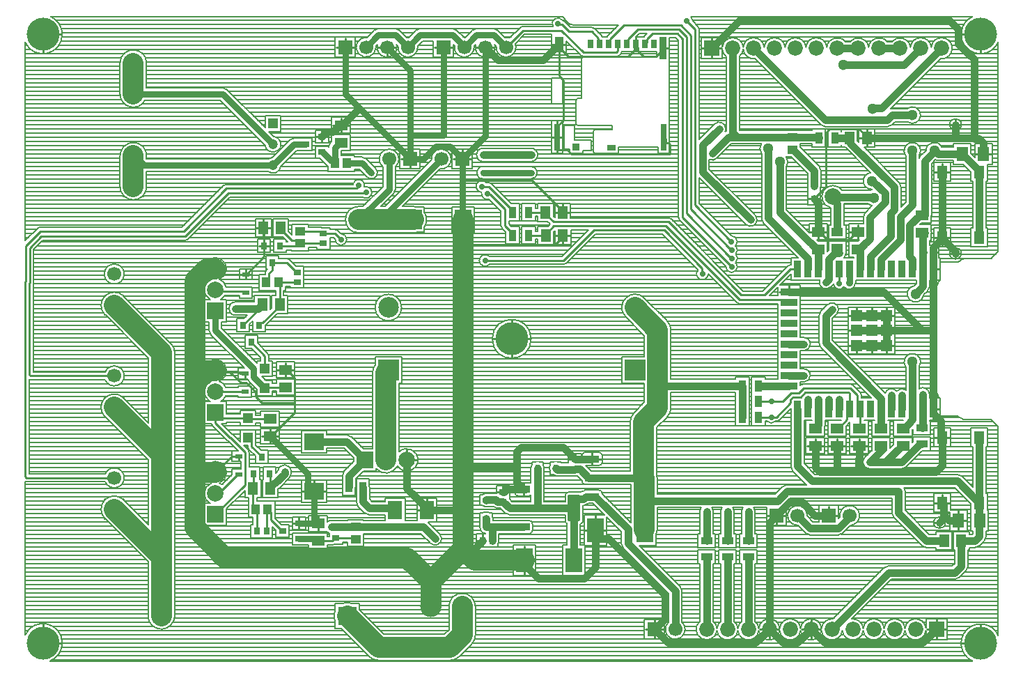
<source format=gtl>
G04*
G04 #@! TF.GenerationSoftware,Altium Limited,Altium Designer,22.7.1 (60)*
G04*
G04 Layer_Physical_Order=1*
G04 Layer_Color=255*
%FSLAX44Y44*%
%MOMM*%
G71*
G04*
G04 #@! TF.SameCoordinates,F9262A58-C723-4885-9EE7-A1CEE64B0761*
G04*
G04*
G04 #@! TF.FilePolarity,Positive*
G04*
G01*
G75*
%ADD14C,0.2540*%
%ADD15R,1.3000X1.5500*%
%ADD16R,1.4000X1.8000*%
%ADD17R,1.2065X1.5082*%
%ADD18R,0.7000X1.1000*%
%ADD19R,1.0500X0.7800*%
%ADD20R,0.9000X0.9300*%
%ADD21R,1.1400X1.8300*%
%ADD22R,0.7000X3.3000*%
%ADD23R,0.8600X2.8000*%
%ADD24R,0.9000X0.7500*%
%ADD25R,1.2621X1.0046*%
%ADD26R,0.8300X0.6300*%
%ADD27R,1.5082X1.2065*%
%ADD28R,1.7145X2.1844*%
%ADD29R,0.6300X0.8300*%
%ADD30R,0.9000X0.8000*%
%ADD31R,1.0046X1.2621*%
%ADD32R,1.9900X2.3300*%
%ADD33R,0.9500X1.4500*%
%ADD34R,1.4082X1.0065*%
G04:AMPARAMS|DCode=35|XSize=0.9mm|YSize=1.75mm|CornerRadius=0.0495mm|HoleSize=0mm|Usage=FLASHONLY|Rotation=90.000|XOffset=0mm|YOffset=0mm|HoleType=Round|Shape=RoundedRectangle|*
%AMROUNDEDRECTD35*
21,1,0.9000,1.6510,0,0,90.0*
21,1,0.8010,1.7500,0,0,90.0*
1,1,0.0990,0.8255,0.4005*
1,1,0.0990,0.8255,-0.4005*
1,1,0.0990,-0.8255,-0.4005*
1,1,0.0990,-0.8255,0.4005*
%
%ADD35ROUNDEDRECTD35*%
G04:AMPARAMS|DCode=36|XSize=3.2mm|YSize=1.75mm|CornerRadius=0.0525mm|HoleSize=0mm|Usage=FLASHONLY|Rotation=90.000|XOffset=0mm|YOffset=0mm|HoleType=Round|Shape=RoundedRectangle|*
%AMROUNDEDRECTD36*
21,1,3.2000,1.6450,0,0,90.0*
21,1,3.0950,1.7500,0,0,90.0*
1,1,0.1050,0.8225,1.5475*
1,1,0.1050,0.8225,-1.5475*
1,1,0.1050,-0.8225,-1.5475*
1,1,0.1050,-0.8225,1.5475*
%
%ADD36ROUNDEDRECTD36*%
%ADD37R,0.7500X0.9000*%
%ADD38R,1.4500X0.9500*%
%ADD39R,0.9000X2.0000*%
%ADD40R,2.0000X0.9000*%
%ADD41R,1.3300X1.3300*%
%ADD42R,0.8000X0.9000*%
%ADD43R,0.8000X0.9000*%
G04:AMPARAMS|DCode=44|XSize=3.15mm|YSize=1.45mm|CornerRadius=0.0508mm|HoleSize=0mm|Usage=FLASHONLY|Rotation=90.000|XOffset=0mm|YOffset=0mm|HoleType=Round|Shape=RoundedRectangle|*
%AMROUNDEDRECTD44*
21,1,3.1500,1.3485,0,0,90.0*
21,1,3.0485,1.4500,0,0,90.0*
1,1,0.1015,0.6743,1.5243*
1,1,0.1015,0.6743,-1.5243*
1,1,0.1015,-0.6743,-1.5243*
1,1,0.1015,-0.6743,1.5243*
%
%ADD44ROUNDEDRECTD44*%
G04:AMPARAMS|DCode=45|XSize=0.9mm|YSize=1.45mm|CornerRadius=0.0495mm|HoleSize=0mm|Usage=FLASHONLY|Rotation=90.000|XOffset=0mm|YOffset=0mm|HoleType=Round|Shape=RoundedRectangle|*
%AMROUNDEDRECTD45*
21,1,0.9000,1.3510,0,0,90.0*
21,1,0.8010,1.4500,0,0,90.0*
1,1,0.0990,0.6755,0.4005*
1,1,0.0990,0.6755,-0.4005*
1,1,0.0990,-0.6755,-0.4005*
1,1,0.0990,-0.6755,0.4005*
%
%ADD45ROUNDEDRECTD45*%
%ADD46R,2.0000X3.0000*%
%ADD47R,1.1500X1.1500*%
%ADD48R,2.3300X1.9900*%
%ADD49R,0.8065X1.3082*%
%ADD50R,0.8000X0.8000*%
%ADD65C,2.3000*%
%ADD66R,2.3000X2.3000*%
%ADD69R,1.2000X1.2000*%
%ADD70C,1.2000*%
%ADD71C,1.7500*%
%ADD72R,1.7500X1.7500*%
%ADD73R,2.5000X2.5000*%
%ADD74C,2.5000*%
%ADD75C,1.8400*%
%ADD76R,1.8400X1.8400*%
%ADD80R,2.0000X2.0000*%
%ADD81C,2.0000*%
%ADD82R,2.0000X2.0000*%
%ADD87C,0.2032*%
%ADD88C,2.5000*%
%ADD89C,0.9000*%
%ADD90C,0.8000*%
%ADD91R,1.7500X1.7500*%
%ADD92C,1.7000*%
%ADD93R,1.7000X1.7000*%
%ADD94R,1.7000X1.7000*%
%ADD95C,4.0000*%
%ADD96C,0.7000*%
%ADD97C,1.3000*%
D14*
X1147460Y770000D02*
X1170000D01*
Y747460D02*
Y770000D01*
X1173780Y624840D02*
X1183320D01*
X1173780D02*
Y636380D01*
X1164240Y624840D02*
X1173780D01*
X1139698Y660400D02*
Y666440D01*
X1133658Y660400D02*
X1139698D01*
X1145738D01*
X1139698Y654360D02*
Y660400D01*
X1123400Y602740D02*
Y613030D01*
X1114360Y602740D02*
X1123400D01*
X1132440D01*
X1123400Y592450D02*
Y602740D01*
X1031589Y643890D02*
Y653971D01*
X1023016Y643890D02*
X1031589D01*
X1040161D01*
X1031589Y633809D02*
Y643890D01*
X1139444Y503936D02*
X1145484D01*
X1139444D02*
Y509976D01*
X1133404Y503936D02*
X1139444D01*
Y497896D02*
Y503936D01*
X1123400Y523240D02*
Y533530D01*
Y512950D02*
Y523240D01*
X1114360D02*
X1123400D01*
X1132440D01*
X1112170Y505460D02*
X1118460D01*
X1112170D02*
Y512500D01*
X1112600Y485000D02*
X1119640D01*
X1112600Y472460D02*
Y485000D01*
X1055950Y428350D02*
Y437540D01*
Y428350D02*
X1065140D01*
X1055950Y410000D02*
X1065140D01*
X1055950Y391650D02*
X1065140D01*
X1055950Y382460D02*
Y391650D01*
X1021080Y521366D02*
Y529939D01*
Y538511D01*
X1010999Y529939D02*
X1021080D01*
X1019250Y428350D02*
Y437540D01*
X1037600Y428350D02*
Y437540D01*
Y382460D02*
Y391650D01*
X1010060D02*
X1019250D01*
Y382460D02*
Y391650D01*
X1010060Y428350D02*
X1019250D01*
X1010060Y410000D02*
X1019250D01*
X831690Y753110D02*
X843430D01*
Y741370D02*
Y753110D01*
X855170D01*
X843430D02*
Y764850D01*
X784000Y753000D02*
X790840D01*
X751200Y749960D02*
Y758000D01*
Y766040D01*
X961200Y570350D02*
X967740D01*
X974280D01*
X967740Y563810D02*
Y570350D01*
X972820Y529939D02*
X982901D01*
X972820D02*
Y538511D01*
Y521366D02*
Y529939D01*
X962739D02*
X972820D01*
X937500Y457150D02*
X950040D01*
X937500D02*
Y464190D01*
X924960Y457150D02*
X937500D01*
X1112600Y315000D02*
X1119640D01*
X1112600D02*
Y327540D01*
Y302460D02*
Y315000D01*
X1123400Y280212D02*
Y290502D01*
X1114360Y280212D02*
X1123400D01*
Y269922D02*
Y280212D01*
X1132440D01*
X1012269Y270161D02*
X1022350D01*
X1032431D01*
X1022350D02*
Y278734D01*
X995680Y270161D02*
X1005761D01*
X1022350Y261589D02*
Y270161D01*
X995680Y261589D02*
Y270161D01*
Y278734D01*
X985599Y270161D02*
X995680D01*
X1123400Y200712D02*
X1132440D01*
X1123400D02*
Y211002D01*
X1114360Y200712D02*
X1123400D01*
Y190422D02*
Y200712D01*
X1142954Y179324D02*
Y190864D01*
Y179324D02*
X1152494D01*
X1133414D02*
X1142954D01*
Y167784D02*
Y179324D01*
X1120140Y176784D02*
Y182824D01*
X1114100Y176784D02*
X1120140D01*
X1126180D01*
X1120140Y170744D02*
Y176784D01*
X1170000Y30000D02*
Y52540D01*
X1147460Y30000D02*
X1170000D01*
X1116330Y46990D02*
Y58730D01*
Y46990D02*
X1128070D01*
X1116330Y35250D02*
Y46990D01*
X985520Y185420D02*
Y196460D01*
X974480Y185420D02*
X985520D01*
X996560D01*
X1104590Y46990D02*
X1116330D01*
X969010Y270161D02*
Y278734D01*
Y261589D02*
Y270161D01*
X958929D02*
X969010D01*
X979091D01*
X922020Y185420D02*
X933060D01*
X697730Y254140D02*
Y261180D01*
Y254140D02*
X709020D01*
X697730Y247100D02*
Y254140D01*
X686440D02*
X697730D01*
X910980Y185420D02*
X922020D01*
Y174380D02*
Y185420D01*
X963930Y46990D02*
Y58730D01*
X913130Y46990D02*
Y58730D01*
Y35250D02*
Y46990D01*
X901390D02*
X913130D01*
X963930D02*
X975670D01*
X952190D02*
X963930D01*
Y35250D02*
Y46990D01*
X913130D02*
X924870D01*
X701520Y167640D02*
Y185180D01*
Y150100D02*
Y167640D01*
X714060D01*
X688980D02*
X701520D01*
X773430Y46990D02*
Y58030D01*
X762390Y46990D02*
X773430D01*
X784470D01*
X773430Y35950D02*
Y46990D01*
X657400Y757850D02*
X665640D01*
X657400Y746160D02*
Y757850D01*
X649160D02*
X657400D01*
X567690Y754380D02*
X578730D01*
X556650D02*
X567690D01*
Y743340D02*
Y754380D01*
X655200Y645200D02*
Y664240D01*
X649160Y645200D02*
X655200D01*
Y626160D02*
Y645200D01*
X661240D01*
X539750Y618490D02*
Y629530D01*
Y618490D02*
X550790D01*
X539750Y607450D02*
Y618490D01*
X505850Y754380D02*
X516890D01*
X527930D01*
X516890Y743340D02*
Y754380D01*
X448310D02*
X459350D01*
X448310Y743340D02*
Y754380D01*
X437270D02*
X448310D01*
X528710Y618490D02*
X539750D01*
X476250D02*
Y629530D01*
Y618490D02*
X487290D01*
X465210D02*
X476250D01*
Y607450D02*
Y618490D01*
X662019Y553720D02*
Y563801D01*
X653446Y553720D02*
X662019D01*
X670591D01*
X662367Y525780D02*
X670940D01*
X662367Y515699D02*
Y525780D01*
X653795D02*
X662367D01*
X600000Y400000D02*
Y422540D01*
Y400000D02*
X622540D01*
X577460D02*
X600000D01*
X540640Y544830D02*
Y559020D01*
Y544830D02*
X553130D01*
X528150D02*
X540640D01*
Y530640D02*
Y544830D01*
X397510Y754380D02*
Y765420D01*
Y754380D02*
X408550D01*
X397510Y743340D02*
Y754380D01*
X392430Y659479D02*
Y668051D01*
X386470Y754380D02*
X397510D01*
X392430Y659479D02*
X402511D01*
X382349D02*
X392430D01*
Y650906D02*
Y659479D01*
X369410Y645770D02*
Y652310D01*
X362370Y645770D02*
X369410D01*
X376450D01*
X369410Y639230D02*
Y645770D01*
X298101Y534670D02*
Y544751D01*
Y534670D02*
X306674D01*
X298101Y524589D02*
Y534670D01*
X30000Y747460D02*
Y770000D01*
X52540D01*
X289529Y534670D02*
X298101D01*
X299110Y512920D02*
X305650D01*
X299110D02*
Y519960D01*
X292570Y512920D02*
X299110D01*
Y505880D02*
Y512920D01*
X270170Y478510D02*
X276860D01*
X283550D01*
X276860D02*
Y484200D01*
Y472820D02*
Y478510D01*
X227240Y485140D02*
X239780D01*
Y497680D01*
Y485140D02*
X252320D01*
X676910Y253650D02*
X683950D01*
X676910D02*
Y259940D01*
X669870Y253650D02*
X676910D01*
X600000Y377460D02*
Y400000D01*
X472440Y240440D02*
Y252980D01*
X484980D01*
X472440D02*
Y265520D01*
X614410Y210270D02*
Y217310D01*
Y224350D01*
X604620Y217310D02*
X614410D01*
X589280Y214280D02*
X596320D01*
X589280D02*
Y220570D01*
X582240Y214280D02*
X589280D01*
X496888Y191770D02*
Y205232D01*
X359410Y215010D02*
X373600D01*
X564230Y154940D02*
Y161980D01*
Y147900D02*
Y154940D01*
X557940D02*
X564230D01*
X615160Y113270D02*
Y130810D01*
X627700D01*
X615160D02*
Y148350D01*
X602620Y130810D02*
X615160D01*
X496888Y191770D02*
X508000D01*
X485775D02*
X496888D01*
X364490Y175609D02*
Y184181D01*
Y167036D02*
Y175609D01*
X354409D02*
X364490D01*
X501650Y74830D02*
X512690D01*
X501650D02*
Y85870D01*
X490610Y74830D02*
X501650D01*
Y63790D02*
Y74830D01*
X325120Y362299D02*
X335201D01*
X325120D02*
Y370871D01*
X315039Y362299D02*
X325120D01*
Y353726D02*
Y362299D01*
X275590Y352170D02*
Y357860D01*
X268900D02*
X275590D01*
X306070Y281591D02*
Y290164D01*
X295989Y281591D02*
X306070D01*
X316151D01*
X306070Y273019D02*
Y281591D01*
X239780Y361315D02*
Y373855D01*
Y361315D02*
X252320D01*
X227240D02*
X239780D01*
X345220Y215010D02*
X359410D01*
Y227500D01*
X267970Y251840D02*
Y257530D01*
X261280D02*
X267970D01*
X359410Y202520D02*
Y215010D01*
X341470Y169330D02*
Y175870D01*
X348510D01*
X334430D02*
X341470D01*
Y182410D01*
X239780Y237490D02*
X252320D01*
X239780D02*
Y250030D01*
X227240Y237490D02*
X239780D01*
X30000Y30480D02*
X52540D01*
X30000D02*
Y53020D01*
X784800Y645200D02*
X787030Y642970D01*
Y638302D02*
Y642970D01*
X790622Y638302D02*
X792734Y636190D01*
X787030Y638302D02*
X790622D01*
X792734Y625820D02*
Y636190D01*
X672780Y624332D02*
X791246D01*
X792734Y625820D01*
X667142Y629970D02*
X672780Y624332D01*
X657430Y629970D02*
X667142D01*
X655200Y632200D02*
X657430Y629970D01*
X655200Y632200D02*
Y645200D01*
X657400Y753200D02*
X658600D01*
X656200D02*
X657400D01*
Y757850D01*
Y719688D02*
Y753200D01*
X655200Y645200D02*
Y658200D01*
X662510Y665510D01*
Y714578D01*
X657400Y719688D02*
X662510Y714578D01*
X668990Y742810D02*
X741540D01*
X749300Y750570D01*
Y754100D01*
X751200Y756000D01*
X753110Y750316D02*
X760616Y742810D01*
X753110Y750316D02*
Y754090D01*
X760616Y742810D02*
X775090D01*
X751200Y756000D02*
X753110Y754090D01*
X775090Y742810D02*
X784000Y751720D01*
Y753000D01*
X658600Y753200D02*
X668990Y742810D01*
X687598Y747890D02*
X727570D01*
X751200Y756000D02*
Y758000D01*
X727570Y747890D02*
X729200Y749520D01*
X660678Y774810D02*
X687598Y747890D01*
X813054Y786384D02*
X822960Y776478D01*
Y562610D02*
Y776478D01*
X660997Y782231D02*
X669590Y773638D01*
X697276D01*
X656336Y782828D02*
X656933Y782231D01*
X660997D01*
X613520Y774810D02*
X660678D01*
X593090Y754380D02*
X613520Y774810D01*
X705612Y759588D02*
X707200Y758000D01*
X705612Y759588D02*
Y765302D01*
X697276Y773638D02*
X705612Y765302D01*
X805641Y781050D02*
X817880Y768811D01*
X801433Y770890D02*
X807720Y764603D01*
X803537Y775970D02*
X812800Y766707D01*
X736600Y781050D02*
X805641D01*
X817880Y557352D02*
Y768811D01*
X753364Y775970D02*
X803537D01*
X771398Y770890D02*
X801433D01*
X812800Y552272D02*
Y766707D01*
X807720Y547370D02*
Y764603D01*
X719582Y764032D02*
X736600Y781050D01*
X741680Y759480D02*
Y764286D01*
X719582Y759382D02*
Y764032D01*
X741680Y764286D02*
X753364Y775970D01*
X740200Y758000D02*
X741680Y759480D01*
X718200Y758000D02*
X719582Y759382D01*
X764430Y763922D02*
X771398Y770890D01*
X762200Y758000D02*
X764430Y760230D01*
Y763922D01*
X729200Y749520D02*
Y758000D01*
X567690Y495300D02*
X663019D01*
X699770Y532051D01*
X785375D01*
X1031589Y643890D02*
Y645399D01*
X1021746Y655241D02*
X1031589Y645399D01*
X986693Y655241D02*
X1021746D01*
X981790Y650338D02*
X986693Y655241D01*
X981790Y584400D02*
Y650338D01*
X967740Y570350D02*
X981790Y584400D01*
X1019571Y529939D02*
X1021080D01*
X1010269Y520636D02*
X1019571Y529939D01*
X983631Y520636D02*
X1010269D01*
X974329Y529939D02*
X983631Y520636D01*
X972820Y529939D02*
X974329D01*
X998220Y467360D02*
Y484920D01*
X907420Y453390D02*
X939030Y485000D01*
X879153Y453390D02*
X907420D01*
X939030Y485000D02*
X947500D01*
X790332Y542211D02*
X879153Y453390D01*
X270562Y346710D02*
X277128D01*
X288290Y335548D01*
Y330200D02*
Y335548D01*
X257685Y359588D02*
X273862D01*
X257685D02*
X270562Y346710D01*
X241507Y359588D02*
X257685D01*
X295910Y322580D02*
X336471D01*
X288290Y330200D02*
X295910Y322580D01*
X957002Y335280D02*
X1009432D01*
X1020470Y318230D02*
Y331426D01*
X1010920Y315080D02*
Y333792D01*
X1011536Y340360D02*
X1020470Y331426D01*
X1009432Y335280D02*
X1010920Y333792D01*
X954898Y340360D02*
X1011536D01*
X949078Y334540D02*
X954898Y340360D01*
X951182Y329460D02*
X957002Y335280D01*
X939968Y334540D02*
X949078D01*
X942072Y329460D02*
X951182D01*
X929278Y323850D02*
X939968Y334540D01*
X939190Y326578D02*
X942072Y329460D01*
X822960Y562610D02*
X867321Y518249D01*
X812800Y552272D02*
X867143Y497929D01*
X867232Y508000D02*
X867410D01*
X817880Y557352D02*
X867232Y508000D01*
X867143Y497929D02*
X867499D01*
X807720Y547370D02*
X867410Y487680D01*
X831326Y479314D02*
Y486100D01*
Y479314D02*
X831850Y478790D01*
X785375Y532051D02*
X831326Y486100D01*
X876930Y447680D02*
X934270D01*
X787479Y537131D02*
X876930Y447680D01*
X651192Y537131D02*
X787479D01*
X651002Y542211D02*
X790332D01*
X934270Y447680D02*
X937500Y444450D01*
X641350Y527289D02*
X651192Y537131D01*
X641001Y552211D02*
X651002Y542211D01*
X652446Y514350D02*
X662367Y524271D01*
X541020Y514350D02*
X652446D01*
X370840Y527970D02*
X385160D01*
X392430Y520700D01*
X411480Y582993D02*
X414020Y585533D01*
X255687Y576997D02*
X422057Y576997D01*
X253147Y582930D02*
X411480Y582930D01*
X201077Y530860D02*
X253147Y582930D01*
X411480Y582930D02*
Y582993D01*
X414020Y585533D02*
Y586740D01*
X422057Y576997D02*
X422910Y577850D01*
X203200Y524510D02*
X255687Y576997D01*
X998220Y484920D02*
X998300Y485000D01*
X997189Y291179D02*
X1007770Y301760D01*
X995680Y291179D02*
X997189D01*
X1007770Y311770D02*
X1011000Y315000D01*
X1007770Y301760D02*
Y311770D01*
X915670Y323850D02*
X929278D01*
X900020D02*
X915670D01*
X1022350Y291179D02*
X1023700Y292528D01*
Y315000D01*
X1020470Y318230D02*
X1023700Y315000D01*
X915670Y304800D02*
X921698D01*
X900020D02*
X915670D01*
X921698D02*
X939190Y322292D01*
Y326578D01*
X1010920Y315080D02*
X1011000Y315000D01*
X960120Y315080D02*
Y317500D01*
X573623Y575727D02*
X591820Y557530D01*
Y537580D02*
Y557530D01*
X601120Y553720D02*
Y556220D01*
X540195Y591820D02*
X540845Y592470D01*
X572180Y585160D02*
X601120Y556220D01*
X540845Y592470D02*
X624777D01*
X571083Y575727D02*
X573623D01*
X624777Y592470D02*
X662019Y555229D01*
X563880Y585160D02*
X572180D01*
X591820Y537580D02*
X601120Y528280D01*
X570230Y576580D02*
X571083Y575727D01*
X292069Y435259D02*
Y437197D01*
X273710Y416400D02*
Y416900D01*
X292069Y435259D01*
X306419Y219949D02*
Y235371D01*
X960120Y315080D02*
X960200Y315000D01*
X27940Y524510D02*
X203200D01*
X26670Y530860D02*
X201077D01*
X13970Y467907D02*
Y510540D01*
X13890Y467827D02*
X13970Y467907D01*
Y510540D02*
X27940Y524510D01*
X8890Y470011D02*
Y513080D01*
X26670Y530860D01*
X8810Y469931D02*
X8890Y470011D01*
X15378Y354965D02*
X116840D01*
X8810Y232628D02*
X10298Y231140D01*
X13890Y356453D02*
Y467827D01*
Y356453D02*
X15378Y354965D01*
X10298Y231140D02*
X116840D01*
X8810Y232628D02*
Y469931D01*
X662019Y553720D02*
Y555229D01*
X662367Y524271D02*
Y525780D01*
X641001Y552211D02*
Y553720D01*
X641350Y525780D02*
Y527289D01*
X620620Y525780D02*
X641350D01*
X620620Y553720D02*
X641001D01*
X601120Y525780D02*
Y528280D01*
X299110Y512920D02*
Y533661D01*
X277860Y478510D02*
X299110Y499760D01*
Y512920D01*
X276860Y478510D02*
X277860D01*
X251135D02*
X276860D01*
X299720Y340041D02*
X300961Y341281D01*
X325120D01*
X239780Y297760D02*
Y310515D01*
Y297760D02*
X257531Y280009D01*
X258179D01*
X275930Y262258D01*
Y230502D02*
Y262258D01*
X275559Y230131D02*
X275930Y230502D01*
X275559Y222469D02*
Y230131D01*
X239780Y186690D02*
X275559Y222469D01*
X239780Y361315D02*
X241507Y359588D01*
X367200Y530860D02*
X370090Y527970D01*
X342900Y530860D02*
X367200D01*
X370090Y527970D02*
X370840D01*
X336471Y322580D02*
Y352456D01*
Y310484D02*
Y322580D01*
X239780Y310515D02*
X246446Y303850D01*
X279400D01*
X239958Y335737D02*
X275413D01*
X307579Y281591D02*
X336471Y310484D01*
X239780Y335915D02*
X239958Y335737D01*
X244505Y485140D02*
X251135Y478510D01*
X239780Y485140D02*
X244505D01*
X241545Y457975D02*
X275095D01*
X239780Y459740D02*
X241545Y457975D01*
X275095D02*
X276860Y456210D01*
X408702Y157830D02*
X410210Y156322D01*
X386080Y157830D02*
X408702D01*
X385330D02*
X386080D01*
X364490Y154591D02*
X382091D01*
X385330Y157830D01*
X307171Y180169D02*
Y189287D01*
X320970Y166370D02*
X321470D01*
X303418Y193040D02*
X307171Y189287D01*
Y180169D02*
X320970Y166370D01*
X301910Y191532D02*
X303418Y193040D01*
X301910Y166370D02*
Y191532D01*
X285401Y196041D02*
Y218440D01*
Y196041D02*
X288402Y193040D01*
X289910Y166370D02*
Y191532D01*
X288402Y193040D02*
X289910Y191532D01*
X285401Y218440D02*
X286410Y219449D01*
Y236380D01*
X305410D02*
X306419Y235371D01*
X283880Y268910D02*
Y275870D01*
Y268910D02*
X295910Y256880D01*
Y256380D02*
Y256880D01*
X279400Y280350D02*
X283880Y275870D01*
X280641Y302609D02*
X306070D01*
X279400Y303850D02*
X280641Y302609D01*
X273862Y359588D02*
X275590Y357860D01*
X275413Y335737D02*
X275590Y335560D01*
X239780Y237490D02*
X259820Y257530D01*
X267970D01*
X266970Y235230D02*
X267970D01*
X243830Y212090D02*
X266970Y235230D01*
X239780Y212090D02*
X243830D01*
X326629Y362299D02*
X336471Y352456D01*
X325120Y362299D02*
X326629D01*
X299720Y363540D02*
Y379390D01*
X283210Y395900D02*
Y396400D01*
Y395900D02*
X299720Y379390D01*
X297027Y419630D02*
X317849Y440451D01*
Y441960D01*
X295440Y419630D02*
X297027D01*
X292710Y416900D02*
X295440Y419630D01*
X292710Y416400D02*
Y416900D01*
X316230Y468630D02*
X317849Y467011D01*
Y441960D02*
Y467011D01*
X316230Y468630D02*
X316580Y468980D01*
X339090D01*
X304968Y479859D02*
X308610Y483502D01*
Y492920D01*
X304968Y472383D02*
Y479859D01*
X301214Y468630D02*
X304968Y472383D01*
X326400Y492920D02*
X338340Y480980D01*
X308610Y492920D02*
X326400D01*
X338340Y480980D02*
X339090D01*
X298101Y534670D02*
X299110Y533661D01*
X339976Y512920D02*
X342900Y515844D01*
X318110Y512920D02*
X339976D01*
X332682Y519598D02*
X339147D01*
X342900Y515844D01*
X319119Y533161D02*
X332682Y519598D01*
X319119Y533161D02*
Y534670D01*
X343026Y515970D02*
X370840D01*
X342900Y515844D02*
X343026Y515970D01*
D15*
X1123400Y200712D02*
D03*
Y280212D02*
D03*
X1168400Y200712D02*
D03*
Y280212D02*
D03*
X1123400Y523240D02*
D03*
Y602740D02*
D03*
X1168400Y523240D02*
D03*
Y602740D02*
D03*
D16*
X1142954Y179324D02*
D03*
X1168954D02*
D03*
X1147780Y624840D02*
D03*
X1173780D02*
D03*
D17*
X1125633Y154432D02*
D03*
X1146651D02*
D03*
X319119Y534670D02*
D03*
X298101D02*
D03*
X1010571Y643890D02*
D03*
X1031589D02*
D03*
X641350Y525780D02*
D03*
X662367D02*
D03*
X641001Y553720D02*
D03*
X662019D02*
D03*
X317849Y441960D02*
D03*
X296831D02*
D03*
X306419Y218440D02*
D03*
X285401D02*
D03*
D18*
X773200Y758000D02*
D03*
X762200D02*
D03*
X740200D02*
D03*
X729200D02*
D03*
X718200D02*
D03*
X707200D02*
D03*
X696200D02*
D03*
X751200D02*
D03*
D19*
X720950Y632600D02*
D03*
D20*
X678300Y633350D02*
D03*
D21*
X657400Y757850D02*
D03*
D22*
X655200Y645200D02*
D03*
X784800D02*
D03*
D23*
X784000Y753000D02*
D03*
D24*
X370840Y515970D02*
D03*
Y527970D02*
D03*
X339090Y480980D02*
D03*
Y468980D02*
D03*
X386080Y157830D02*
D03*
Y169830D02*
D03*
X676910Y253650D02*
D03*
Y241650D02*
D03*
X589280Y214280D02*
D03*
Y202280D02*
D03*
D25*
X342900Y515844D02*
D03*
Y530860D02*
D03*
X941070Y630032D02*
D03*
Y645048D02*
D03*
X410210Y156322D02*
D03*
Y171338D02*
D03*
D26*
X275590Y357860D02*
D03*
Y335560D02*
D03*
X568960Y181890D02*
D03*
Y204190D02*
D03*
X276860Y456210D02*
D03*
Y478510D02*
D03*
X267970Y235230D02*
D03*
Y257530D02*
D03*
D27*
X1021080Y508921D02*
D03*
Y529939D02*
D03*
X392430Y659479D02*
D03*
Y638461D02*
D03*
X972820Y529939D02*
D03*
Y508921D02*
D03*
X1075690Y270161D02*
D03*
Y291179D02*
D03*
X1049020Y270161D02*
D03*
Y291179D02*
D03*
X1022350D02*
D03*
Y270161D02*
D03*
X995680Y291179D02*
D03*
Y270161D02*
D03*
X969010Y291179D02*
D03*
Y270161D02*
D03*
X1098550Y550259D02*
D03*
Y529241D02*
D03*
X364490Y154591D02*
D03*
Y175609D02*
D03*
X325120Y341281D02*
D03*
Y362299D02*
D03*
X306070Y302609D02*
D03*
Y281591D02*
D03*
D28*
X458153Y191770D02*
D03*
X496888D02*
D03*
D29*
X631470Y243066D02*
D03*
X653770D02*
D03*
D30*
X369410Y645770D02*
D03*
X349410Y636270D02*
D03*
X369410Y626770D02*
D03*
X321470Y166370D02*
D03*
X341470Y175870D02*
D03*
Y156870D02*
D03*
D31*
X399938Y613410D02*
D03*
X384922D02*
D03*
X303418Y193040D02*
D03*
X288402D02*
D03*
X301214Y468630D02*
D03*
X316230D02*
D03*
D32*
X480440Y544830D02*
D03*
X540640D02*
D03*
D33*
X992730Y643890D02*
D03*
X973230D02*
D03*
X880520Y342900D02*
D03*
X900020D02*
D03*
X880520Y304800D02*
D03*
X900020D02*
D03*
X880520Y323850D02*
D03*
X900020D02*
D03*
X620620Y525780D02*
D03*
X601120D02*
D03*
X620620Y553720D02*
D03*
X601120D02*
D03*
D34*
X995680Y529478D02*
D03*
Y510461D02*
D03*
D35*
X697730Y254140D02*
D03*
Y231140D02*
D03*
Y208140D02*
D03*
D36*
X760230Y231140D02*
D03*
D37*
X1100170Y505460D02*
D03*
X1112170D02*
D03*
X576230Y154940D02*
D03*
X564230D02*
D03*
X301910Y166370D02*
D03*
X289910D02*
D03*
D38*
X1098550Y272190D02*
D03*
Y291690D02*
D03*
X887730Y154530D02*
D03*
Y135030D02*
D03*
X862330Y154530D02*
D03*
Y135030D02*
D03*
X836930Y154530D02*
D03*
Y135030D02*
D03*
D39*
X1112600Y485000D02*
D03*
X1099900D02*
D03*
X1087200D02*
D03*
X1074500D02*
D03*
X1061800D02*
D03*
X1049100D02*
D03*
X1036400D02*
D03*
X1023700D02*
D03*
X1011000D02*
D03*
X998300D02*
D03*
X985600D02*
D03*
X972900D02*
D03*
X960200D02*
D03*
X947500D02*
D03*
Y315000D02*
D03*
X960200D02*
D03*
X972900D02*
D03*
X985600D02*
D03*
X998300D02*
D03*
X1011000D02*
D03*
X1023700D02*
D03*
X1036400D02*
D03*
X1049100D02*
D03*
X1061800D02*
D03*
X1074500D02*
D03*
X1087200D02*
D03*
X1099900D02*
D03*
X1112600D02*
D03*
D40*
X937500Y457150D02*
D03*
Y444450D02*
D03*
Y431750D02*
D03*
Y419050D02*
D03*
Y406350D02*
D03*
Y393650D02*
D03*
Y380950D02*
D03*
Y368250D02*
D03*
Y355550D02*
D03*
Y342850D02*
D03*
D41*
X1055950Y428350D02*
D03*
Y410000D02*
D03*
Y391650D02*
D03*
X1037600Y428350D02*
D03*
Y410000D02*
D03*
Y391650D02*
D03*
X1019250Y428350D02*
D03*
Y410000D02*
D03*
Y391650D02*
D03*
D42*
X283210Y396400D02*
D03*
X292710Y416400D02*
D03*
X273710D02*
D03*
X286410Y236380D02*
D03*
X305410D02*
D03*
X295910Y256380D02*
D03*
D43*
X318110Y512920D02*
D03*
X308610Y492920D02*
D03*
X299110Y512920D02*
D03*
D44*
X675910Y194310D02*
D03*
D45*
X614410D02*
D03*
Y171310D02*
D03*
Y217310D02*
D03*
D46*
X675160Y130810D02*
D03*
X615160D02*
D03*
X761520Y167640D02*
D03*
X701520D02*
D03*
D47*
X299720Y363540D02*
D03*
Y340041D02*
D03*
X279400Y280350D02*
D03*
Y303850D02*
D03*
D48*
X359410Y215010D02*
D03*
Y275210D02*
D03*
D49*
X401701Y219710D02*
D03*
X418719D02*
D03*
D50*
X967740Y570350D02*
D03*
Y585350D02*
D03*
D65*
X174020Y63500D02*
D03*
D66*
X400020D02*
D03*
D69*
X309830Y661670D02*
D03*
D70*
Y636270D02*
D03*
Y610870D02*
D03*
D71*
X140000Y697500D02*
D03*
Y735000D02*
D03*
D72*
Y585000D02*
D03*
D73*
X450000Y361900D02*
D03*
X750000D02*
D03*
D74*
X450000Y438100D02*
D03*
X750000D02*
D03*
D75*
X1122830Y753110D02*
D03*
X1097430D02*
D03*
X1072030D02*
D03*
X1046630D02*
D03*
X1021230D02*
D03*
X995830D02*
D03*
X970430D02*
D03*
X945030D02*
D03*
X919630D02*
D03*
X894230D02*
D03*
X868830D02*
D03*
X938530Y46990D02*
D03*
X836930D02*
D03*
X862330D02*
D03*
X887730D02*
D03*
X989330D02*
D03*
X1014730D02*
D03*
X1040130D02*
D03*
X1065530D02*
D03*
X1090930D02*
D03*
X963930D02*
D03*
X913130D02*
D03*
D76*
X843430Y753110D02*
D03*
X1116330Y46990D02*
D03*
D80*
X239780Y434340D02*
D03*
Y310515D02*
D03*
Y186690D02*
D03*
D81*
Y459740D02*
D03*
Y485140D02*
D03*
Y335915D02*
D03*
Y361315D02*
D03*
Y212090D02*
D03*
Y237490D02*
D03*
X447040Y252980D02*
D03*
X472440D02*
D03*
X990600Y572770D02*
D03*
X414020Y544830D02*
D03*
D82*
X421640Y252980D02*
D03*
D87*
X1160251Y791444D02*
G03*
X1191444Y760251I9749J-21444D01*
G01*
X1146754Y660400D02*
G03*
X1146754Y660400I-7056J0D01*
G01*
X1135586Y753110D02*
G03*
X1110130Y754304I-12756J0D01*
G01*
X1121533Y740420D02*
G03*
X1135586Y753110I1297J12690D01*
G01*
X1122906Y632896D02*
G03*
X1103737Y628908I-9116J-4246D01*
G01*
X1095176Y622631D02*
G03*
X1097176Y628650I-8056J6019D01*
G01*
X1096664Y621834D02*
G03*
X1095176Y619783I5696J-5696D01*
G01*
X1096664Y621834D02*
G03*
X1095176Y619783I5696J-5696D01*
G01*
X1115194Y617579D02*
G03*
X1118682Y616784I3489J7261D01*
G01*
X1115194Y617579D02*
G03*
X1118682Y616784I3489J7261D01*
G01*
X1109647Y546824D02*
G03*
X1110416Y550259I-7287J3435D01*
G01*
X1109647Y546824D02*
G03*
X1110416Y550259I-7287J3435D01*
G01*
X1110130Y754304D02*
G03*
X1084730Y754304I-12700J-1194D01*
G01*
D02*
G03*
X1062140Y761166I-12700J-1194D01*
G01*
X1097176Y671830D02*
G03*
X1081101Y679886I-10056J0D01*
G01*
Y663774D02*
G03*
X1097176Y671830I6019J8056D01*
G01*
X1062605Y679886D02*
G03*
X1060792Y679679I0J-8056D01*
G01*
X1056520Y761166D02*
G03*
X1033930Y754304I-9890J-8056D01*
G01*
X1062605Y679886D02*
G03*
X1060792Y679679I0J-8056D01*
G01*
X1056685Y657854D02*
G03*
X1062381Y660213I0J8056D01*
G01*
X1056685Y657854D02*
G03*
X1062381Y660213I0J8056D01*
G01*
X1005720Y761166D02*
G03*
X983130Y754304I-9890J-8056D01*
G01*
X1033930D02*
G03*
X1011340Y761166I-12700J-1194D01*
G01*
X1097176Y628650D02*
G03*
X1079064Y622631I-10056J0D01*
G01*
X1036518Y601819D02*
G03*
X1037622Y581764I1072J-9999D01*
G01*
X1073266Y584520D02*
G03*
X1070907Y590216I-8056J0D01*
G01*
X1073266Y584520D02*
G03*
X1070907Y590216I-8056J0D01*
G01*
X1038047Y581338D02*
G03*
X1035071Y580191I2083J-9838D01*
G01*
X1033344Y564079D02*
G03*
X1038047Y561662I6786J7421D01*
G01*
X1005659Y632793D02*
G03*
X1006407Y631930I6445J4833D01*
G01*
X1005659Y632793D02*
G03*
X1006407Y631930I6445J4833D01*
G01*
X1029965Y553579D02*
G03*
X1027605Y547883I5696J-5696D01*
G01*
X1029965Y553579D02*
G03*
X1027605Y547883I5696J-5696D01*
G01*
X1001944Y580191D02*
G03*
X987624Y559545I-11344J-7421D01*
G01*
X1150400Y497556D02*
G03*
X1145057Y495343I0J-7556D01*
G01*
X1146500Y503936D02*
G03*
X1146500Y503936I-7056J0D01*
G01*
X1109647Y525807D02*
G03*
X1110416Y529241I-7287J3435D01*
G01*
D02*
G03*
X1109647Y532676I-8056J0D01*
G01*
X1150400Y497556D02*
G03*
X1145051Y495337I0J-7556D01*
G01*
X1119163Y469449D02*
G03*
X1116944Y464100I5337J-5349D01*
G01*
X1119157Y469443D02*
G03*
X1116944Y464100I5343J-5343D01*
G01*
X1105596Y457934D02*
G03*
X1107956Y463630I-5696J5696D01*
G01*
X1089489Y464612D02*
G03*
X1100882Y453219I1441J-9952D01*
G01*
X1105596Y457934D02*
G03*
X1107956Y463630I-5696J5696D01*
G01*
X1015843Y462657D02*
G03*
X1018056Y468000I-5343J5343D01*
G01*
X1005936Y501873D02*
G03*
X1006276Y504190I-7716J2317D01*
G01*
X1003978Y498556D02*
G03*
X1005936Y501873I-5758J5634D01*
G01*
X1015837Y462651D02*
G03*
X1018056Y468000I-5337J5349D01*
G01*
X1004015Y463335D02*
G03*
X1015533Y462347I6175J4355D01*
G01*
X991219Y466477D02*
G03*
X1004015Y463335I7000J883D01*
G01*
X995026Y429913D02*
G03*
X997386Y435610I-5696J5696D01*
G01*
D02*
G03*
X983633Y441306I-8056J0D01*
G01*
X974469Y471444D02*
G03*
X987737Y462994I7571J-2754D01*
G01*
X983130Y754304D02*
G03*
X957730Y754304I-12700J-1194D01*
G01*
X932330D02*
G03*
X906930Y754304I-12700J-1194D01*
G01*
X957730D02*
G03*
X932330Y754304I-12700J-1194D01*
G01*
X906930D02*
G03*
X881530Y754304I-12700J-1194D01*
G01*
X876886Y743220D02*
G03*
X881530Y751916I-8056J9890D01*
G01*
Y754304D02*
G03*
X856186Y754797I-12700J-1194D01*
G01*
X881530Y751916D02*
G03*
X895527Y740420I12700J1194D01*
G01*
X827786Y776478D02*
G03*
X826365Y779898I-4826J0D01*
G01*
X827786Y776478D02*
G03*
X826373Y779891I-4826J0D01*
G01*
X820110Y786384D02*
G03*
X817972Y791444I-7056J0D01*
G01*
X856186Y751423D02*
G03*
X860774Y743220I12644J1687D01*
G01*
X975733Y660213D02*
G03*
X981430Y657854I5696J5696D01*
G01*
X975733Y660213D02*
G03*
X981430Y657854I5696J5696D01*
G01*
X903646Y636992D02*
G03*
X903804Y625171I8213J-5802D01*
G01*
X935886Y615020D02*
G03*
X933559Y621453I-10056J0D01*
G01*
X933886Y609001D02*
G03*
X935886Y615020I-8056J6019D01*
G01*
X860226Y655320D02*
G03*
X846473Y661016I-8056J0D01*
G01*
X859542Y652071D02*
G03*
X860226Y655320I-7372J3249D01*
G01*
X860774Y652633D02*
G03*
X859542Y652071I2714J-7585D01*
G01*
X860774Y652633D02*
G03*
X859542Y652071I2714J-7585D01*
G01*
X840176Y617956D02*
G03*
X849357Y619524I3484J7264D01*
G01*
X732613Y746107D02*
G03*
X733991Y748944I-3413J3413D01*
G01*
X732605Y746100D02*
G03*
X733991Y748944I-3405J3420D01*
G01*
X700688Y777051D02*
G03*
X697276Y778464I-3413J-3413D01*
G01*
X700695Y777044D02*
G03*
X697276Y778464I-3420J-3405D01*
G01*
X710108Y767056D02*
G03*
X709017Y768722I-4496J-1754D01*
G01*
X710108Y767056D02*
G03*
X709025Y768715I-4496J-1754D01*
G01*
X727570Y743064D02*
G03*
X730990Y744485I0J4826D01*
G01*
X727570Y743064D02*
G03*
X730983Y744477I0J4826D01*
G01*
X684179Y744485D02*
G03*
X687598Y743064I3420J3405D01*
G01*
X684186Y744477D02*
G03*
X687598Y743064I3413J3413D01*
G01*
X975796Y604650D02*
G03*
X973437Y610346I-8056J0D01*
G01*
X975296Y582556D02*
G03*
X975796Y585350I-7556J2794D01*
G01*
Y604650D02*
G03*
X973437Y610346I-8056J0D01*
G01*
X959684Y585350D02*
G03*
X960184Y582556I8056J0D01*
G01*
X939030Y489826D02*
G03*
X935618Y488413I0J-4826D01*
G01*
X939030Y489826D02*
G03*
X935610Y488405I0J-4826D01*
G01*
X976013Y433686D02*
G03*
X973654Y427990I5696J-5696D01*
G01*
X976013Y433686D02*
G03*
X973654Y427990I5696J-5696D01*
G01*
Y394970D02*
G03*
X976013Y389273I8056J0D01*
G01*
X973654Y394970D02*
G03*
X976013Y389273I8056J0D01*
G01*
X960736Y388004D02*
G03*
X963096Y393700I-5696J5696D01*
G01*
X954990Y385594D02*
G03*
X960686Y387953I0J8056D01*
G01*
X963096Y393700D02*
G03*
X954144Y401706I-8056J0D01*
G01*
X954990Y385594D02*
G03*
X960686Y387953I0J8056D01*
G01*
X898326Y544830D02*
G03*
X895966Y550527I-8056J0D01*
G01*
X903804Y546352D02*
G03*
X906163Y540655I8056J0D01*
G01*
X903804Y546352D02*
G03*
X906163Y540655I8056J0D01*
G01*
X884574Y539133D02*
G03*
X898326Y544830I5696J5696D01*
G01*
X793745Y545624D02*
G03*
X790332Y547037I-3413J-3413D01*
G01*
X802894Y547370D02*
G03*
X804307Y543957I4826J0D01*
G01*
X802894Y547370D02*
G03*
X804315Y543950I4826J0D01*
G01*
X793752Y545616D02*
G03*
X790332Y547037I-3420J-3405D01*
G01*
X874377Y518249D02*
G03*
X867094Y525301I-7056J0D01*
G01*
X872216Y513167D02*
G03*
X874377Y518249I-4895J5082D01*
G01*
X874466Y508000D02*
G03*
X872216Y513167I-7056J0D01*
G01*
X874555Y497929D02*
G03*
X872397Y503008I-7056J0D01*
G01*
X872305Y492762D02*
G03*
X874555Y497929I-4806J5167D01*
G01*
X872397Y503008D02*
G03*
X874466Y508000I-4987J4992D01*
G01*
Y487680D02*
G03*
X872305Y492762I-7056J0D01*
G01*
X860358Y487907D02*
G03*
X874466Y487680I7052J-227D01*
G01*
X826500Y483390D02*
G03*
X838906Y478790I5350J-4600D01*
G01*
X873510Y444275D02*
G03*
X876930Y442854I3420J3405D01*
G01*
X873518Y444268D02*
G03*
X876930Y442854I3413J3413D01*
G01*
X793596Y410560D02*
G03*
X788893Y421913I-16056J0D01*
G01*
X793596Y410560D02*
G03*
X788893Y421913I-16056J0D01*
G01*
X761353Y449453D02*
G03*
X738647Y426747I-11353J-11353D01*
G01*
X761353Y449453D02*
G03*
X738647Y426747I-11353J-11353D01*
G01*
X1116944Y334730D02*
G03*
X1119157Y329387I7556J0D01*
G01*
X1116944Y334730D02*
G03*
X1119163Y329381I7556J0D01*
G01*
X1143887Y304657D02*
G03*
X1149230Y302444I5343J5343D01*
G01*
X1143881Y304663D02*
G03*
X1149230Y302444I5349J5337D01*
G01*
X1107876Y332740D02*
G03*
X1095256Y339378I-8056J0D01*
G01*
X1097176Y372110D02*
G03*
X1079144Y365986I-10056J0D01*
G01*
X1095256Y366200D02*
G03*
X1097176Y372110I-8136J5910D01*
G01*
X1079144Y337996D02*
G03*
X1068078Y336438I-4724J-6526D01*
G01*
X1068078D02*
G03*
X1067496Y337086I-6278J-5048D01*
G01*
X1068078Y336438D02*
G03*
X1067496Y337086I-6278J-5048D01*
G01*
X1147699Y232806D02*
G03*
X1142002Y235166I-5696J-5696D01*
G01*
X1147699Y232806D02*
G03*
X1142002Y235166I-5696J-5696D01*
G01*
X1074050Y242134D02*
G03*
X1079746Y244494I0J8056D01*
G01*
X1074050Y242134D02*
G03*
X1079746Y244494I0J8056D01*
G01*
X1067417Y337166D02*
G03*
X1054072Y334001I-5696J-5696D01*
G01*
X1014949Y343773D02*
G03*
X1011536Y345186I-3413J-3413D01*
G01*
X1014956Y343765D02*
G03*
X1011536Y345186I-3420J-3405D01*
G01*
X1025296Y331426D02*
G03*
X1023883Y334839I-4826J0D01*
G01*
X1025296Y331426D02*
G03*
X1023875Y334846I-4826J0D01*
G01*
X980107Y291469D02*
G03*
X980956Y295068I-7207J3600D01*
G01*
X980107Y291469D02*
G03*
X980956Y295068I-7207J3600D01*
G01*
X1029353Y255886D02*
G03*
X1035050Y242134I5696J-5696D01*
G01*
X1029353Y255886D02*
G03*
X1035050Y242134I5696J-5696D01*
G01*
X1127196Y176784D02*
G03*
X1127196Y176784I-7056J0D01*
G01*
X1174373Y154262D02*
G03*
X1176733Y159958I-5696J5696D01*
G01*
X1174373Y154262D02*
G03*
X1176733Y159958I-5696J5696D01*
G01*
X1163405Y146630D02*
G03*
X1169101Y148989I0J8056D01*
G01*
X1163405Y146630D02*
G03*
X1169101Y148989I0J8056D01*
G01*
X1191444Y39749D02*
G03*
X1160251Y8556I-21444J-9749D01*
G01*
X1152347Y118096D02*
G03*
X1154707Y123793I-5696J5696D01*
G01*
X1152347Y118096D02*
G03*
X1154707Y123793I-5696J5696D01*
G01*
X1138936Y108022D02*
G03*
X1144632Y110381I0J8056D01*
G01*
X1138936Y108022D02*
G03*
X1144632Y110381I0J8056D01*
G01*
X1078446Y214740D02*
G03*
X1077194Y219054I-8056J0D01*
G01*
X1098601Y148736D02*
G03*
X1104297Y146376I5696J5696D01*
G01*
X1098601Y148736D02*
G03*
X1104297Y146376I5696J5696D01*
G01*
X1078446Y214740D02*
G03*
X1077194Y219054I-8056J0D01*
G01*
X1062334Y188340D02*
G03*
X1064694Y182643I8056J0D01*
G01*
X1062334Y188340D02*
G03*
X1064694Y182643I8056J0D01*
G01*
X1022976Y185420D02*
G03*
X999039Y183375I-12056J0D01*
G01*
X1011849Y173400D02*
G03*
X1022976Y185420I-929J12020D01*
G01*
X1058418Y124134D02*
G03*
X1052721Y121775I0J-8056D01*
G01*
X1058418Y124134D02*
G03*
X1052721Y121775I0J-8056D01*
G01*
X996936Y161824D02*
G03*
X1002633Y164184I0J8056D01*
G01*
X996936Y161824D02*
G03*
X1002633Y164184I0J8056D01*
G01*
X1103574Y48677D02*
G03*
X1078230Y48184I-12644J-1687D01*
G01*
D02*
G03*
X1052830Y48184I-12700J-1194D01*
G01*
X1078230Y45796D02*
G03*
X1103574Y45303I12700J1194D01*
G01*
X1052830Y45796D02*
G03*
X1078230Y45796I12700J1194D01*
G01*
X1027430Y48184D02*
G03*
X1013410Y59678I-12700J-1194D01*
G01*
X990627Y59680D02*
G03*
X976630Y48184I-1297J-12690D01*
G01*
X1052830D02*
G03*
X1027430Y48184I-12700J-1194D01*
G01*
Y45796D02*
G03*
X1052830Y45796I12700J1194D01*
G01*
X1002030D02*
G03*
X1027430Y45796I12700J1194D01*
G01*
X976630D02*
G03*
X1002030Y45796I12700J1194D01*
G01*
X963096Y355600D02*
G03*
X954144Y363606I-8056J0D01*
G01*
X960736Y349903D02*
G03*
X963096Y355600I-5696J5696D01*
G01*
X954990Y347494D02*
G03*
X960686Y349854I0J8056D01*
G01*
X954990Y347494D02*
G03*
X960686Y349854I0J8056D01*
G01*
X954898Y345186D02*
G03*
X951486Y343773I0J-4826D01*
G01*
X954898Y345186D02*
G03*
X951479Y343765I0J-4826D01*
G01*
X921698Y299974D02*
G03*
X925110Y301388I0J4826D01*
G01*
X939444Y245030D02*
G03*
X941804Y239334I8056J0D01*
G01*
X939444Y245030D02*
G03*
X941804Y239334I8056J0D01*
G01*
X959476Y185420D02*
G03*
X948097Y173383I-12056J0D01*
G01*
X921698Y299974D02*
G03*
X925117Y301395I0J4826D01*
G01*
X910523Y299974D02*
G03*
X920817Y299974I5148J4826D01*
G01*
X935020Y222796D02*
G03*
X929324Y220436I0J-8056D01*
G01*
X935020Y222796D02*
G03*
X929324Y220436I0J-8056D01*
G01*
X895786Y190500D02*
G03*
X894313Y195144I-8056J0D01*
G01*
X881147D02*
G03*
X879674Y190500I6583J-4644D01*
G01*
X788893Y304937D02*
G03*
X793596Y316290I-11353J11353D01*
G01*
X788893Y304937D02*
G03*
X793596Y316290I-11353J11353D01*
G01*
X748877Y310333D02*
G03*
X744174Y298980I11353J-11353D01*
G01*
X748877Y310333D02*
G03*
X744174Y298980I11353J-11353D01*
G01*
X710036Y258145D02*
G03*
X705985Y262196I-4051J0D01*
G01*
X689475D02*
G03*
X685424Y258145I0J-4051D01*
G01*
X705985Y246084D02*
G03*
X710036Y250135I0J4051D01*
G01*
X685424D02*
G03*
X685512Y249294I4051J0D01*
G01*
X830347Y195144D02*
G03*
X828874Y190500I6583J-4644D01*
G01*
X776931Y230495D02*
G03*
X776286Y235000I-16056J0D01*
G01*
X776931Y230495D02*
G03*
X776286Y235000I-16056J0D01*
G01*
X855747Y195144D02*
G03*
X854274Y190500I6583J-4644D01*
G01*
X870386D02*
G03*
X868913Y195144I-8056J0D01*
G01*
X844986Y190500D02*
G03*
X843513Y195144I-8056J0D01*
G01*
X710036Y212145D02*
G03*
X705985Y216196I-4051J0D01*
G01*
X685424Y227135D02*
G03*
X689475Y223084I4051J0D01*
G01*
X688832Y216145D02*
G03*
X684044Y213836I908J-8005D01*
G01*
X688832Y216145D02*
G03*
X684044Y213836I908J-8005D01*
G01*
X687160Y197504D02*
G03*
X692857Y199863I0J8056D01*
G01*
X687160Y197504D02*
G03*
X692857Y199863I0J8056D01*
G01*
X957296Y164184D02*
G03*
X962993Y161824I5696J5696D01*
G01*
X957296Y164184D02*
G03*
X962993Y161824I5696J5696D01*
G01*
X976630Y48184D02*
G03*
X951230Y48184I-12700J-1194D01*
G01*
D02*
G03*
X925830Y48184I-12700J-1194D01*
G01*
D02*
G03*
X900430Y48184I-12700J-1194D01*
G01*
D02*
G03*
X895786Y56880I-12700J-1194D01*
G01*
X951230Y45796D02*
G03*
X976630Y45796I12700J1194D01*
G01*
X925830D02*
G03*
X951230Y45796I12700J1194D01*
G01*
X900430D02*
G03*
X925830Y45796I12700J1194D01*
G01*
X875030D02*
G03*
X900430Y45796I12700J1194D01*
G01*
X879674Y56880D02*
G03*
X875030Y48184I8056J-9890D01*
G01*
D02*
G03*
X870386Y56880I-12700J-1194D01*
G01*
X854274D02*
G03*
X849630Y48184I8056J-9890D01*
G01*
Y45796D02*
G03*
X875030Y45796I12700J1194D01*
G01*
X775076Y160793D02*
G03*
X776931Y168285I-14201J7492D01*
G01*
X683591Y175114D02*
G03*
X686716Y179067I-939J3954D01*
G01*
X733279Y151475D02*
G03*
X735639Y145779I8056J0D01*
G01*
X733279Y151475D02*
G03*
X735639Y145779I8056J0D01*
G01*
X849630Y48184D02*
G03*
X844986Y56880I-12700J-1194D01*
G01*
X828874D02*
G03*
X849630Y45796I8056J-9890D01*
G01*
X806886Y93980D02*
G03*
X804527Y99677I-8056J0D01*
G01*
X806886Y93980D02*
G03*
X804527Y99677I-8056J0D01*
G01*
X810886Y46990D02*
G03*
X806886Y55959I-12056J0D01*
G01*
X790774D02*
G03*
X810886Y46990I8056J-8969D01*
G01*
X668803Y784038D02*
G03*
X674940Y781444I6137J5962D01*
G01*
X664409Y785643D02*
G03*
X662073Y786936I-3413J-3413D01*
G01*
X664417Y785637D02*
G03*
X662073Y786936I-3420J-3405D01*
G01*
X668803Y784038D02*
G03*
X674940Y781444I6137J5962D01*
G01*
X662073Y786936D02*
G03*
X650043Y779636I-5737J-4108D01*
G01*
X613520D02*
G03*
X610107Y778223I0J-4826D01*
G01*
X613520Y779636D02*
G03*
X610100Y778215I0J-4826D01*
G01*
X583399Y774757D02*
G03*
X578050Y776976I-5349J-5337D01*
G01*
X583393Y774763D02*
G03*
X578050Y776976I-5343J-5343D01*
G01*
X557330D02*
G03*
X551987Y774763I0J-7556D01*
G01*
X557330Y776976D02*
G03*
X551981Y774757I0J-7556D01*
G01*
X543590Y766366D02*
G03*
X541780Y766425I-1300J-11986D01*
G01*
X597490Y765605D02*
G03*
X591790Y766366I-4400J-11225D01*
G01*
X605146Y754380D02*
G03*
X604315Y758780I-12056J0D01*
G01*
X579746Y754380D02*
G03*
X579354Y757430I-12056J0D01*
G01*
X581104Y755680D02*
G03*
X605146Y754380I11986J-1300D01*
G01*
X554346D02*
G03*
X554276Y755680I-12056J0D01*
G01*
X556026Y757430D02*
G03*
X579746Y754380I11664J-3050D01*
G01*
X631626Y623570D02*
G03*
X623570Y631626I-8056J0D01*
G01*
X565150D02*
G03*
X565150Y615514I0J-8056D01*
G01*
X623570D02*
G03*
X631626Y623570I0J8056D01*
G01*
X631126Y601980D02*
G03*
X623570Y609536I-7556J0D01*
G01*
X565150D02*
G03*
X565150Y594424I0J-7556D01*
G01*
X533448Y774757D02*
G03*
X528099Y776976I-5349J-5337D01*
G01*
X533442Y774763D02*
G03*
X528099Y776976I-5343J-5343D01*
G01*
X488750D02*
G03*
X483401Y774757I0J-7556D01*
G01*
X488750Y776976D02*
G03*
X483407Y774763I0J-7556D01*
G01*
X530409Y756425D02*
G03*
X554346Y754380I11881J-2045D01*
G01*
X464019Y774757D02*
G03*
X458670Y776976I-5349J-5337D01*
G01*
X464013Y774763D02*
G03*
X458670Y776976I-5343J-5343D01*
G01*
X475010Y766366D02*
G03*
X472410Y766366I-1300J-11986D01*
G01*
X437950Y776976D02*
G03*
X432607Y774763I0J-7556D01*
G01*
X437950Y776976D02*
G03*
X432601Y774757I0J-7556D01*
G01*
X424210Y766366D02*
G03*
X434966Y754380I-1300J-11986D01*
G01*
X485766D02*
G03*
X485696Y755680I-12056J0D01*
G01*
X460366Y754380D02*
G03*
X459974Y757430I-12056J0D01*
G01*
X461724Y755680D02*
G03*
X485766Y754380I11986J-1300D01*
G01*
X434966D02*
G03*
X434896Y755680I-12056J0D01*
G01*
X436646Y757430D02*
G03*
X460366Y754380I11664J-3050D01*
G01*
X526406Y618490D02*
G03*
X502364Y617190I-12056J0D01*
G01*
X513050Y606504D02*
G03*
X526406Y618490I1300J11986D01*
G01*
X462906D02*
G03*
X443294Y609096I-12056J0D01*
G01*
X423179Y618747D02*
G03*
X417830Y620966I-5349J-5337D01*
G01*
X423173Y618753D02*
G03*
X417830Y620966I-5343J-5343D01*
G01*
X458406Y609096D02*
G03*
X462906Y618490I-7556J9394D01*
G01*
X623570Y594424D02*
G03*
X631126Y601980I0J7556D01*
G01*
X575600Y588565D02*
G03*
X572180Y589986I-3420J-3405D01*
G01*
X575592Y588573D02*
G03*
X572180Y589986I-3413J-3413D01*
G01*
X663019Y490474D02*
G03*
X666438Y491895I0J4826D01*
G01*
X663019Y490474D02*
G03*
X666431Y491888I0J4826D01*
G01*
X586994Y537580D02*
G03*
X588408Y534168I4826J0D01*
G01*
X586994Y537580D02*
G03*
X588415Y534160I4826J0D01*
G01*
X569027Y589986D02*
G03*
X563345Y578124I-5148J-4826D01*
G01*
Y578124D02*
G03*
X572593Y569932I6885J-1544D01*
G01*
X485595Y560036D02*
G03*
X480440Y560886I-5155J-15206D01*
G01*
X436816Y601980D02*
G03*
X434603Y607323I-7556J0D01*
G01*
X423917Y596637D02*
G03*
X436816Y601980I5343J5343D01*
G01*
X420731Y584561D02*
G03*
X421076Y586740I-6711J2179D01*
G01*
X429966Y577850D02*
G03*
X420731Y584561I-7056J0D01*
G01*
X421076Y586740D02*
G03*
X407038Y587756I-7056J0D01*
G01*
X456187Y576311D02*
G03*
X458406Y581660I-5337J5349D01*
G01*
X456193Y576317D02*
G03*
X458406Y581660I-5343J5343D01*
G01*
X418723Y572171D02*
G03*
X429966Y577850I4187J5679D01*
G01*
X496496Y544830D02*
G03*
X493946Y553512I-16056J0D01*
G01*
Y536148D02*
G03*
X496496Y544830I-13506J8682D01*
G01*
X480440Y528774D02*
G03*
X485595Y529624I0J16056D01*
G01*
X414020Y560886D02*
G03*
X414020Y528774I0J-16056D01*
G01*
X572837Y500126D02*
G03*
X572837Y490474I-5148J-4826D01*
G01*
X466056Y438100D02*
G03*
X466056Y438100I-16056J0D01*
G01*
X379585Y637811D02*
G03*
X377466Y633686I5337J-5349D01*
G01*
X379579Y637805D02*
G03*
X377466Y633686I5343J-5343D01*
G01*
X319386Y636270D02*
G03*
X311036Y645750I-9556J0D01*
G01*
X377466Y633686D02*
G03*
X377366Y632462I7456J-1224D01*
G01*
X377466Y633686D02*
G03*
X377366Y632462I7456J-1224D01*
G01*
X335230Y643826D02*
G03*
X329887Y641613I0J-7556D01*
G01*
X335230Y643826D02*
G03*
X329881Y641607I0J-7556D01*
G01*
X375616Y610378D02*
G03*
X376343Y609739I5343J5343D01*
G01*
X388580Y531375D02*
G03*
X385160Y532796I-3420J-3405D01*
G01*
X388573Y531382D02*
G03*
X385160Y532796I-3413J-3413D01*
G01*
X369147Y535276D02*
G03*
X367200Y535686I-1947J-4416D01*
G01*
X369147Y535276D02*
G03*
X367200Y535686I-1947J-4416D01*
G01*
X300350Y635064D02*
G03*
X319386Y636270I9480J1206D01*
G01*
X308624Y620350D02*
G03*
X303980Y618426I1206J-9480D01*
G01*
Y603314D02*
G03*
X319310Y609664I5850J7556D01*
G01*
X253943Y702843D02*
G03*
X248600Y705056I-5343J-5343D01*
G01*
X253949Y702837D02*
G03*
X248600Y705056I-5349J-5337D01*
G01*
X156056Y735000D02*
G03*
X123944Y735000I-16056J0D01*
G01*
Y697500D02*
G03*
X154167Y689944I16056J0D01*
G01*
X53556Y770000D02*
G03*
X39749Y791444I-23556J0D01*
G01*
X8556Y760251D02*
G03*
X53556Y770000I21444J9749D01*
G01*
X150313Y634806D02*
G03*
X129687Y634806I-10313J-12306D01*
G01*
D02*
G03*
X127694Y632813I10313J-12306D01*
G01*
X152306D02*
G03*
X150313Y634806I-12306J-10313D01*
G01*
X253147Y587756D02*
G03*
X249727Y586335I0J-4826D01*
G01*
X253147Y587756D02*
G03*
X249734Y586343I0J-4826D01*
G01*
X152306Y574687D02*
G03*
X156056Y585000I-12306J10313D01*
G01*
Y622500D02*
G03*
X152306Y632813I-16056J0D01*
G01*
X127694D02*
G03*
X123944Y622500I12306J-10313D01*
G01*
Y585000D02*
G03*
X127694Y574687I16056J0D01*
G01*
X150313Y572694D02*
G03*
X152306Y574687I-10313J12306D01*
G01*
X127694D02*
G03*
X129687Y572694I12306J10313D01*
G01*
D02*
G03*
X150313Y572694I10313J12306D01*
G01*
X26670Y535686D02*
G03*
X23258Y534272I0J-4826D01*
G01*
X26670Y535686D02*
G03*
X23250Y534265I0J-4826D01*
G01*
X399486Y520700D02*
G03*
X392203Y527752I-7056J0D01*
G01*
X385378Y520927D02*
G03*
X399486Y520700I7052J-227D01*
G01*
X329813Y496333D02*
G03*
X326400Y497746I-3413J-3413D01*
G01*
X329819Y496325D02*
G03*
X326400Y497746I-3420J-3405D01*
G01*
X301562Y483279D02*
G03*
X300142Y479859I3405J-3420D01*
G01*
X301555Y483272D02*
G03*
X300142Y479859I3413J-3413D01*
G01*
X253336Y485140D02*
G03*
X235039Y472440I-13556J0D01*
G01*
X244521D02*
G03*
X253336Y485140I-4741J12700D01*
G01*
X252986Y462801D02*
G03*
X244521Y472440I-13206J-3061D01*
G01*
X235039D02*
G03*
X233186Y447896I4741J-12700D01*
G01*
X203200Y519684D02*
G03*
X206620Y521105I0J4826D01*
G01*
X203200Y519684D02*
G03*
X206612Y521097I0J4826D01*
G01*
X128896Y478790D02*
G03*
X128896Y478790I-12056J0D01*
G01*
X18716Y467032D02*
G03*
X18796Y467907I-4746J875D01*
G01*
X127444Y452746D02*
G03*
X106236Y452746I-10604J-12056D01*
G01*
X128193Y452043D02*
G03*
X127444Y452746I-11353J-11353D01*
G01*
X18716Y467032D02*
G03*
X18796Y467907I-4746J875D01*
G01*
X106236Y452746D02*
G03*
X104784Y451294I10604J-12056D01*
G01*
X264160Y444936D02*
G03*
X264160Y428824I0J-8056D01*
G01*
X246374Y447896D02*
G03*
X251626Y453149I-6594J11844D01*
G01*
X232224Y410219D02*
G03*
X234437Y404876I7556J0D01*
G01*
X232224Y410219D02*
G03*
X234443Y404870I7556J0D01*
G01*
X104784Y430086D02*
G03*
X105487Y429337I12056J10604D01*
G01*
X104784Y451294D02*
G03*
X104784Y430086I12056J-10604D01*
G01*
X190376Y383210D02*
G03*
X185673Y394563I-16056J0D01*
G01*
X190376Y383210D02*
G03*
X185673Y394563I-16056J0D01*
G01*
X676560Y233244D02*
G03*
X678909Y233594I0J8056D01*
G01*
X676560Y233244D02*
G03*
X678909Y233594I0J8056D01*
G01*
X656119Y250772D02*
G03*
X651421Y250772I-2349J-7706D01*
G01*
X649878Y235360D02*
G03*
X655320Y233244I5442J5940D01*
G01*
X633819Y250772D02*
G03*
X629121Y250772I-2349J-7706D01*
G01*
X623556Y400000D02*
G03*
X623556Y400000I-23556J0D01*
G01*
X485996Y252980D02*
G03*
X463096Y262801I-13556J0D01*
G01*
X647064Y247530D02*
G03*
X647064Y238602I6706J-4464D01*
G01*
X639526Y243066D02*
G03*
X638176Y247530I-8056J0D01*
G01*
X649878Y235360D02*
G03*
X655320Y233244I5442J5940D01*
G01*
X624764Y247530D02*
G03*
X623414Y243066I6706J-4464D01*
G01*
Y224684D02*
G03*
X621165Y225366I-2249J-3369D01*
G01*
X669167Y213616D02*
G03*
X665104Y209552I0J-4063D01*
G01*
X607655Y225366D02*
G03*
X603604Y221315I0J-4051D01*
G01*
Y213305D02*
G03*
X607655Y209254I4051J0D01*
G01*
X621165D02*
G03*
X623414Y209936I0J4051D01*
G01*
X581224Y212483D02*
G03*
X580390Y212526I-834J-8013D01*
G01*
X581224Y212483D02*
G03*
X580390Y212526I-834J-8013D01*
G01*
X569240D02*
G03*
X564381Y210896I0J-8056D01*
G01*
X569240Y212526D02*
G03*
X564381Y210896I0J-8056D01*
G01*
X561254Y206539D02*
G03*
X561254Y201841I7706J-2349D01*
G01*
X564496Y197484D02*
G03*
X571065Y196414I4464J6706D01*
G01*
X433944Y368229D02*
G03*
X430984Y358940I13096J-9289D01*
G01*
X433944Y368229D02*
G03*
X430984Y358940I13096J-9289D01*
G01*
X405107Y280906D02*
G03*
X399410Y283266I-5696J-5696D01*
G01*
X405107Y280906D02*
G03*
X399410Y283266I-5696J-5696D01*
G01*
X461197Y245406D02*
G03*
X485996Y252980I11243J7574D01*
G01*
X435196Y242140D02*
G03*
X461197Y245406I11844J10840D01*
G01*
X427242Y219242D02*
G03*
X426307Y223009I-8056J0D01*
G01*
X427242Y219242D02*
G03*
X426307Y223009I-8056J0D01*
G01*
X411130Y201844D02*
G03*
X413490Y196147I8056J0D01*
G01*
X411130Y201844D02*
G03*
X413490Y196147I8056J0D01*
G01*
X396473Y239205D02*
G03*
X394113Y233509I5696J-5696D01*
G01*
X396473Y239205D02*
G03*
X394113Y233509I5696J-5696D01*
G01*
X411130Y222414D02*
G03*
X411130Y217006I7588J-2704D01*
G01*
X409290Y216411D02*
G03*
X410225Y220177I-7121J3767D01*
G01*
X409290Y216411D02*
G03*
X410225Y220177I-7121J3767D01*
G01*
X394113Y222414D02*
G03*
X394113Y217006I7588J-2704D01*
G01*
X665104Y179067D02*
G03*
X667479Y175371I4063J0D01*
G01*
X625216Y175315D02*
G03*
X621165Y179366I-4051J0D01*
G01*
X591554Y188613D02*
G03*
X597250Y186254I5696J5696D01*
G01*
X621165Y163254D02*
G03*
X625216Y167305I0J4051D01*
G01*
X577058Y196414D02*
G03*
X582580Y194224I5522J5866D01*
G01*
X577058Y196414D02*
G03*
X582580Y194224I5522J5866D01*
G01*
X591554Y188613D02*
G03*
X597250Y186254I5696J5696D01*
G01*
X577016Y181890D02*
G03*
X576666Y184239I-8056J0D01*
G01*
X573424Y188596D02*
G03*
X564496Y188596I-4464J-6706D01*
G01*
X561254Y184239D02*
G03*
X560904Y181890I7706J-2349D01*
G01*
X563404Y165613D02*
G03*
X568174Y163307I5696J5696D01*
G01*
X560904Y171450D02*
G03*
X563264Y165753I8056J0D01*
G01*
X563404Y165613D02*
G03*
X568174Y163307I5696J5696D01*
G01*
X583536Y151546D02*
G03*
X584286Y154940I-7306J3394D01*
G01*
X560904Y171450D02*
G03*
X563264Y165753I8056J0D01*
G01*
X514786Y157480D02*
G03*
X512426Y163176I-8056J0D01*
G01*
X550354Y86886D02*
G03*
X529146Y86886I-10604J-12056D01*
G01*
D02*
G03*
X527694Y85434I10604J-12056D01*
G01*
X551806D02*
G03*
X550354Y86886I-12056J-10604D01*
G01*
X551103Y28691D02*
G03*
X555806Y40045I-11353J11353D01*
G01*
Y74830D02*
G03*
X551806Y85434I-16056J0D01*
G01*
X551103Y28691D02*
G03*
X555806Y40045I-11353J11353D01*
G01*
X525105Y9344D02*
G03*
X536459Y14047I0J16056D01*
G01*
X527694Y85434D02*
G03*
X523694Y74830I12056J-10604D01*
G01*
X525105Y9344D02*
G03*
X536459Y14047I0J16056D01*
G01*
X421023Y188613D02*
G03*
X426720Y186254I5696J5696D01*
G01*
X421023Y188613D02*
G03*
X426720Y186254I5696J5696D01*
G01*
X501034Y151784D02*
G03*
X514786Y157480I5696J5696D01*
G01*
X382340Y179394D02*
G03*
X375587Y177416I-1340J-7944D01*
G01*
X375416Y165641D02*
G03*
X378024Y163897I5696J5696D01*
G01*
X375416Y165641D02*
G03*
X378024Y163897I5696J5696D01*
G01*
X362615Y164180D02*
G03*
X360703Y164426I-1912J-7310D01*
G01*
X362615Y164180D02*
G03*
X360703Y164426I-1912J-7310D01*
G01*
X382091Y149765D02*
G03*
X384689Y150524I0J4826D01*
G01*
X382091Y149765D02*
G03*
X384689Y150524I0J4826D01*
G01*
X513706Y74830D02*
G03*
X513706Y74830I-12056J0D01*
G01*
X405598Y78556D02*
G03*
X394442Y78556I-5578J-15056D01*
G01*
X384964Y69078D02*
G03*
X384964Y57922I15056J-5578D01*
G01*
X426767Y14047D02*
G03*
X438120Y9344I11353J11353D01*
G01*
X426767Y14047D02*
G03*
X438120Y9344I11353J11353D01*
G01*
X304546Y379390D02*
G03*
X303125Y382809I-4826J0D01*
G01*
X304546Y379390D02*
G03*
X303132Y382803I-4826J0D01*
G01*
X279091Y351154D02*
G03*
X280937Y348138I7189J2326D01*
G01*
X279091Y351154D02*
G03*
X280943Y348132I7189J2326D01*
G01*
X261592Y283422D02*
G03*
X259816Y284549I-3413J-3413D01*
G01*
X261599Y283414D02*
G03*
X259816Y284549I-3420J-3405D01*
G01*
X254118Y276597D02*
G03*
X255894Y275469I3413J3413D01*
G01*
X254111Y276604D02*
G03*
X255894Y275469I3420J3405D01*
G01*
X280756Y262258D02*
G03*
X279335Y265678I-4826J0D01*
G01*
X279054Y268910D02*
G03*
X280467Y265497I4826J0D01*
G01*
X279054Y268910D02*
G03*
X280475Y265490I4826J0D01*
G01*
X280756Y262258D02*
G03*
X279342Y265671I-4826J0D01*
G01*
X244521Y348615D02*
G03*
X253336Y361315I-4741J12700D01*
G01*
D02*
G03*
X235039Y348615I-13556J0D01*
G01*
X252514Y340564D02*
G03*
X244521Y348615I-12734J-4649D01*
G01*
X105792Y350139D02*
G03*
X128896Y354965I11048J4826D01*
G01*
D02*
G03*
X105792Y359791I-12056J0D01*
G01*
X13636Y350464D02*
G03*
X15378Y350139I1742J4501D01*
G01*
X13636Y350464D02*
G03*
X15378Y350139I1742J4501D01*
G01*
X127444Y328921D02*
G03*
X106236Y328921I-10604J-12056D01*
G01*
D02*
G03*
X104784Y327469I10604J-12056D01*
G01*
X128193Y328218D02*
G03*
X127444Y328921I-11353J-11353D01*
G01*
X246374Y324071D02*
G03*
X252379Y330911I-6594J11844D01*
G01*
X235039Y348615D02*
G03*
X233186Y324071I4741J-12700D01*
G01*
X235021Y296959D02*
G03*
X236367Y294347I4759J801D01*
G01*
X235021Y296959D02*
G03*
X236375Y294340I4759J801D01*
G01*
X104784Y327469D02*
G03*
X104784Y306261I12056J-10604D01*
G01*
D02*
G03*
X105487Y305512I12056J10604D01*
G01*
X331906Y238760D02*
G03*
X315857Y239764I-8056J0D01*
G01*
X329547Y230667D02*
G03*
X331906Y236364I-5696J5696D01*
G01*
X329547Y230667D02*
G03*
X331906Y236364I-5696J5696D01*
G01*
X316007Y217674D02*
G03*
X318022Y219144I-3681J7166D01*
G01*
X316007Y217674D02*
G03*
X318022Y219144I-3681J7166D01*
G01*
X253336Y237490D02*
G03*
X235039Y224790I-13556J0D01*
G01*
X244521D02*
G03*
X253336Y237490I-4741J12700D01*
G01*
X235039Y224790D02*
G03*
X233186Y200246I4741J-12700D01*
G01*
X247877Y222962D02*
G03*
X244521Y224790I-8097J-10872D01*
G01*
X128896Y231140D02*
G03*
X105792Y235966I-12056J0D01*
G01*
Y226314D02*
G03*
X128896Y231140I11048J4826D01*
G01*
X8556Y226639D02*
G03*
X10298Y226314I1742J4501D01*
G01*
X8556Y226639D02*
G03*
X10298Y226314I1742J4501D01*
G01*
X127444Y205096D02*
G03*
X106236Y205096I-10604J-12056D01*
G01*
X128193Y204393D02*
G03*
X127444Y205096I-11353J-11353D01*
G01*
X106236D02*
G03*
X104784Y203644I10604J-12056D01*
G01*
X185673Y52447D02*
G03*
X190376Y63800I-11353J11353D01*
G01*
X185673Y52447D02*
G03*
X190376Y63800I-11353J11353D01*
G01*
X158264Y66589D02*
G03*
X185373Y52147I15756J-3089D01*
G01*
X104784Y182436D02*
G03*
X105487Y181687I12056J10604D01*
G01*
X104784Y203644D02*
G03*
X104784Y182436I12056J-10604D01*
G01*
X53556Y30480D02*
G03*
X8556Y40229I-23556J0D01*
G01*
X38615Y8556D02*
G03*
X53556Y30480I-8615J21924D01*
G01*
X1189591Y756920D02*
X1191444D01*
X1185004Y751840D02*
X1191444D01*
X1128493Y741680D02*
X1191444D01*
X1133893Y746760D02*
X1166155D01*
X1173846D02*
X1191444D01*
X1107553Y726440D02*
X1191444D01*
X1102473Y721360D02*
X1191444D01*
X1117713Y736600D02*
X1191444D01*
X1112633Y731520D02*
X1191444D01*
X1092313Y711200D02*
X1191444D01*
X1091820Y680720D02*
X1191444D01*
X1097393Y716280D02*
X1191444D01*
X1184336Y629920D02*
X1191444D01*
X1184336Y624840D02*
X1191444D01*
X1163224Y637396D02*
X1184336D01*
Y635000D02*
X1191444D01*
X1184336Y619760D02*
X1191444D01*
X1144595Y665480D02*
X1191444D01*
X1146754Y660400D02*
X1191444D01*
X1096426Y675640D02*
X1191444D01*
X1097095Y670560D02*
X1191444D01*
X1144595Y655320D02*
X1191444D01*
X1163224Y620559D02*
Y637396D01*
X1158336Y625447D02*
X1163224Y620559D01*
X1135004Y756920D02*
X1150409D01*
X1135523Y751840D02*
X1154997D01*
X1137224Y632896D02*
Y637396D01*
X1131978Y762000D02*
X1147844D01*
X1106578D02*
X1113682D01*
X1109604Y756920D02*
X1110656D01*
X1094918Y665480D02*
X1134801D01*
X1137224Y637396D02*
X1158336D01*
Y635000D02*
X1163224D01*
X1121588D02*
X1137224D01*
X1122906Y632896D02*
X1137224D01*
X1158336Y629920D02*
X1163224D01*
X1158943Y624840D02*
X1163224D01*
X1158336Y625447D02*
Y637396D01*
X1097095Y629920D02*
X1103814D01*
X1094918Y635000D02*
X1105993D01*
X1096664Y621834D02*
X1103737Y628908D01*
X1096426Y624840D02*
X1099669D01*
X1095176Y619783D02*
Y622631D01*
X1184336Y614680D02*
X1191444D01*
X1178456Y609600D02*
X1191444D01*
X1184336Y612284D02*
Y637396D01*
X1178456Y612284D02*
X1184336D01*
X1191444Y506044D02*
Y760251D01*
X1178456Y594360D02*
X1191444D01*
X1178456Y604520D02*
X1191444D01*
X1178456Y599440D02*
X1191444D01*
X1178456Y591434D02*
Y612284D01*
X1176456Y589280D02*
X1191444D01*
X1158344Y591434D02*
X1160344D01*
X1176456D02*
X1178456D01*
X1160344Y534546D02*
Y591434D01*
X1176456Y534546D02*
Y591434D01*
X1110416Y584200D02*
X1160344D01*
X1176456Y574040D02*
X1191444D01*
X1176456Y568960D02*
X1191444D01*
X1176456Y584200D02*
X1191444D01*
X1176456Y579120D02*
X1191444D01*
X1176456Y553720D02*
X1191444D01*
X1176456Y548640D02*
X1191444D01*
X1176456Y563880D02*
X1191444D01*
X1176456Y558800D02*
X1191444D01*
X1110416Y568960D02*
X1160344D01*
X1110416Y563880D02*
X1160344D01*
X1110416Y579120D02*
X1160344D01*
X1110416Y574040D02*
X1160344D01*
X1110416Y553720D02*
X1160344D01*
X1110252Y548640D02*
X1160344D01*
X1110416Y558800D02*
X1160344D01*
X1137224Y612284D02*
Y616784D01*
Y612284D02*
X1148713D01*
X1118682Y616784D02*
X1137224D01*
X1148713Y612284D02*
X1158344Y602653D01*
X1133456Y609600D02*
X1151397D01*
X1133456Y591434D02*
Y614046D01*
X1112295Y614680D02*
X1137224D01*
X1113344Y614046D02*
X1133456D01*
X1110416Y612801D02*
X1115194Y617579D01*
X1113344Y591434D02*
Y614046D01*
X1110416Y609600D02*
X1113344D01*
X1110416Y550259D02*
Y612801D01*
X1133456Y604520D02*
X1156477D01*
X1133456Y599440D02*
X1158344D01*
Y591434D02*
Y602653D01*
X1133456Y594360D02*
X1158344D01*
X1110416D02*
X1113344D01*
Y591434D02*
X1133456D01*
X1110416Y604520D02*
X1113344D01*
X1110416Y599440D02*
X1113344D01*
X1110416Y589280D02*
X1160344D01*
X1081178Y762000D02*
X1088282D01*
X1084204Y756920D02*
X1085256D01*
X1082153Y701040D02*
X1191444D01*
X1077073Y695960D02*
X1191444D01*
X1060792Y679679D02*
X1121533Y740420D01*
X1087233Y706120D02*
X1191444D01*
X817972Y791444D02*
X1160251D01*
X820036Y787400D02*
X1154122D01*
X823943Y782320D02*
X1149923D01*
X827726Y777240D02*
X1147584D01*
X827786Y772160D02*
X1146543D01*
X827786Y767080D02*
X1146626D01*
X1055778Y762000D02*
X1062882D01*
X1071993Y690880D02*
X1191444D01*
X1066913Y685800D02*
X1191444D01*
X1062605Y679886D02*
X1081101D01*
X1062568Y660400D02*
X1132642D01*
X1062381Y660213D02*
X1065941Y663774D01*
X1081101D01*
X876886Y655320D02*
X1134801D01*
X1041177Y650240D02*
X1191444D01*
X1061833Y680720D02*
X1082420D01*
X1041177Y645160D02*
X1191444D01*
X1041177Y640080D02*
X1191444D01*
X1041177Y635000D02*
X1079323D01*
X1056520Y761166D02*
X1062140D01*
X1030378Y762000D02*
X1037482D01*
X1033404Y756920D02*
X1034456D01*
X1020160Y640963D02*
Y654987D01*
X1004978Y762000D02*
X1012082D01*
X1005720Y761166D02*
X1011340D01*
X979578Y762000D02*
X986682D01*
X981430Y657854D02*
X1056685D01*
X1000983Y654987D02*
X1020160D01*
X1022000D02*
X1041177D01*
X1020160Y645160D02*
X1022000D01*
Y639123D02*
Y654987D01*
X1020160Y640963D02*
X1022000Y639123D01*
X1021043Y640080D02*
X1022000D01*
X1000983Y651946D02*
Y654696D01*
X1020160Y650240D02*
X1022000D01*
X984424Y654696D02*
X1000983D01*
X981536Y650240D02*
X984424D01*
X1020160Y640963D02*
Y642357D01*
X981536Y640080D02*
X984424D01*
X981536Y645160D02*
X984424D01*
X1051523Y609600D02*
X1079064D01*
X1041363Y619760D02*
X1079064D01*
X1046443Y614680D02*
X1079064D01*
Y566137D02*
Y622631D01*
X1066763Y594360D02*
X1079064D01*
X1056603Y604520D02*
X1079064D01*
X1061683Y599440D02*
X1079064D01*
X1031203Y629920D02*
X1077144D01*
X1036283Y624840D02*
X1077814D01*
X1041177Y632793D02*
Y654987D01*
X1028330Y632793D02*
X1041177D01*
X1028330D02*
X1070907Y590216D01*
X1006407Y631930D02*
X1036518Y601819D01*
X1073266Y579120D02*
X1079064D01*
X1073266Y574040D02*
X1079064D01*
X1071709Y589280D02*
X1079064D01*
X1073266Y584200D02*
X1079064D01*
X1073266Y568960D02*
X1079064D01*
X1073266Y560339D02*
X1079064Y566137D01*
X1073266Y560339D02*
Y584520D01*
Y563880D02*
X1076807D01*
X1001944Y580191D02*
X1035071D01*
X1029965Y553579D02*
X1038047Y561662D01*
X1003736Y558800D02*
X1035185D01*
X984424Y633084D02*
X1000983D01*
X984424D02*
Y654696D01*
X981536Y635000D02*
X984424D01*
X1000983Y633084D02*
Y635834D01*
Y632793D02*
X1005659D01*
X964023Y619760D02*
X1018577D01*
X969103Y614680D02*
X1023657D01*
X953863Y629920D02*
X1008417D01*
X958943Y624840D02*
X1013497D01*
X975796Y604520D02*
X1033817D01*
X975796Y599440D02*
X1031028D01*
X974096Y609600D02*
X1028737D01*
X1003736Y564079D02*
X1033344D01*
X1003736Y563880D02*
X1033568D01*
X997888Y584200D02*
X1031028D01*
X1003736Y553720D02*
X1030106D01*
X1003736Y538067D02*
Y564079D01*
X975796Y594360D02*
X1027860D01*
X975796Y589280D02*
X1027860D01*
X933886Y558800D02*
X987624D01*
Y538067D02*
Y559545D01*
X941982Y548640D02*
X987624D01*
X936902Y553720D02*
X987624D01*
X1176456Y543560D02*
X1191444D01*
X1176456Y538480D02*
X1191444D01*
X1158344Y534546D02*
X1160344D01*
X1176456D02*
X1178456D01*
Y528320D02*
X1191444D01*
X1178456Y523240D02*
X1191444D01*
X1178456Y511934D02*
Y534546D01*
Y533400D02*
X1191444D01*
X1109647Y543560D02*
X1160344D01*
X1109647Y538480D02*
X1160344D01*
X1133456Y533400D02*
X1158344D01*
X1133456Y528320D02*
X1158344D01*
Y511934D02*
Y534546D01*
X1133456Y518160D02*
X1158344D01*
X1133456Y523240D02*
X1158344D01*
X1178456Y513080D02*
X1191444D01*
X1145212Y508000D02*
X1191444D01*
X1178456Y518160D02*
X1191444D01*
X1158344Y511934D02*
X1178456D01*
X1182956Y497556D02*
X1191444Y506044D01*
X1146426Y502920D02*
X1188320D01*
X1150400Y497556D02*
X1182956D01*
X1133456Y513080D02*
X1158344D01*
X1142997Y497840D02*
X1183240D01*
X1113344Y534546D02*
X1133456D01*
X1110363Y528320D02*
X1113344D01*
X1133456Y511934D02*
Y534546D01*
X1113344Y513516D02*
Y534546D01*
X1109647Y519653D02*
Y525807D01*
Y540670D02*
Y546824D01*
X1096002Y538830D02*
X1109647D01*
X1096002D02*
X1097842Y540670D01*
X1109647D01*
Y533400D02*
X1113344D01*
X1109647Y532676D02*
Y538830D01*
X1119476Y511934D02*
X1133456D01*
X1119476Y508000D02*
X1133676D01*
X1119476Y502920D02*
X1132461D01*
X1120656Y497840D02*
X1135891D01*
X1119476Y498556D02*
Y511934D01*
Y498556D02*
X1120656D01*
X1109647Y523240D02*
X1113344D01*
X1107876Y518160D02*
X1113344D01*
X1107876Y513516D02*
Y519653D01*
X1109647D01*
X1107876Y513516D02*
X1113344D01*
X1143270Y493556D02*
X1145051Y495337D01*
X1120944Y493556D02*
X1143270D01*
X1120944D02*
X1143270D01*
X1120944Y471230D02*
Y493556D01*
X1119163Y469449D02*
X1120944Y471230D01*
X1120656Y471444D02*
Y498556D01*
X1120944Y471230D02*
Y493556D01*
X1107956Y471444D02*
X1120656D01*
X1107956Y467360D02*
X1117683D01*
X1104863Y457200D02*
X1116944D01*
X1107842Y462280D02*
X1116944D01*
X1066156Y401320D02*
X1116944D01*
X1066156Y396240D02*
X1116944D01*
X1100660Y452120D02*
X1116944D01*
X1097492Y447040D02*
X1116944D01*
X1091820Y381000D02*
X1116944D01*
X1096426Y375920D02*
X1116944D01*
X1066156Y391160D02*
X1116944D01*
X1066156Y386080D02*
X1116944D01*
X1066156Y426720D02*
X1116944D01*
X1066156Y421640D02*
X1116944D01*
X1066156Y436880D02*
X1116944D01*
X1066156Y431800D02*
X1116944D01*
X1066156Y411480D02*
X1116944D01*
X1066156Y406400D02*
X1116944D01*
X1066156Y416560D02*
X1116944D01*
X1091844Y466967D02*
Y471444D01*
X1079144D02*
X1082556D01*
X1091844D01*
X1107956Y463630D02*
Y471444D01*
X1089489Y464612D02*
X1091844Y466967D01*
X1057156Y471444D02*
X1066444D01*
X1069856D01*
X1053744D02*
X1057156D01*
X1053744D02*
X1057156D01*
X1069856D02*
X1079144D01*
X1082556D01*
X1066444D02*
X1069856D01*
X1100882Y453219D02*
X1105596Y457934D01*
X1066156Y418144D02*
Y420206D01*
Y401856D02*
Y418144D01*
Y399794D02*
Y401856D01*
Y381444D02*
Y399794D01*
Y401856D01*
Y420206D02*
Y438556D01*
Y418144D02*
Y420206D01*
X1027605Y539527D02*
Y547883D01*
X1009983Y520350D02*
X1022624D01*
X1020784Y518510D02*
X1022624Y520350D01*
X1009983Y499333D02*
Y518510D01*
X1020784D01*
X1003736Y548640D02*
X1027641D01*
X1009983Y539527D02*
X1027605D01*
X1003736Y543560D02*
X1027605D01*
X1006277Y528320D02*
X1009983D01*
X1006277Y508000D02*
X1009983D01*
X1006277Y502920D02*
X1009983D01*
X1006277Y513080D02*
X1009983D01*
X1028344Y471444D02*
X1031756D01*
X1028344D02*
X1031756D01*
X1018056D02*
X1019056D01*
X1028344D01*
X1041044D02*
X1044456D01*
X1053744D01*
X1031756D02*
X1041044D01*
X1044456D01*
X1015564Y498556D02*
Y499333D01*
X1018056Y471444D02*
X1019056D01*
X1009983Y499333D02*
X1015564D01*
X1006356Y498556D02*
X1015564D01*
X1018029Y467360D02*
X1091844D01*
X1018056Y468000D02*
Y471444D01*
X1003736Y538480D02*
X1009983D01*
X1006277Y533400D02*
X1009983D01*
X985083Y538067D02*
X987624D01*
X1003736D02*
X1006277D01*
X1009983Y520350D02*
Y539527D01*
X1006277Y523240D02*
X1009983D01*
X985083Y520890D02*
Y538067D01*
X1006277Y520890D02*
Y538067D01*
X947062Y543560D02*
X987624D01*
X983917Y538480D02*
X987624D01*
X961723Y539527D02*
X983917D01*
Y533400D02*
X985083D01*
X983917Y528320D02*
X985083D01*
X983917Y523240D02*
X985083D01*
X983917Y520350D02*
Y539527D01*
X1006277Y501873D02*
Y519050D01*
Y518160D02*
X1009983D01*
X985083Y519050D02*
X1006277D01*
X1003978Y498556D02*
X1006356D01*
X1003978D02*
X1006356D01*
X987737Y462994D02*
X991219Y466477D01*
X985083Y520890D02*
X1006277D01*
X983917Y513080D02*
X985083D01*
X971276Y520350D02*
X983917D01*
Y518160D02*
X985083D01*
Y507632D02*
Y519050D01*
X983917Y506466D02*
X985083Y507632D01*
X983917Y508000D02*
X985083D01*
X1027394Y438556D02*
X1029456D01*
X1045744D01*
X1027394D02*
X1029456D01*
X1045744D02*
X1047806D01*
X1066156D01*
X1045744D02*
X1047806D01*
X1015465Y462280D02*
X1084368D01*
X951056Y452120D02*
X1081200D01*
X951056Y457200D02*
X1081200D01*
X951056Y447040D02*
X1084368D01*
X994287Y441960D02*
X1116944D01*
X1009044Y438556D02*
X1027394D01*
Y381444D02*
X1029456D01*
X1027394D02*
X1029456D01*
X1045744D02*
X1047806D01*
X1066156D01*
X1029456D02*
X1045744D01*
X1047806D01*
X1007073Y381000D02*
X1082420D01*
X1012153Y375920D02*
X1077814D01*
X1009044Y381444D02*
X1027394D01*
X997285Y436880D02*
X1009044D01*
X996428Y431800D02*
X1009044D01*
X1003117Y462280D02*
X1004915D01*
X1009044Y420206D02*
Y438556D01*
Y418144D02*
Y420206D01*
X991833Y426720D02*
X1009044D01*
X986920Y462280D02*
X993323D01*
X951056Y441960D02*
X984372D01*
X989766Y424653D02*
X995026Y429913D01*
X989766Y421640D02*
X1009044D01*
X989766Y398307D02*
Y424653D01*
X1009044Y399794D02*
Y401856D01*
Y399794D02*
Y401856D01*
Y418144D02*
Y420206D01*
Y401856D02*
Y418144D01*
Y381444D02*
Y399794D01*
X1001993Y386080D02*
X1009044D01*
X996913Y391160D02*
X1009044D01*
X989766Y406400D02*
X1009044D01*
X989766Y401320D02*
X1009044D01*
X989766Y416560D02*
X1009044D01*
X989766Y411480D02*
X1009044D01*
X991833Y396240D02*
X1009044D01*
X951056Y375920D02*
X989367D01*
X951056Y381000D02*
X984287D01*
X954178Y762000D02*
X961282D01*
X957204Y756920D02*
X958256D01*
X928778Y762000D02*
X935882D01*
X931804Y756920D02*
X932856D01*
X982604D02*
X983656D01*
X903378Y762000D02*
X910482D01*
X906404Y756920D02*
X907456D01*
X877978Y762000D02*
X885082D01*
X881004Y756920D02*
X882056D01*
X876886Y721360D02*
X914587D01*
X876886Y716280D02*
X919667D01*
X879893Y746760D02*
X883167D01*
X876886Y701040D02*
X934907D01*
X876886Y695960D02*
X939987D01*
X876886Y711200D02*
X924747D01*
X876886Y706120D02*
X929827D01*
X876886Y731520D02*
X904427D01*
X876886Y726440D02*
X909507D01*
X876886Y741680D02*
X888567D01*
X876886Y736600D02*
X899347D01*
X827786Y701040D02*
X860774D01*
X827786Y695960D02*
X860774D01*
X827786Y706120D02*
X860774D01*
X856186Y754797D02*
Y765866D01*
Y762000D02*
X859682D01*
X830674Y765866D02*
X856186D01*
X830674Y740354D02*
Y765866D01*
X820106Y786157D02*
X826365Y779898D01*
X827786Y762000D02*
X830674D01*
X827786Y756920D02*
X830674D01*
X799434Y766064D02*
X802894Y762604D01*
X856186Y741680D02*
X860774D01*
X856186Y746760D02*
X857767D01*
X830674Y740354D02*
X856186D01*
X827786Y711200D02*
X860774D01*
X827786Y690880D02*
X860774D01*
X856186Y740354D02*
Y751423D01*
X827786Y716280D02*
X860774D01*
X827786Y741680D02*
X830674D01*
X827786Y736600D02*
X860774D01*
X827786Y751840D02*
X830674D01*
X827786Y746760D02*
X830674D01*
X827786Y726440D02*
X860774D01*
X827786Y721360D02*
X860774D01*
X827786Y731520D02*
X860774D01*
X964924Y654696D02*
X981536D01*
X895527Y740420D02*
X975733Y660213D01*
X964924Y653104D02*
Y654696D01*
X981536Y633084D02*
Y654696D01*
X931203Y653627D02*
X950937D01*
X877551Y653104D02*
X931203D01*
X876886Y680720D02*
X955227D01*
X876886Y675640D02*
X960307D01*
X876886Y690880D02*
X945067D01*
X876886Y685800D02*
X950147D01*
X876886Y665480D02*
X970467D01*
X876886Y660400D02*
X975547D01*
X876886Y670560D02*
X965387D01*
X964924Y633084D02*
Y636992D01*
X950937Y635000D02*
X964924D01*
X950937Y653104D02*
X964924D01*
X950937Y636992D02*
X964924D01*
Y633084D02*
X981536D01*
X950937Y632846D02*
X973437Y610346D01*
X950937Y632846D02*
Y636469D01*
X939544Y621453D02*
X959684Y601313D01*
X933559Y621453D02*
X939544D01*
X934699Y619760D02*
X941237D01*
X854673Y624840D02*
X903804D01*
Y546352D02*
Y625171D01*
X858422Y660400D02*
X860774D01*
X827786D02*
X845857D01*
X827786Y655320D02*
X840777D01*
X860774Y652633D02*
Y743220D01*
X876886Y653769D02*
Y743220D01*
X827786Y642329D02*
X846473Y661016D01*
X827786Y675640D02*
X860774D01*
X827786Y670560D02*
X860774D01*
X827786Y685800D02*
X860774D01*
X827786Y680720D02*
X860774D01*
X827786Y642329D02*
Y776478D01*
Y665480D02*
X860774D01*
X802894Y547370D02*
Y762604D01*
X876886Y653769D02*
X877551Y653104D01*
X866825Y636992D02*
X874214D01*
X903646D01*
X864833Y635000D02*
X902554D01*
X859753Y629920D02*
X901885D01*
X849357Y619524D02*
X866825Y636992D01*
X849593Y619760D02*
X903804D01*
X827786Y650240D02*
X835697D01*
X827786Y645160D02*
X830617D01*
X840176Y614680D02*
X903804D01*
X840176Y606317D02*
Y617956D01*
X761025Y767342D02*
X764827Y771144D01*
X791856Y766064D02*
X799434D01*
X755363Y771144D02*
X764827D01*
X758256Y767056D02*
X760760D01*
X791856Y762000D02*
X802894D01*
X791856Y756920D02*
X802894D01*
X791856Y739350D02*
Y766064D01*
X751299Y767080D02*
X760781D01*
X755144Y767056D02*
X758256D01*
X751275D02*
X755363Y771144D01*
X751275Y767056D02*
X755144D01*
X758256D01*
X791856Y751840D02*
X802894D01*
X791856Y746760D02*
X802894D01*
X766144Y748944D02*
X769256D01*
X776144D01*
X791856Y741680D02*
X802894D01*
X791926Y736600D02*
X802894D01*
X776144Y742626D02*
Y748944D01*
X791856Y735444D02*
Y739350D01*
X755144Y748944D02*
X758256D01*
X766144D01*
X747256D02*
X755144D01*
X758256D01*
X733159Y746760D02*
X776144D01*
X688300Y742626D02*
X776144D01*
X766144Y748944D02*
X769256D01*
X716177Y767452D02*
X730169Y781444D01*
X710098Y767080D02*
X715840D01*
X710108Y767056D02*
X711144D01*
X714256D01*
X711144D02*
X714256D01*
X715821D01*
X700488Y777240D02*
X725965D01*
X705579Y772160D02*
X720885D01*
X700695Y777044D02*
X709017Y768722D01*
X736256Y748944D02*
X744144D01*
X747256D01*
X733991D02*
X736256D01*
X733991D02*
X736256D01*
X744144D02*
X747256D01*
X730990Y744485D02*
X732605Y746100D01*
X687598Y743064D02*
X727570D01*
X686913Y742350D02*
X688300Y742626D01*
X685736Y741564D02*
X686913Y742350D01*
X684950Y740387D02*
X685736Y741564D01*
X684674Y739000D02*
X684950Y740387D01*
X791926Y690880D02*
X802894D01*
X791926Y685800D02*
X802894D01*
X791926Y701040D02*
X802894D01*
X791926Y695960D02*
X802894D01*
X791926Y670560D02*
X802894D01*
X791926Y665480D02*
X802894D01*
X791926Y680720D02*
X802894D01*
X791926Y675640D02*
X802894D01*
X791926Y721360D02*
X802894D01*
X791926Y716280D02*
X802894D01*
X791926Y731520D02*
X802894D01*
X791926Y726440D02*
X802894D01*
X791926Y711200D02*
X802894D01*
X791926Y706120D02*
X802894D01*
X791926Y661700D02*
Y739000D01*
X791856Y650240D02*
X802894D01*
X791856Y645160D02*
X802894D01*
X791856Y660400D02*
X802894D01*
X791856Y655320D02*
X802894D01*
X791856Y635000D02*
X802894D01*
X791856Y629920D02*
X802894D01*
X791856Y625144D02*
Y661350D01*
Y640080D02*
X802894D01*
X791856Y661350D02*
Y665256D01*
X729756Y629920D02*
X777744D01*
X729756Y632874D02*
X777744D01*
X716050Y625144D02*
X729756D01*
X777744D02*
Y632874D01*
Y625144D02*
X791856D01*
X729756D02*
Y632874D01*
X722074Y654126D02*
Y659374D01*
X702700Y654126D02*
X722074D01*
X684674Y692626D02*
Y739000D01*
X701313Y653850D02*
X702700Y654126D01*
X700136Y653064D02*
X701313Y653850D01*
X699350Y651888D02*
X700136Y653064D01*
X699074Y650500D02*
X699350Y651888D01*
X699074Y628700D02*
Y650500D01*
X680413Y692350D02*
X681800Y692626D01*
X684674D01*
X679236Y691564D02*
X680413Y692350D01*
X679236Y660436D02*
X680413Y659650D01*
X681800Y659374D02*
X722074D01*
X684244Y641556D02*
X686356D01*
X680413Y659650D02*
X681800Y659374D01*
X699350Y627313D02*
X700136Y626136D01*
X701313Y625350D01*
X696856Y629920D02*
X699074D01*
Y628700D02*
X699350Y627313D01*
X712144Y625144D02*
X716050D01*
X702700Y625074D02*
X715700D01*
X701313Y625350D02*
X702700Y625074D01*
X696856Y640080D02*
X699074D01*
X696856Y635000D02*
X699074D01*
X684244Y641556D02*
X686356D01*
X696856D01*
Y628944D02*
Y641556D01*
X686356Y628944D02*
X696856D01*
X686356Y625144D02*
Y628944D01*
X975714Y584200D02*
X983312D01*
X975296Y579120D02*
X978623D01*
X975796Y585350D02*
Y604650D01*
X975296Y577906D02*
Y582556D01*
Y568960D02*
X977590D01*
X975296Y563880D02*
X980366D01*
X975296Y562794D02*
Y577794D01*
Y574040D02*
X977104D01*
X960184Y562794D02*
X975296D01*
X971276Y520350D02*
X973116Y518510D01*
X983917D01*
Y506466D02*
Y518510D01*
X964844Y471444D02*
X968256D01*
X974469D01*
X955556D02*
X964844D01*
X933886Y556736D02*
X961723Y528899D01*
Y539527D01*
X928215Y467360D02*
X974094D01*
X951056Y462280D02*
X977160D01*
X964844Y471444D02*
X968256D01*
X959684Y585350D02*
Y601313D01*
X935880Y614680D02*
X946317D01*
X934300Y609600D02*
X951397D01*
X960184Y562794D02*
Y577794D01*
X933886Y568960D02*
X960184D01*
Y577906D02*
Y582556D01*
X933886Y574040D02*
X960184D01*
X933886Y594360D02*
X959684D01*
X933886Y589280D02*
X959684D01*
X933886Y604520D02*
X956477D01*
X933886Y599440D02*
X959684D01*
X933886Y584200D02*
X959766D01*
X933886Y579120D02*
X960184D01*
X933886Y556736D02*
Y609001D01*
X952142Y538480D02*
X961723D01*
X957222Y533400D02*
X961723D01*
X939444Y489826D02*
Y498556D01*
X948263D01*
X952144Y471444D02*
X955556D01*
X952144D02*
X955556D01*
X939444D02*
Y478589D01*
Y471444D02*
X952144D01*
X933886Y563880D02*
X960184D01*
X938375Y477520D02*
X939444D01*
X926061Y465206D02*
X939444Y478589D01*
X926061Y465206D02*
X951056D01*
X933295Y472440D02*
X939444D01*
X976013Y433686D02*
X983633Y441306D01*
X951056Y421640D02*
X973654D01*
Y394970D02*
Y427990D01*
X951056Y416560D02*
X973654D01*
X951056Y410994D02*
Y414406D01*
Y410994D02*
Y414406D01*
Y436394D02*
Y439806D01*
Y436880D02*
X979207D01*
X951056Y449094D02*
Y452506D01*
Y436394D02*
Y439806D01*
Y431800D02*
X974612D01*
X951056Y426720D02*
X973654D01*
X951056Y427106D02*
Y436394D01*
X962685Y391160D02*
X974612D01*
X957654Y401320D02*
X973654D01*
X962685Y396240D02*
X973654D01*
X957746Y386080D02*
X979207D01*
X951056Y411480D02*
X973654D01*
X951056Y406400D02*
X973654D01*
X951056Y401706D02*
X954144D01*
X951056Y385594D02*
X954990D01*
X951056Y376306D02*
Y385594D01*
Y452506D02*
Y465206D01*
Y449094D02*
Y452506D01*
Y439806D02*
Y449094D01*
X923944Y423694D02*
Y427106D01*
Y423694D02*
Y427106D01*
Y452506D02*
Y463089D01*
Y439806D02*
Y442854D01*
X923135Y462280D02*
X923944D01*
X918055Y457200D02*
X923944D01*
Y436394D02*
Y439806D01*
Y427106D02*
Y436394D01*
Y439806D01*
X951056Y414406D02*
Y423694D01*
Y401706D02*
Y410994D01*
Y423694D02*
Y427106D01*
Y423694D02*
Y427106D01*
X923944Y385594D02*
Y389006D01*
Y376306D02*
Y385594D01*
Y389006D01*
Y410994D02*
Y414406D01*
Y401706D02*
Y410994D01*
Y414406D02*
Y423694D01*
Y410994D02*
Y414406D01*
Y398294D02*
Y401706D01*
Y389006D02*
Y398294D01*
Y401706D01*
X872453Y574040D02*
X903804D01*
X877533Y568960D02*
X903804D01*
X862293Y584200D02*
X903804D01*
X867373Y579120D02*
X903804D01*
X887693Y558800D02*
X903804D01*
X892773Y553720D02*
X903804D01*
X882613Y563880D02*
X903804D01*
X847053Y599440D02*
X903804D01*
X852133Y594360D02*
X903804D01*
X840176Y609600D02*
X903804D01*
X841973Y604520D02*
X903804D01*
X840176Y606317D02*
X895966Y550527D01*
X857213Y589280D02*
X903804D01*
X827786Y595921D02*
X884574Y539133D01*
X897368Y548640D02*
X903804D01*
X898225Y543560D02*
X904303D01*
X874377Y518160D02*
X928659D01*
X874466Y508000D02*
X938819D01*
X895228Y538480D02*
X908339D01*
X853915D02*
X885312D01*
X858995Y533400D02*
X913419D01*
X843755Y548640D02*
X875067D01*
X848835Y543560D02*
X880147D01*
X872309Y523240D02*
X923579D01*
X872307Y513080D02*
X933739D01*
X864075Y528320D02*
X918499D01*
X827786Y574040D02*
X849667D01*
X827786Y568960D02*
X854747D01*
X827786Y584200D02*
X839507D01*
X827786Y579120D02*
X844587D01*
X827786Y564609D02*
X867094Y525301D01*
X838675Y553720D02*
X869987D01*
X828515Y563880D02*
X859827D01*
X833595Y558800D02*
X864907D01*
X827786Y594360D02*
X829347D01*
X827786Y589280D02*
X834427D01*
X827786Y564609D02*
Y595921D01*
X821208Y518160D02*
X830105D01*
X811048Y528320D02*
X819945D01*
X816128Y523240D02*
X825025D01*
X826288Y513080D02*
X835185D01*
X831368Y508000D02*
X840265D01*
X800888Y538480D02*
X809785D01*
X805968Y533400D02*
X814865D01*
X795808Y543560D02*
X804705D01*
X701769Y527225D02*
X783376D01*
X692704Y518160D02*
X792441D01*
X687624Y513080D02*
X797521D01*
X697784Y523240D02*
X787361D01*
X906163Y540655D02*
X948263Y498556D01*
X874554Y497840D02*
X939444D01*
X874466Y487680D02*
X934885D01*
X877088Y462280D02*
X909485D01*
X905421Y458216D02*
X935610Y488405D01*
X913361Y452506D02*
X923944D01*
X913361D02*
X923944Y463089D01*
X881152Y458216D02*
X905421D01*
X872487Y502920D02*
X943899D01*
X872307Y492760D02*
X939444D01*
X872307Y482600D02*
X929805D01*
X861848Y477520D02*
X924725D01*
X866928Y472440D02*
X919645D01*
X872008Y467360D02*
X914565D01*
X793752Y545616D02*
X881152Y458216D01*
X793596Y401320D02*
X923944D01*
X793596Y396240D02*
X923944D01*
X876930Y442854D02*
X923944D01*
X793596Y406400D02*
X923944D01*
X793596Y381000D02*
X923944D01*
X793596Y375920D02*
X923944D01*
X793596Y391160D02*
X923944D01*
X793596Y386080D02*
X923944D01*
X779007Y431800D02*
X923944D01*
X784087Y426720D02*
X923944D01*
X768847Y441960D02*
X923944D01*
X773927Y436880D02*
X923944D01*
X792433Y416560D02*
X923944D01*
X793570Y411480D02*
X923944D01*
X789160Y421640D02*
X923944D01*
X846608Y492760D02*
X855505D01*
X851688Y487680D02*
X860354D01*
X856768Y482600D02*
X862513D01*
X804315Y543950D02*
X860358Y487907D01*
X841528Y497840D02*
X850425D01*
X682544Y508000D02*
X802601D01*
X836448Y502920D02*
X845345D01*
X838905Y478880D02*
X873510Y444275D01*
X783376Y527225D02*
X826500Y484101D01*
X763767Y447040D02*
X870745D01*
X838791Y477520D02*
X840265D01*
X834927Y472440D02*
X845345D01*
X757825Y452120D02*
X865665D01*
X761353Y449453D02*
X788893Y421913D01*
X761484Y377956D02*
Y403909D01*
X733944Y377956D02*
X761484D01*
X738647Y426747D02*
X761484Y403909D01*
X1119163Y329381D02*
X1119988Y328556D01*
X1120656Y327888D01*
X1120944Y306444D02*
Y327600D01*
Y306444D02*
X1142100D01*
X1120656Y301444D02*
Y327888D01*
X1120944Y306444D02*
Y327600D01*
X1095256Y360680D02*
X1116944D01*
X1095256Y355600D02*
X1116944D01*
X1097095Y370840D02*
X1116944D01*
X1095256Y365760D02*
X1116944D01*
X1107956Y328556D02*
X1119988D01*
X1107876Y330200D02*
X1118453D01*
X1149230Y302444D02*
X1182786D01*
X1142100Y306444D02*
X1143881Y304663D01*
X1178456Y289560D02*
X1191444D01*
X1178456Y284480D02*
X1191444D01*
X1182786Y302444D02*
X1191444Y293786D01*
X1158344Y291518D02*
X1178456D01*
X1120656Y304800D02*
X1143744D01*
X1109356Y299720D02*
X1185510D01*
X1120944Y306444D02*
X1142100D01*
X1107956Y301444D02*
X1120656D01*
X1109356Y294640D02*
X1190590D01*
X1133456Y289560D02*
X1158344D01*
X1113344Y291518D02*
X1133456D01*
X1095256Y345440D02*
X1116944D01*
X1102434Y340360D02*
X1116944D01*
X1095256Y350520D02*
X1116944D01*
X1095256Y340360D02*
X1097206D01*
X1116944Y334730D02*
Y464100D01*
X1107465Y335280D02*
X1116944D01*
X1107876Y328556D02*
Y332740D01*
X1095256Y339378D02*
Y366200D01*
X1079144Y337996D02*
Y365986D01*
X1107876Y299996D02*
Y301444D01*
Y299996D02*
X1109356D01*
Y289560D02*
X1113344D01*
X1109356Y284480D02*
X1113344D01*
X1086973Y289560D02*
X1087744D01*
X1086787Y284480D02*
X1087744D01*
X1069856Y301444D02*
X1076071D01*
X1064593Y300767D02*
X1075394D01*
X1066444Y301444D02*
X1069856D01*
X1066444D02*
X1069856D01*
X1075394Y300767D02*
X1076071Y301444D01*
X1086787Y289374D02*
X1087744Y290331D01*
X1060117Y299720D02*
X1064593D01*
X1178456Y274320D02*
X1191444D01*
X1178456Y269240D02*
X1191444D01*
X1178456Y279400D02*
X1191444D01*
X1158344Y268906D02*
X1160344D01*
X1191444Y39749D02*
Y293786D01*
X1178456Y268906D02*
Y291518D01*
X1160344Y220161D02*
Y268906D01*
X1176456Y212018D02*
Y268906D01*
X1133456Y274320D02*
X1158344D01*
X1133456Y269240D02*
X1158344D01*
X1133456Y284480D02*
X1158344D01*
X1133456Y279400D02*
X1158344D01*
X1133456Y268906D02*
Y291518D01*
X1158344Y268906D02*
Y291518D01*
X1113344Y268906D02*
X1133456D01*
X1176456Y259080D02*
X1191444D01*
X1176456Y254000D02*
X1191444D01*
X1176456Y268906D02*
X1178456D01*
X1176456Y264160D02*
X1191444D01*
X1176456Y238760D02*
X1191444D01*
X1176456Y233680D02*
X1191444D01*
X1176456Y248920D02*
X1191444D01*
X1176456Y243840D02*
X1191444D01*
X1089253Y254000D02*
X1160344D01*
X1084173Y248920D02*
X1160344D01*
X1109356Y264160D02*
X1160344D01*
X1094333Y259080D02*
X1160344D01*
X1079007Y243840D02*
X1160344D01*
X1109356Y283384D02*
Y299996D01*
X1087744Y280496D02*
X1109356D01*
X1113344Y268906D02*
Y291518D01*
X1109356Y263884D02*
Y280496D01*
X1087744Y283384D02*
Y290331D01*
Y283384D02*
X1109356D01*
X1060117Y281590D02*
Y300767D01*
X1064593Y281590D02*
Y300767D01*
X1086787Y281590D02*
Y289374D01*
X1087744Y275277D02*
Y280496D01*
X1064593Y281590D02*
X1086787D01*
X1109356Y279400D02*
X1113344D01*
X1086787Y274320D02*
X1087744Y275277D01*
X1086787Y274320D02*
Y279750D01*
Y279400D02*
X1087744D01*
X1109356Y274320D02*
X1113344D01*
X1109356Y269240D02*
X1113344D01*
X1099137Y263884D02*
X1109356D01*
X1064593Y271966D02*
Y279750D01*
X1086787D01*
X1060117Y274320D02*
X1064593D01*
X1060117Y269240D02*
X1061867D01*
X1079746Y244494D02*
X1099137Y263884D01*
X1037553Y350520D02*
X1079144D01*
X1042633Y345440D02*
X1079144D01*
X1027393Y360680D02*
X1079144D01*
X1032473Y355600D02*
X1079144D01*
X1047713Y340360D02*
X1079144D01*
X1052793Y335280D02*
X1054622D01*
X1028344Y328556D02*
X1031756D01*
X1017233Y370840D02*
X1077144D01*
X1022313Y365760D02*
X1079144D01*
X989766Y398307D02*
X1054072Y334001D01*
X1023441Y335280D02*
X1030007D01*
X976013Y389273D02*
X1036731Y328556D01*
X1025296Y330200D02*
X1035087D01*
X1025296Y328556D02*
X1028344D01*
X1057156Y301444D02*
X1066444D01*
X1057076Y300767D02*
X1060117D01*
X1037923D02*
X1040964D01*
X1033447Y294640D02*
X1037923D01*
X1060117D02*
X1064593D01*
X1060117Y289560D02*
X1064593D01*
X1033447D02*
X1037923D01*
X1033447Y284480D02*
X1037923D01*
X1031756Y328556D02*
X1036731D01*
X1028526Y301444D02*
X1031756D01*
X1028344Y328556D02*
X1031756D01*
X1028526Y301444D02*
X1031756D01*
X1040964D01*
X1033447Y299720D02*
X1037923D01*
X1028526Y300767D02*
X1033447D01*
X1014956Y343765D02*
X1023875Y334846D01*
X1018361Y340360D02*
X1024927D01*
X1025296Y328556D02*
Y331426D01*
X980956Y295068D02*
Y301444D01*
X961292Y360680D02*
X1004607D01*
X963096Y355600D02*
X1009687D01*
X951056Y370840D02*
X994447D01*
X951056Y365760D02*
X999527D01*
X961292Y350520D02*
X1014767D01*
X951056Y345440D02*
X1019847D01*
X954898Y345186D02*
X1011536D01*
X993656Y301444D02*
X1000629D01*
X984583Y300767D02*
X999952D01*
X990244Y301444D02*
X993656D01*
X990244D02*
X993656D01*
X1007475Y294640D02*
X1011253D01*
X1006777Y289560D02*
X1011253D01*
X999952Y300767D02*
X1000629Y301444D01*
X1006777Y293942D02*
X1011175Y298340D01*
X980956Y301444D02*
X990244D01*
X980945Y294640D02*
X984583D01*
X980956Y299720D02*
X984583D01*
X980107Y289560D02*
X984583D01*
X980107Y284480D02*
X984583D01*
X1060117D02*
X1064593D01*
X1037923Y279750D02*
X1060117D01*
X1037923Y281590D02*
Y300767D01*
Y281590D02*
X1060117D01*
Y279400D02*
X1064593D01*
X1060117Y267490D02*
X1064593Y271966D01*
X1037923Y264456D02*
Y279750D01*
X1060117Y267490D02*
Y279750D01*
X1011253D02*
X1033447D01*
Y279400D02*
X1037923D01*
X1033447Y281590D02*
Y300767D01*
X1011253Y281590D02*
X1033447D01*
Y260573D02*
Y279750D01*
Y274320D02*
X1037923D01*
X1033447Y269240D02*
X1037923D01*
X1029353Y255886D02*
X1037923Y264456D01*
X1033447Y264160D02*
X1037627D01*
X1035050Y242134D02*
X1054210D01*
X1074050D01*
X1011253Y260573D02*
X1033447D01*
X955556Y259080D02*
X1032547D01*
X955556Y254000D02*
X1027952D01*
X955556Y248920D02*
X1027095D01*
X965163Y238760D02*
X1160344D01*
X968757Y235166D02*
X1142002D01*
X960083Y243840D02*
X1030092D01*
X1011253Y281590D02*
Y298419D01*
X1006777Y284480D02*
X1011253D01*
X1006777Y281590D02*
Y293942D01*
X984583Y279750D02*
X1006777D01*
X1011253Y260573D02*
Y279750D01*
X1006777Y279400D02*
X1011253D01*
X984583Y260573D02*
Y279750D01*
X1006777Y260573D02*
Y279750D01*
X984583Y281590D02*
Y300767D01*
Y281590D02*
X1006777D01*
X980107D02*
Y291469D01*
X957913Y281590D02*
X980107D01*
Y260573D02*
Y279750D01*
Y279400D02*
X984583D01*
X957913Y279750D02*
X980107D01*
X1006777Y269240D02*
X1011253D01*
X1006777Y274320D02*
X1011253D01*
X1006777Y264160D02*
X1011253D01*
X980107Y274320D02*
X984583D01*
X980107Y269240D02*
X984583D01*
X980107Y264160D02*
X984583D01*
Y260573D02*
X1006777D01*
X957913D02*
X980107D01*
X1176456Y213360D02*
X1191444D01*
X1178456Y208280D02*
X1191444D01*
X1176456Y218440D02*
X1191444D01*
X1176456Y212018D02*
X1178456D01*
Y198120D02*
X1191444D01*
X1178456Y193040D02*
X1191444D01*
X1178456Y191880D02*
Y212018D01*
Y203200D02*
X1191444D01*
X1176456Y228600D02*
X1191444D01*
X1156985Y223520D02*
X1160344D01*
X1146664Y233680D02*
X1160344D01*
X1151905Y228600D02*
X1160344D01*
X1147699Y232806D02*
X1160344Y220161D01*
X1176456Y223520D02*
X1191444D01*
X1158398Y189406D02*
Y191880D01*
X1179510Y182880D02*
X1191444D01*
X1179510Y177800D02*
X1191444D01*
X1178456Y191880D02*
X1179510D01*
Y187960D02*
X1191444D01*
X1179510Y172720D02*
X1191444D01*
X1179510Y167640D02*
X1191444D01*
X1179510Y166768D02*
Y191880D01*
X1176733Y166768D02*
X1179510D01*
X1153510Y177800D02*
X1158398D01*
X1153510Y172720D02*
X1158398D01*
X1153510Y187960D02*
X1158398D01*
X1153510Y182880D02*
X1158398D01*
Y166768D02*
Y189406D01*
Y166768D02*
X1160621D01*
X1153510Y167640D02*
X1158398D01*
X1138665Y219054D02*
X1158344Y199375D01*
X1133456Y198120D02*
X1158344D01*
X1133456Y208280D02*
X1149439D01*
X1133456Y203200D02*
X1154519D01*
X1158344Y189406D02*
Y199375D01*
X1133456Y193040D02*
X1158344D01*
X1133456Y191880D02*
X1153510D01*
Y166768D02*
Y191880D01*
X1113344Y212018D02*
X1133456D01*
Y191880D02*
Y212018D01*
X1113344Y189406D02*
Y212018D01*
X1127122Y177800D02*
X1132398D01*
Y166768D02*
X1153510D01*
X1132398D02*
Y189406D01*
X1125908Y172720D02*
X1132398D01*
X1113344Y189406D02*
X1132398D01*
X1123693Y182880D02*
X1132398D01*
X1176733Y162560D02*
X1191444D01*
X1176342Y157480D02*
X1191444D01*
X1176733Y159958D02*
Y166768D01*
X1172512Y152400D02*
X1191444D01*
X1166667Y147320D02*
X1191444D01*
X1169101Y148989D02*
X1174373Y154262D01*
X1160068Y162742D02*
X1160621Y163295D01*
X1156239Y146630D02*
X1163405D01*
X1160621Y163295D02*
Y166768D01*
X1156239Y162742D02*
X1160068D01*
X1156239Y143335D02*
Y146630D01*
X1154707Y137160D02*
X1191444D01*
X1154707Y132080D02*
X1191444D01*
X1154707Y143335D02*
X1156239D01*
X1154707Y142240D02*
X1191444D01*
X1181057Y50800D02*
X1191444D01*
X1187543Y45720D02*
X1191444D01*
X1154707Y127000D02*
X1191444D01*
X1146011Y111760D02*
X1191444D01*
X1129086Y55880D02*
X1191444D01*
X1154486Y121920D02*
X1191444D01*
X1151091Y116840D02*
X1191444D01*
X1129086Y50800D02*
X1158944D01*
X1137062Y165529D02*
X1156239D01*
Y162742D02*
Y165529D01*
X1135222Y157480D02*
X1137062D01*
X1135222Y152400D02*
X1137062D01*
Y143335D02*
X1138595D01*
Y127129D02*
Y143335D01*
X1137062D02*
Y165529D01*
X1135222Y147320D02*
X1137062D01*
X1116045Y165529D02*
X1135222D01*
Y162560D02*
X1137062D01*
X1116045Y162488D02*
Y165529D01*
X1107634Y162488D02*
X1116045D01*
X1135222Y143335D02*
Y165529D01*
X1116045Y143335D02*
X1135222D01*
X1116045D02*
Y146376D01*
X1154707Y123793D02*
Y143335D01*
X1135599Y124134D02*
X1138595Y127129D01*
X1144632Y110381D02*
X1152347Y118096D01*
X1129086Y45720D02*
X1152457D01*
X1129086Y40640D02*
X1148984D01*
X1129086Y34234D02*
Y59746D01*
Y35560D02*
X1147110D01*
X1078446Y193040D02*
X1113344D01*
X1082162Y187960D02*
X1132398D01*
X1078446Y203200D02*
X1113344D01*
X1078446Y198120D02*
X1113344D01*
X1087242Y182880D02*
X1116587D01*
X1097402Y172720D02*
X1114372D01*
X1078446Y191676D02*
X1107634Y162488D01*
X1092322Y177800D02*
X1113158D01*
X1077546Y218440D02*
X1139279D01*
X1078446Y213360D02*
X1144359D01*
X1077194Y219054D02*
X1138665D01*
X1078446Y208280D02*
X1113344D01*
X1064694Y182643D02*
X1098601Y148736D01*
X1078446Y191676D02*
Y214740D01*
X1102482Y167640D02*
X1132398D01*
X1107562Y162560D02*
X1116045D01*
X1006089Y167640D02*
X1079697D01*
X1000300Y162560D02*
X1084777D01*
X1104297Y146376D02*
X1116045D01*
X1058418Y124134D02*
X1135599D01*
X898536Y147320D02*
X1100514D01*
X898536Y142240D02*
X1138595D01*
X898536Y157480D02*
X1089856D01*
X898536Y152400D02*
X1094937D01*
X898536Y137160D02*
X1138595D01*
X898536Y132080D02*
X1138595D01*
X898536Y127000D02*
X1138465D01*
X1062334Y188340D02*
Y206684D01*
X1020263Y193040D02*
X1062334D01*
X997576Y187960D02*
X999135D01*
X1022705D02*
X1062343D01*
X934873Y203200D02*
X1062334D01*
X929793Y198120D02*
X1062334D01*
X938357Y206684D02*
X1062334D01*
X973464Y197476D02*
X997576D01*
Y181913D02*
Y197476D01*
Y193040D02*
X1001578D01*
X1022705Y182880D02*
X1064466D01*
X1020263Y177800D02*
X1069537D01*
X997576Y182880D02*
X998543D01*
X1011169Y172720D02*
X1074616D01*
X1002633Y164184D02*
X1011849Y173400D01*
X997576Y181913D02*
X999039Y183375D01*
X962993Y161824D02*
X996936D01*
X895786Y121920D02*
X1052871D01*
X1055333Y101600D02*
X1191444D01*
X1050253Y96520D02*
X1191444D01*
X1061755Y108022D02*
X1138936D01*
X1060413Y106680D02*
X1191444D01*
X1045173Y91440D02*
X1191444D01*
X1103574Y48677D02*
Y59746D01*
X1029933Y76200D02*
X1191444D01*
X1024853Y71120D02*
X1191444D01*
X1040093Y86360D02*
X1191444D01*
X1035013Y81280D02*
X1191444D01*
X1019773Y66040D02*
X1191444D01*
X1014693Y60960D02*
X1191444D01*
X1013410Y59678D02*
X1061755Y108022D01*
X1103574Y59746D02*
X1129086D01*
X1100078Y55880D02*
X1103574D01*
X1101993Y40640D02*
X1103574D01*
Y34234D02*
Y45303D01*
Y34234D02*
X1129086D01*
X1096593Y35560D02*
X1103574D01*
X1074678Y55880D02*
X1081782D01*
X1076593Y40640D02*
X1079867D01*
X1049278Y55880D02*
X1056382D01*
X1077704Y50800D02*
X1078756D01*
X1071193Y35560D02*
X1085267D01*
X1045793D02*
X1059867D01*
X895786Y81280D02*
X1012227D01*
X895786Y76200D02*
X1007147D01*
X895786Y71120D02*
X1002067D01*
X895786Y66040D02*
X996987D01*
X990627Y59680D02*
X1052721Y121775D01*
X895786Y60960D02*
X991907D01*
X895786Y116840D02*
X1047787D01*
X895786Y111760D02*
X1042707D01*
X895786Y106680D02*
X1037627D01*
X895786Y101600D02*
X1032547D01*
X895786Y96520D02*
X1027467D01*
X895786Y91440D02*
X1022387D01*
X895786Y86360D02*
X1017307D01*
X1052304Y50800D02*
X1053356D01*
X1023878Y55880D02*
X1030982D01*
X1026904Y50800D02*
X1027956D01*
X1051193Y40640D02*
X1054467D01*
X1025793D02*
X1029067D01*
X1000393D02*
X1003667D01*
X994993Y35560D02*
X1009067D01*
X973078Y55880D02*
X980182D01*
X969593Y35560D02*
X983667D01*
X1020393D02*
X1034467D01*
X951056Y363606D02*
Y372894D01*
Y363606D02*
X954144D01*
X951056Y372894D02*
Y376306D01*
Y372894D02*
Y376306D01*
X923944Y360194D02*
Y363606D01*
Y350956D02*
Y360194D01*
Y363606D02*
Y372894D01*
Y360194D02*
Y363606D01*
Y372894D02*
Y376306D01*
Y372894D02*
Y376306D01*
X908326Y350956D02*
X915670D01*
X923944D01*
X908326D02*
Y353706D01*
X951056Y347494D02*
X954990D01*
X955556Y301444D02*
X964844D01*
X957913Y300767D02*
X964844D01*
X951056Y343343D02*
Y347494D01*
X939444Y301444D02*
Y315721D01*
X939444Y301444D02*
Y315000D01*
X933603Y309880D02*
X939444D01*
X928523Y304800D02*
X939444D01*
X925117Y301395D02*
X939444Y315721D01*
X908326Y299974D02*
X910523D01*
X891714Y334656D02*
Y353706D01*
X908326D01*
X888826Y340360D02*
X891714D01*
X888826Y335280D02*
X891714D01*
Y332094D02*
Y334656D01*
Y332094D02*
Y334656D01*
X888826Y332094D02*
Y334656D01*
Y332094D02*
Y334656D01*
Y350520D02*
X891714D01*
X888826Y345440D02*
X891714D01*
X872214Y350956D02*
Y353706D01*
X888826D01*
Y334656D02*
Y353706D01*
X872214Y332094D02*
Y334656D01*
Y332094D02*
Y334656D01*
X891714Y315606D02*
Y332094D01*
X888826Y314960D02*
X891714D01*
X888826Y313044D02*
Y315606D01*
Y313044D02*
Y315606D01*
Y309880D02*
X891714D01*
X888826Y304800D02*
X891714D01*
Y313044D02*
Y315606D01*
Y313044D02*
Y315606D01*
X888826Y325120D02*
X891714D01*
X888826Y320040D02*
X891714D01*
X872214Y315606D02*
Y332094D01*
X888826Y330200D02*
X891714D01*
X888826Y315606D02*
Y332094D01*
X872214Y313044D02*
Y315606D01*
Y313044D02*
Y315606D01*
X955556Y279400D02*
X957913D01*
X955556Y274320D02*
X957913D01*
Y281590D02*
Y300767D01*
X955556Y284480D02*
X957913D01*
Y260573D02*
Y279750D01*
X955556Y299720D02*
X957913D01*
X955556Y294640D02*
X957913D01*
X920567Y299720D02*
X939444D01*
X908326Y294640D02*
X939444D01*
X955556Y248367D02*
Y301444D01*
Y289560D02*
X957913D01*
X939444Y245030D02*
Y301444D01*
X955556Y248367D02*
X968757Y235166D01*
X955556Y269240D02*
X957913D01*
X955556Y264160D02*
X957913D01*
X973464Y177936D02*
Y197476D01*
X959205Y187960D02*
X973464D01*
X941804Y239334D02*
X958341Y222796D01*
X956762Y193040D02*
X973464D01*
X935020Y222796D02*
X958341D01*
X929176Y197504D02*
X938357Y206684D01*
X934076Y193040D02*
X938077D01*
X934076Y187960D02*
X935635D01*
X920817Y299974D02*
X921698D01*
X908326Y299720D02*
X910773D01*
X908326Y293994D02*
Y299974D01*
X920143Y211256D02*
X929324Y220436D01*
X888826Y299720D02*
X891714D01*
X888826Y294640D02*
X891714D01*
X872214Y293994D02*
Y313044D01*
Y293994D02*
X888826D01*
X891714D02*
Y313044D01*
Y293994D02*
X908326D01*
X888826D02*
Y313044D01*
X929149Y197476D02*
X934076D01*
X895375Y193040D02*
X909964D01*
X895786Y187960D02*
X909964D01*
X934076Y173364D02*
Y197476D01*
X909964Y173364D02*
Y195144D01*
X895786Y162836D02*
Y190500D01*
X894313Y195144D02*
X909964D01*
X869975Y193040D02*
X880085D01*
X879674Y162836D02*
Y190500D01*
X870386Y187960D02*
X879674D01*
X870386Y162836D02*
Y190500D01*
X793596Y360680D02*
X923944D01*
X793596Y355600D02*
X923944D01*
X793596Y350956D02*
X872214D01*
X793596Y334844D02*
X872214D01*
X793596Y325120D02*
X872214D01*
X793596Y320040D02*
X872214D01*
X793596Y316290D02*
Y334844D01*
Y330200D02*
X872214D01*
X793596Y370840D02*
X923944D01*
X793596Y365760D02*
X923944D01*
X793596Y350956D02*
Y410560D01*
X793541Y314960D02*
X872214D01*
X792261Y309880D02*
X872214D01*
X778597Y294640D02*
X872214D01*
X776286Y259080D02*
X939444D01*
X788757Y304800D02*
X872214D01*
X783677Y299720D02*
X872214D01*
X776286Y243840D02*
X939532D01*
X776286Y238760D02*
X942377D01*
X776286Y254000D02*
X939444D01*
X776286Y248920D02*
X939444D01*
X776286Y284480D02*
X939444D01*
X776286Y279400D02*
X939444D01*
X776286Y292329D02*
X788893Y304937D01*
X776286Y289560D02*
X939444D01*
X776286Y269240D02*
X939444D01*
X776286Y264160D02*
X939444D01*
X776286Y274320D02*
X939444D01*
X761484Y342900D02*
Y345844D01*
Y322941D02*
Y342900D01*
X733944Y345844D02*
Y377956D01*
Y345844D02*
X761484D01*
X748877Y310333D02*
X761484Y322941D01*
X744174Y239196D02*
Y298980D01*
X709927Y259080D02*
X744174D01*
X689475Y262196D02*
X705985D01*
X685424Y250135D02*
Y258145D01*
X684966Y249455D02*
Y260956D01*
X710036Y254000D02*
X744174D01*
X709849Y248920D02*
X744174D01*
X710036Y250135D02*
Y258145D01*
X705999Y239196D02*
X744174D01*
X697730D02*
X705999D01*
X689929Y246084D02*
X705985D01*
X692173Y243840D02*
X744174D01*
X696817Y239196D02*
X705985D01*
X696817Y239196D02*
X697730D01*
X689929Y246084D02*
X696817Y239196D01*
X776931Y228600D02*
X952537D01*
X776931Y223520D02*
X957617D01*
X776931Y218440D02*
X927327D01*
X776931Y213360D02*
X922247D01*
X776931Y211256D02*
X920143D01*
X776931D02*
Y230495D01*
Y168285D02*
Y195144D01*
X776612Y233680D02*
X947457D01*
X776286Y235000D02*
Y292329D01*
X744819Y176694D02*
Y203200D01*
X723393Y198120D02*
X744819D01*
X705999Y223084D02*
X744819D01*
X868913Y195144D02*
X881147D01*
X843513D02*
X855747D01*
X844575Y193040D02*
X854685D01*
X854274Y162836D02*
Y190500D01*
X844986Y162836D02*
Y190500D01*
Y187960D02*
X854274D01*
X776931Y195144D02*
X830347D01*
X728473Y193040D02*
X744819D01*
X776931D02*
X829285D01*
X828874Y162836D02*
Y190500D01*
X776931Y187960D02*
X828874D01*
X733553D02*
X744819D01*
X697730Y223084D02*
X705999D01*
X697730Y216196D02*
X701980D01*
X693480Y223084D02*
X697730D01*
X689740Y216196D02*
X697730D01*
X744819Y203200D02*
Y223084D01*
X710036Y211477D02*
X744819Y176694D01*
X709849Y213360D02*
X744819D01*
X689475Y223084D02*
X705985D01*
X689475Y216196D02*
X705985D01*
X679633Y233594D02*
X685424Y227803D01*
X682667Y213616D02*
X683823D01*
X713233Y208280D02*
X744819D01*
X718313Y203200D02*
X744819D01*
X693077Y200084D02*
X697730D01*
X698643D01*
X698643Y200084D02*
X712531Y186196D01*
X690250Y198120D02*
X700607D01*
X693077Y200084D02*
X698643D01*
X686716Y193040D02*
X705687D01*
X686716Y187960D02*
X710767D01*
X687964Y149366D02*
Y186196D01*
X712531D01*
X686716Y179067D02*
Y197504D01*
X959460Y184805D02*
X966330Y177936D01*
X961386Y182880D02*
X973464D01*
X934076D02*
X935635D01*
X966330Y177936D02*
X973464D01*
X948097Y173383D02*
X957296Y164184D01*
X934076Y177800D02*
X938077D01*
X895786Y182880D02*
X909964D01*
X895786Y177800D02*
X909964D01*
X870386Y182880D02*
X879674D01*
X870386Y177800D02*
X879674D01*
X909964Y173364D02*
X934076D01*
X895786Y172720D02*
X948760D01*
X870386D02*
X879674D01*
X898536Y162560D02*
X959629D01*
X895786Y167640D02*
X953840D01*
X895786Y162836D02*
X898536D01*
Y126724D02*
Y143336D01*
Y146224D02*
Y162836D01*
X895786Y126724D02*
X898536D01*
X876924Y146224D02*
X898536D01*
X876924Y143336D02*
X898536D01*
X870386Y167640D02*
X879674D01*
X876924Y162836D02*
X879674D01*
X876924Y126724D02*
X879674D01*
X870386Y121920D02*
X879674D01*
X873136Y137160D02*
X876924D01*
X873136Y162560D02*
X876924D01*
X873136Y157480D02*
X876924D01*
X851524Y162836D02*
X854274D01*
X870386D02*
X873136D01*
X876924Y146224D02*
Y162836D01*
X873136Y147320D02*
X876924D01*
X873136Y146224D02*
Y162836D01*
Y152400D02*
X876924D01*
X844986Y177800D02*
X854274D01*
X847736Y152400D02*
X851524D01*
X847736Y162560D02*
X851524D01*
X847736Y157480D02*
X851524D01*
Y146224D02*
Y162836D01*
X847736Y147320D02*
X851524D01*
X847736Y146224D02*
Y162836D01*
X873136Y132080D02*
X876924D01*
X873136Y127000D02*
X876924D01*
X851524Y143336D02*
X873136D01*
Y142240D02*
X876924D01*
X873136Y126724D02*
Y143336D01*
X876924Y126724D02*
Y143336D01*
X851524Y126724D02*
X854274D01*
X870386D02*
X873136D01*
X851524Y146224D02*
X873136D01*
X847736Y132080D02*
X851524D01*
X847736Y142240D02*
X851524D01*
X847736Y137160D02*
X851524D01*
Y126724D02*
Y143336D01*
X847736Y127000D02*
X851524D01*
X847736Y126724D02*
Y143336D01*
X947678Y55880D02*
X954782D01*
X950704Y50800D02*
X951756D01*
X922278Y55880D02*
X929382D01*
X925304Y50800D02*
X926356D01*
X976104D02*
X977156D01*
X896878Y55880D02*
X903982D01*
X899904Y50800D02*
X900956D01*
X974993Y40640D02*
X978267D01*
X949593D02*
X952867D01*
X944193Y35560D02*
X958267D01*
X924193Y40640D02*
X927467D01*
X898793D02*
X902067D01*
X893393Y35560D02*
X907467D01*
X918793D02*
X932867D01*
X870386Y91440D02*
X879674D01*
X870386Y86360D02*
X879674D01*
X870386Y101600D02*
X879674D01*
X870386Y96520D02*
X879674D01*
Y56880D02*
Y126724D01*
X895786Y56880D02*
Y126724D01*
X870386Y81280D02*
X879674D01*
X870386Y76200D02*
X879674D01*
X870386Y111760D02*
X879674D01*
X870386Y106680D02*
X879674D01*
X870386Y116840D02*
X879674D01*
X844986Y81280D02*
X854274D01*
Y56880D02*
Y126724D01*
X870386Y56880D02*
Y126724D01*
X844986Y76200D02*
X854274D01*
X870386Y66040D02*
X879674D01*
X870386Y60960D02*
X879674D01*
X871478Y55880D02*
X878582D01*
X874504Y50800D02*
X875556D01*
X873393Y40640D02*
X876667D01*
X870386Y71120D02*
X879674D01*
X846078Y55880D02*
X853182D01*
X849104Y50800D02*
X850156D01*
X867993Y35560D02*
X882067D01*
X847993Y40640D02*
X851267D01*
X844986Y182880D02*
X854274D01*
X844986Y172720D02*
X854274D01*
X776931Y177800D02*
X828874D01*
X776931Y172720D02*
X828874D01*
X844986Y167640D02*
X854274D01*
X844986Y162836D02*
X847736D01*
X826124Y146224D02*
Y162836D01*
X828874D01*
X776931Y182880D02*
X828874D01*
X776918Y167640D02*
X828874D01*
X738633Y182880D02*
X744819D01*
X743713Y177800D02*
X744819D01*
X775876Y162560D02*
X826124D01*
X775076Y149084D02*
Y160793D01*
X826124Y146224D02*
X847736D01*
X826124Y143336D02*
X847736D01*
X775076Y157480D02*
X826124D01*
X775076Y152400D02*
X826124D01*
Y126724D02*
Y143336D01*
X844986Y126724D02*
X847736D01*
X772123Y132080D02*
X826124D01*
X777203Y127000D02*
X826124D01*
X756883Y147320D02*
X826124D01*
X761963Y142240D02*
X826124D01*
X755119Y149084D02*
X775076D01*
X688716Y137160D02*
X744257D01*
X767043D02*
X826124D01*
X688716Y127000D02*
X754417D01*
X688716Y132080D02*
X749337D01*
X715076Y177800D02*
X720927D01*
X715076Y172720D02*
X726007D01*
X715076Y182880D02*
X715847D01*
X715076Y149084D02*
Y183651D01*
X733279Y165448D01*
X686513Y177800D02*
X687964D01*
X683591Y172720D02*
X687964D01*
X686716Y182880D02*
X687964D01*
X683591Y167640D02*
X687964D01*
X683591Y149366D02*
Y175114D01*
X715076Y157480D02*
X733279D01*
X715076Y152400D02*
X733279D01*
X715076Y167640D02*
X731087D01*
X715076Y162560D02*
X733279D01*
Y151475D02*
Y165448D01*
X683591Y152400D02*
X687964D01*
X683591Y149366D02*
X687964D01*
X683591Y162560D02*
X687964D01*
X683591Y157480D02*
X687964D01*
X688716Y147320D02*
X734433D01*
X688716Y142240D02*
X739177D01*
X688716Y149084D02*
X715076D01*
X844986Y111760D02*
X854274D01*
X844986Y106680D02*
X854274D01*
X844986Y121920D02*
X854274D01*
X844986Y116840D02*
X854274D01*
X844986Y101600D02*
X854274D01*
X844986Y96520D02*
X854274D01*
X828874Y56880D02*
Y126724D01*
X844986Y56880D02*
Y126724D01*
X787363Y116840D02*
X828874D01*
X792443Y111760D02*
X828874D01*
X826124Y126724D02*
X828874D01*
X782283Y121920D02*
X828874D01*
X802603Y101600D02*
X828874D01*
X806475Y96520D02*
X828874D01*
X797523Y106680D02*
X828874D01*
X844986Y71120D02*
X854274D01*
X844986Y66040D02*
X854274D01*
X844986Y91440D02*
X854274D01*
X844986Y86360D02*
X854274D01*
X844986Y60960D02*
X854274D01*
X842593Y35560D02*
X856667D01*
X806886Y81280D02*
X828874D01*
X806886Y76200D02*
X828874D01*
X806886Y91440D02*
X828874D01*
X806886Y86360D02*
X828874D01*
X806886Y60960D02*
X828874D01*
X802664Y35560D02*
X831267D01*
X806886Y71120D02*
X828874D01*
X806886Y66040D02*
X828874D01*
X790774Y55959D02*
Y90643D01*
X806886Y55959D02*
Y93980D01*
X785486Y34934D02*
Y59046D01*
X755119Y149084D02*
X804527Y99677D01*
X688716Y116840D02*
X764577D01*
X688716Y112254D02*
Y149084D01*
Y121920D02*
X759497D01*
X735639Y145779D02*
X790774Y90643D01*
X761374Y59046D02*
X785486D01*
X761374Y34934D02*
Y59046D01*
X806973Y55880D02*
X827782D01*
X810268Y50800D02*
X824756D01*
X810819Y45720D02*
X824237D01*
X785486Y40640D02*
X788582D01*
X809078D02*
X825867D01*
X785486Y35560D02*
X794996D01*
X785486Y55880D02*
X790687D01*
X785486Y50800D02*
X787392D01*
X785486Y45720D02*
X786841D01*
X761374Y34934D02*
X785486D01*
X667733Y782320D02*
X671169D01*
X674940Y781444D02*
X730169D01*
X671589Y778464D02*
X697276D01*
X664417Y785637D02*
X671589Y778464D01*
X661609Y791444D02*
X668803Y784038D01*
X661710Y787400D02*
X665537D01*
X613520Y779636D02*
X650043D01*
X648144Y745144D02*
Y769984D01*
X612615Y767080D02*
X648144D01*
X615519Y769984D02*
X648144D01*
X666656Y751840D02*
X676823D01*
X666656Y746760D02*
X681903D01*
X666656Y756920D02*
X671743D01*
X666656Y762007D02*
X684179Y744485D01*
X662256Y716280D02*
X684674D01*
X666656Y745144D02*
Y762007D01*
X604875Y751840D02*
X648144D01*
X607535Y762000D02*
X648144D01*
X604875Y756920D02*
X648144D01*
Y745144D02*
X666656D01*
X648144Y716556D02*
X662256D01*
X602433Y746760D02*
X648144D01*
X585996Y772160D02*
X604045D01*
X597490Y765605D02*
X610100Y778215D01*
X604315Y758780D02*
X615519Y769984D01*
X583399Y774757D02*
X591790Y766366D01*
X591076Y767080D02*
X598965D01*
X557330Y776976D02*
X578050D01*
X543590Y766366D02*
X551981Y774757D01*
X541125Y767080D02*
X544304D01*
X579354Y757430D02*
X581104Y755680D01*
X577033Y746760D02*
X583747D01*
X579475Y751840D02*
X581305D01*
X554276Y755680D02*
X556026Y757430D01*
X554075Y751840D02*
X555905D01*
X551632Y746760D02*
X558348D01*
X678450Y690387D02*
X679236Y691564D01*
X678174Y663000D02*
X678450Y661612D01*
X678174Y689000D02*
X678450Y690387D01*
X678174Y663000D02*
Y689000D01*
X678450Y661612D02*
X679236Y660436D01*
X676706Y641556D02*
Y659556D01*
X664094Y630944D02*
Y659556D01*
X676706D01*
X662256Y701040D02*
X684674D01*
X662256Y695960D02*
X684674D01*
X662256Y711200D02*
X684674D01*
X662256Y706120D02*
X684674D01*
X662256Y690880D02*
X678779D01*
X662256Y660400D02*
X679291D01*
X662256Y685800D02*
X678174D01*
X676706Y655320D02*
X722074D01*
X676706Y645160D02*
X699074D01*
X676706Y650240D02*
X699074D01*
X676706Y641556D02*
X684244D01*
X670244Y625144D02*
Y630944D01*
Y625144D02*
X686356D01*
X664094Y630944D02*
X670244D01*
X662256Y629920D02*
X670244D01*
X662256Y635000D02*
X664094D01*
X631525Y624840D02*
X802894D01*
X662256Y655320D02*
X664094D01*
X662256Y645160D02*
X664094D01*
X551806Y614680D02*
X802894D01*
X551806Y609600D02*
X802894D01*
X630668Y619760D02*
X802894D01*
X662256Y685444D02*
Y716556D01*
X662256Y650240D02*
X664094D01*
X662256Y625144D02*
Y665256D01*
Y640080D02*
X664094D01*
X648144Y685444D02*
X662256D01*
X648144Y665256D02*
X662256D01*
X648144Y685444D02*
Y716556D01*
X565150Y631626D02*
X623570D01*
X648144Y625144D02*
Y665256D01*
X628527Y629920D02*
X648144D01*
Y625144D02*
X662256D01*
X565150Y615514D02*
X623570D01*
X565150Y609536D02*
X623570D01*
X551806Y629920D02*
X560192D01*
X551806Y619760D02*
X558052D01*
X551806Y624840D02*
X557195D01*
X551806Y606434D02*
Y630546D01*
X536045Y772160D02*
X549384D01*
X488750Y776976D02*
X528099D01*
X533448Y774757D02*
X541780Y766425D01*
X528946Y742324D02*
Y757887D01*
X491880Y761864D02*
X504834D01*
Y742324D02*
Y761864D01*
X39749Y791444D02*
X661609D01*
X45878Y787400D02*
X650962D01*
X50077Y782320D02*
X649298D01*
X52416Y777240D02*
X609125D01*
X485696Y755680D02*
X491880Y761864D01*
X528946Y757887D02*
X530409Y756425D01*
X528946Y756920D02*
X529913D01*
X528946Y746760D02*
X532948D01*
X528946Y751840D02*
X530505D01*
X483052Y746760D02*
X504834D01*
Y742324D02*
X528946D01*
X486936Y756920D02*
X504834D01*
X485495Y751840D02*
X504834D01*
X154600Y741680D02*
X685910D01*
X156056Y731520D02*
X684674D01*
X155976Y736600D02*
X684674D01*
X466616Y772160D02*
X480804D01*
X437950Y776976D02*
X458670D01*
X475010Y766366D02*
X483401Y774757D01*
X471696Y767080D02*
X475724D01*
X464019Y774757D02*
X472410Y766366D01*
X53457Y772160D02*
X430004D01*
X53374Y767080D02*
X424924D01*
X424210Y766366D02*
X432601Y774757D01*
X409566Y762000D02*
X413568D01*
X459974Y757430D02*
X461724Y755680D01*
X457653Y746760D02*
X464367D01*
X460095Y751840D02*
X461925D01*
X434896Y755680D02*
X436646Y757430D01*
X434695Y751840D02*
X436525D01*
X432253Y746760D02*
X438968D01*
X409566D02*
X413568D01*
X276066Y680720D02*
X678174D01*
X281146Y675640D02*
X678174D01*
X265906Y690880D02*
X648144D01*
X270986Y685800D02*
X648144D01*
X319386Y670560D02*
X678174D01*
X403527Y665480D02*
X678174D01*
X403527Y660400D02*
X648144D01*
X403527Y655320D02*
X648144D01*
X156056Y726440D02*
X684674D01*
X156056Y721360D02*
X684674D01*
X156056Y716280D02*
X648144D01*
X156056Y711200D02*
X648144D01*
X255746Y701040D02*
X648144D01*
X260826Y695960D02*
X648144D01*
X156056Y706120D02*
X648144D01*
X527694Y630546D02*
X551806D01*
X526339Y619760D02*
X527694D01*
X518184Y629920D02*
X527694D01*
X524598Y624840D02*
X527694D01*
Y606434D02*
Y630546D01*
X525788Y614680D02*
X527694D01*
X522493Y609600D02*
X527694D01*
X403527Y640080D02*
X648144D01*
X403527Y635000D02*
X648144D01*
X403527Y650240D02*
X648144D01*
X403527Y645160D02*
X648144D01*
X488306Y629920D02*
X510516D01*
X464194Y630546D02*
X488306D01*
Y624840D02*
X504102D01*
X454684Y629920D02*
X464194D01*
X461098Y624840D02*
X464194D01*
X488306Y606434D02*
Y630546D01*
X464194Y606434D02*
Y630546D01*
X462839Y619760D02*
X464194D01*
X403527Y629920D02*
X447016D01*
X392478Y624840D02*
X440602D01*
X408517Y620966D02*
X417830D01*
X421925Y619760D02*
X438861D01*
X488306D02*
X502361D01*
X462288Y614680D02*
X464194D01*
X488306D02*
X499854D01*
X488306Y609600D02*
X494774D01*
X458993D02*
X464194D01*
X427246Y614680D02*
X439412D01*
X432326Y609600D02*
X442707D01*
X446060Y560886D02*
X502364Y617190D01*
X458406Y581660D02*
Y609096D01*
X423179Y618747D02*
X434603Y607323D01*
X652430Y564817D02*
X671607D01*
Y563880D02*
X802894D01*
X631413Y564817D02*
X650590D01*
Y563880D02*
X652430D01*
X671607Y547037D02*
Y564817D01*
X650590Y549448D02*
Y564817D01*
X652430Y547608D02*
Y564817D01*
X574693Y589280D02*
X802894D01*
X579965Y584200D02*
X802894D01*
X630686Y604520D02*
X802894D01*
X630686Y599440D02*
X802894D01*
X590125Y574040D02*
X802894D01*
X595205Y568960D02*
X802894D01*
X585045Y579120D02*
X802894D01*
X671607Y558800D02*
X802894D01*
X671607Y553720D02*
X802894D01*
X671607Y548640D02*
X802894D01*
X671607Y547037D02*
X790332D01*
X650590Y549448D02*
X652430Y547608D01*
X651398Y548640D02*
X652430D01*
X650590Y558800D02*
X652430D01*
X650590Y553720D02*
X652430D01*
X631413Y542623D02*
X643765D01*
X646812Y539576D01*
X644113Y536877D02*
X646812Y539576D01*
X597745Y538480D02*
X645716D01*
X631762Y536877D02*
X644113D01*
X628926Y563880D02*
X631413D01*
X612314Y564526D02*
X628926D01*
X609426Y563880D02*
X612314D01*
X631413Y558546D02*
Y564817D01*
X628926Y558546D02*
Y564526D01*
X609426Y542914D02*
Y564526D01*
X612314Y542914D02*
Y564526D01*
X565150Y594424D02*
X623570D01*
X569027Y589986D02*
X572180D01*
X575600Y588565D02*
X599639Y564526D01*
X609426D01*
X572593Y569932D02*
X586994Y555531D01*
X628926Y548894D02*
X631413D01*
X628926Y548640D02*
X631413D01*
X628926Y558800D02*
X631413D01*
X628926Y558546D02*
X631413D01*
Y542623D02*
Y548894D01*
X628926Y543560D02*
X631413D01*
X628926Y542914D02*
Y548894D01*
X612314Y542914D02*
X628926D01*
X609426Y548640D02*
X612314D01*
X609426Y543560D02*
X612314D01*
X609426Y558800D02*
X612314D01*
X609426Y553720D02*
X612314D01*
X596646Y539579D02*
Y542914D01*
X609426D01*
X586994Y537580D02*
Y555531D01*
X671956Y532305D02*
X693199D01*
X671956Y528320D02*
X689214D01*
X671956Y523240D02*
X684134D01*
X666438Y491895D02*
X701769Y527225D01*
X671956Y518160D02*
X679054D01*
X671956Y514683D02*
Y532305D01*
X650938Y523240D02*
X652779D01*
X650938Y530052D02*
X652779Y531892D01*
X650938Y528320D02*
X652779D01*
X661020Y500126D02*
X693199Y532305D01*
X652779Y514683D02*
X671956D01*
X652779D02*
Y531892D01*
X672384Y497840D02*
X812761D01*
X667304Y492760D02*
X817841D01*
X677464Y502920D02*
X807681D01*
X623519Y401320D02*
X761484D01*
X623254Y396240D02*
X761484D01*
X622670Y406400D02*
X758993D01*
X609306Y421640D02*
X743753D01*
X616753Y416560D02*
X748833D01*
X572837Y500126D02*
X661020D01*
X572837Y490474D02*
X663019D01*
X621834Y391160D02*
X761484D01*
X619003Y386080D02*
X761484D01*
X620569Y411480D02*
X753913D01*
X628926Y530606D02*
Y536586D01*
Y533400D02*
X631762D01*
X612314Y536586D02*
X628926D01*
X609426Y533400D02*
X612314D01*
X631762Y530606D02*
Y536877D01*
X650938Y514683D02*
Y530052D01*
X612314Y514974D02*
Y536586D01*
X628926Y530606D02*
X631762D01*
X596646Y539579D02*
X599639Y536586D01*
X609426D01*
Y514974D02*
Y536586D01*
X592814Y514974D02*
Y529761D01*
X588415Y534160D02*
X592814Y529761D01*
X628926Y518160D02*
X631762D01*
X650938D02*
X652779D01*
X628926Y520954D02*
X631762D01*
X612314Y514974D02*
X628926D01*
X631762Y514683D02*
Y520954D01*
Y514683D02*
X650938D01*
X628926Y514974D02*
Y520954D01*
X609426Y523240D02*
X612314D01*
X609426Y518160D02*
X612314D01*
X609426Y528320D02*
X612314D01*
X592814Y514974D02*
X609426D01*
X505986Y599440D02*
X558034D01*
X500906Y594360D02*
X802894D01*
X527694Y606434D02*
X551806D01*
X511066Y604520D02*
X558034D01*
X495826Y589280D02*
X558152D01*
X467432Y560886D02*
X513050Y606504D01*
X490746Y584200D02*
X556890D01*
X464194Y606434D02*
X488306D01*
X458406Y604520D02*
X489694D01*
X458406Y599440D02*
X484614D01*
X458406Y594360D02*
X479534D01*
X458406Y589280D02*
X474454D01*
X458406Y584200D02*
X469374D01*
X457966Y579120D02*
X464294D01*
X554146Y558800D02*
X583725D01*
X527134Y560036D02*
X554146D01*
X493946Y558800D02*
X527134D01*
X554146Y553720D02*
X586994D01*
X554146Y548640D02*
X586994D01*
X493946Y553512D02*
Y560036D01*
Y553720D02*
X527134D01*
X475506Y568960D02*
X573565D01*
X470426Y563880D02*
X578645D01*
X485666Y579120D02*
X560232D01*
X480586Y574040D02*
X563647D01*
X485595Y560036D02*
X493946D01*
X467432Y560886D02*
X480440D01*
X436376Y604520D02*
X443294D01*
X436376Y599440D02*
X443294D01*
Y584790D02*
Y609096D01*
X420603Y589280D02*
X443294D01*
X414700Y605854D02*
X423917Y596637D01*
X156056Y599440D02*
X421114D01*
X408517Y605854D02*
X414700D01*
X408517Y604520D02*
X416034D01*
X156056Y594360D02*
X443294D01*
X419390Y560886D02*
X443294Y584790D01*
X453916Y574040D02*
X459214D01*
X429851Y579120D02*
X437624D01*
X440762Y560886D02*
X456187Y576311D01*
X448836Y568960D02*
X454134D01*
X443756Y563880D02*
X449054D01*
X440762Y560886D02*
X446060D01*
X425987Y584200D02*
X442704D01*
X428849Y574040D02*
X432544D01*
X257686Y572171D02*
X418723Y572171D01*
X254475Y568960D02*
X427464D01*
X249395Y563880D02*
X422384D01*
X414020Y560886D02*
X419390D01*
X554146Y533400D02*
X589175D01*
X391635Y528320D02*
X592814D01*
X554146Y543560D02*
X586994D01*
X554146Y538480D02*
X586994D01*
X378896Y513080D02*
X673974D01*
X352767Y508000D02*
X668894D01*
X399013Y523240D02*
X592814D01*
X399013Y518160D02*
X592814D01*
X347146Y482600D02*
X825911D01*
X347146Y477520D02*
X824909D01*
X18796Y502920D02*
X663814D01*
X347146Y487680D02*
X822921D01*
X347146Y467360D02*
X850425D01*
X347146Y462280D02*
X855505D01*
X347146Y472440D02*
X828773D01*
X322675Y457200D02*
X860585D01*
X457825Y452120D02*
X742175D01*
X463337Y447040D02*
X736663D01*
X465585Y441960D02*
X734415D01*
X464768Y431800D02*
X735232D01*
X461327Y426720D02*
X738673D01*
X466010Y436880D02*
X733990D01*
X305862Y421640D02*
X590694D01*
X300782Y416560D02*
X583247D01*
X300266Y411480D02*
X579430D01*
X254285Y406400D02*
X577330D01*
X290766Y401320D02*
X576481D01*
X294775Y391160D02*
X578166D01*
X299855Y386080D02*
X580997D01*
X290766Y396240D02*
X576746D01*
X496037Y548640D02*
X527134D01*
X554146Y529624D02*
Y560036D01*
X527134Y529624D02*
Y560036D01*
X496446Y543560D02*
X527134D01*
X495187Y538480D02*
X527134D01*
X493946Y533400D02*
X527134D01*
X493946Y529624D02*
Y536148D01*
X485595Y529624D02*
X493946D01*
X527134D02*
X554146D01*
X414020Y528774D02*
X440690D01*
X480440D01*
X333385Y492760D02*
X561107D01*
X316166Y497840D02*
X561107D01*
X327437Y452120D02*
X442175D01*
X327437Y447040D02*
X436663D01*
X327437Y441960D02*
X434415D01*
X327437Y431800D02*
X435232D01*
X310942Y426720D02*
X438673D01*
X327437Y436880D02*
X433990D01*
X409566Y756920D02*
X411125D01*
X409566Y751840D02*
X411125D01*
X409566Y742324D02*
Y766436D01*
X403527Y649890D02*
Y669067D01*
X385454Y766436D02*
X409566D01*
X385454Y742324D02*
X409566D01*
X385454D02*
Y766436D01*
X381333Y649890D02*
Y669067D01*
X403527D01*
X319386Y665480D02*
X381333D01*
Y649890D02*
X403527D01*
X381333Y648050D02*
X403527D01*
Y628873D02*
Y648050D01*
X381333Y639559D02*
Y648050D01*
X379585Y637811D02*
X381333Y639559D01*
X377466Y650240D02*
X381333D01*
X377466Y645160D02*
X381333D01*
X319386Y660400D02*
X381333D01*
X319386Y655320D02*
X381333D01*
X377466Y640080D02*
X381333D01*
X361354Y653326D02*
X377466D01*
X319386Y652114D02*
Y671226D01*
X377466Y638214D02*
Y653326D01*
X361354Y638214D02*
Y653326D01*
X304672Y652114D02*
X319386D01*
X306546Y650240D02*
X361354D01*
X300274Y656512D02*
Y671226D01*
X319386D01*
X313335Y645160D02*
X361354D01*
X304672Y652114D02*
X311036Y645750D01*
X361354Y638214D02*
X377466D01*
X357466Y635000D02*
X377805D01*
X341354Y643826D02*
X349410D01*
X357466Y640080D02*
X361354D01*
Y634326D02*
X377466D01*
X357466Y629920D02*
X361354D01*
X341354Y643826D02*
X357466D01*
X335230Y643826D02*
X341354D01*
X318594Y640080D02*
X328354D01*
X319301Y635000D02*
X323274D01*
X316971Y629920D02*
X318194D01*
X392478Y628873D02*
X403527D01*
X392478Y623277D02*
X393501D01*
X392478D02*
Y628873D01*
Y623277D02*
X393501D01*
X408517Y620966D02*
Y623277D01*
Y603543D02*
Y605854D01*
X393501Y623277D02*
X408517D01*
X376343Y603543D02*
X391359D01*
X366780Y619214D02*
X375616Y610378D01*
X361354Y619214D02*
X366780D01*
X324326Y614680D02*
X371314D01*
X376343Y603543D02*
Y609739D01*
X316971Y604520D02*
X376343D01*
X319301Y609600D02*
X376343D01*
X393501Y603543D02*
X408517D01*
X378896Y533400D02*
X402744D01*
X391359Y603543D02*
X393501D01*
X391359D02*
X393501D01*
X388580Y531375D02*
X392203Y527752D01*
X378896Y532796D02*
X385160D01*
X328707Y543560D02*
X398014D01*
X352767Y538480D02*
X399273D01*
X352767Y535686D02*
X367200D01*
X369147Y535276D02*
X378896D01*
Y532796D02*
Y535276D01*
X357466Y628714D02*
Y643826D01*
X341354Y628714D02*
X357466D01*
X338360Y628714D02*
X341354D01*
X349410D01*
X361354Y619214D02*
Y634326D01*
X329406Y619760D02*
X361354D01*
X334486Y624840D02*
X361354D01*
X328707Y530398D02*
Y545767D01*
X308624Y620350D02*
X329881Y641607D01*
X319310Y609664D02*
X338360Y628714D01*
X309530Y523573D02*
Y545767D01*
X307690Y523573D02*
Y545767D01*
X333033Y539439D02*
X352767D01*
Y535686D02*
Y539439D01*
X328707Y538480D02*
X333033D01*
X328707Y533400D02*
X333033D01*
Y526072D02*
Y539439D01*
X328707Y530398D02*
X333033Y526072D01*
X330785Y528320D02*
X333033D01*
X309530Y545767D02*
X328707D01*
X307690Y538480D02*
X309530D01*
X307690Y543560D02*
X309530D01*
X307690Y533400D02*
X309530D01*
X156056Y705056D02*
Y735000D01*
Y705056D02*
X248600D01*
X253949Y702837D02*
X300274Y656512D01*
X245470Y689944D02*
X300350Y635064D01*
X154167Y689944D02*
X245470D01*
X150996Y685800D02*
X249614D01*
X45003Y751840D02*
X385454D01*
X150932Y746760D02*
X385454D01*
X52156Y762000D02*
X385454D01*
X49591Y756920D02*
X385454D01*
X8556Y680720D02*
X254694D01*
X291306Y665480D02*
X300274D01*
X296386Y660400D02*
X300274D01*
X286226Y670560D02*
X300274D01*
X8556Y640080D02*
X295334D01*
X154239Y629920D02*
X302689D01*
X155885Y624840D02*
X313114D01*
X150077Y635000D02*
X300359D01*
X152306Y632813D02*
Y634806D01*
X8556Y665480D02*
X269934D01*
X8556Y660400D02*
X275014D01*
X8556Y675640D02*
X259774D01*
X8556Y670560D02*
X264854D01*
X8556Y650240D02*
X285174D01*
X8556Y645160D02*
X290254D01*
X8556Y655320D02*
X280094D01*
X33846Y746760D02*
X129068D01*
X123944Y697500D02*
Y735000D01*
X8556Y716280D02*
X123944D01*
X8556Y726440D02*
X123944D01*
X8556Y721360D02*
X123944D01*
X8556Y746760D02*
X26154D01*
X8556Y756920D02*
X10409D01*
X8556Y751840D02*
X14997D01*
X8556Y741680D02*
X125400D01*
X8556Y736600D02*
X124024D01*
X8556Y731520D02*
X123944D01*
X150313Y634806D02*
X152306D01*
X127694Y632813D02*
Y634806D01*
X129687D01*
X8556Y629920D02*
X125761D01*
X8556Y624840D02*
X124115D01*
X8556Y701040D02*
X123944D01*
X8556Y695960D02*
X124018D01*
X8556Y711200D02*
X123944D01*
X8556Y706120D02*
X123944D01*
X8556Y685800D02*
X129004D01*
X8556Y635000D02*
X129923D01*
X8556Y690880D02*
X125372D01*
X156056Y589280D02*
X407437D01*
X253147Y587756D02*
X407038Y587756D01*
X156056Y618426D02*
X303980D01*
X156056Y603314D02*
X303980D01*
X206620Y521105D02*
X257686Y572171D01*
X199078Y535686D02*
X249727Y586335D01*
X156056Y619760D02*
X306325D01*
X156036Y584200D02*
X247592D01*
X154941Y579120D02*
X242512D01*
X152306Y574040D02*
X237432D01*
X140717Y568960D02*
X232352D01*
X8556Y563880D02*
X227272D01*
X244315Y558800D02*
X406106D01*
X239235Y553720D02*
X400650D01*
X234155Y548640D02*
X398423D01*
X288513Y545767D02*
X307690D01*
X288513Y523573D02*
Y545767D01*
X229075Y543560D02*
X288513D01*
X223995Y538480D02*
X288513D01*
X8556Y558800D02*
X222192D01*
X8556Y553720D02*
X217112D01*
X8556Y548640D02*
X212032D01*
X8556Y543560D02*
X206952D01*
X8556Y538480D02*
X201872D01*
X218915Y533400D02*
X288513D01*
X26670Y535686D02*
X199078D01*
X156056Y618426D02*
Y622500D01*
X8556Y589280D02*
X123944D01*
X156056Y585000D02*
Y603314D01*
X123944Y585000D02*
Y622500D01*
X8556Y584200D02*
X123964D01*
X8556Y609600D02*
X123944D01*
X8556Y604520D02*
X123944D01*
X8556Y619760D02*
X123944D01*
X8556Y614680D02*
X123944D01*
X8556Y599440D02*
X123944D01*
X8556Y594360D02*
X123944D01*
X8556Y519571D02*
Y760251D01*
X127694Y572694D02*
X129687D01*
X127694D02*
Y574687D01*
X152306Y572694D02*
Y574687D01*
X150313Y572694D02*
X152306D01*
X8556Y574040D02*
X127694D01*
X8556Y568960D02*
X139283D01*
X8556Y579120D02*
X125059D01*
X8556Y519571D02*
X23250Y534265D01*
X8556Y533400D02*
X22385D01*
X383161Y523144D02*
X385378Y520927D01*
X378896Y520664D02*
Y523144D01*
X383161D01*
X378896Y518160D02*
X385847D01*
X378896Y520664D02*
Y523144D01*
Y508664D02*
Y520664D01*
X324479Y520976D02*
X325666Y519789D01*
Y518160D02*
X327295D01*
X321882Y523573D02*
X324479Y520976D01*
X310554D02*
X324479D01*
X325666Y519789D02*
X327709Y517746D01*
X325666D02*
X327709D01*
X325666D02*
Y519789D01*
X362784Y508664D02*
Y511144D01*
Y508664D02*
X378896D01*
X352767Y511144D02*
X362784D01*
X333033Y507265D02*
Y508094D01*
X352767Y507265D02*
Y511144D01*
X333033Y507265D02*
X352767D01*
X329819Y496325D02*
X337859Y488286D01*
X347146D01*
X325666Y508094D02*
X333033D01*
X325666Y508000D02*
X333033D01*
X325666Y504864D02*
Y508094D01*
X310554Y504864D02*
X325666D01*
X316166Y497746D02*
X326400D01*
X309530Y523573D02*
X321882D01*
X306666Y513080D02*
X310554D01*
X307690Y528320D02*
X309530D01*
X306666Y518160D02*
X310554D01*
Y504864D02*
Y520976D01*
X306666Y508000D02*
X310554D01*
X306666Y504864D02*
Y520976D01*
X288513Y523573D02*
X307690D01*
X291554Y520976D02*
X306666D01*
X291554Y504864D02*
X306666D01*
X291554D02*
Y520976D01*
X301054Y500976D02*
X316166D01*
Y497746D02*
Y500976D01*
X301054Y484864D02*
Y500976D01*
Y484864D02*
X303148D01*
X301562Y483279D02*
X303148Y484864D01*
X300142Y478497D02*
Y479859D01*
X284566Y482600D02*
X300996D01*
X292635Y478497D02*
X300142D01*
X269154Y485216D02*
X284566D01*
Y477520D02*
X292635D01*
X347146Y473674D02*
Y476286D01*
Y473674D02*
Y476286D01*
Y488286D01*
X324809Y464154D02*
X331034D01*
X347146Y461674D02*
Y473674D01*
X331034Y461674D02*
X347146D01*
X331034D02*
Y464154D01*
X324809Y462280D02*
X331034D01*
X307651Y458763D02*
X309794D01*
X313023D01*
X292635D02*
X307651D01*
X309794D01*
X324809D02*
Y464154D01*
X322675Y453057D02*
Y458763D01*
X313023Y453057D02*
Y458763D01*
X322675D02*
X324809D01*
X322675Y453057D02*
X327437D01*
X308260Y437688D02*
Y453057D01*
X313023D01*
X327437Y430863D02*
Y453057D01*
X315085Y430863D02*
X327437D01*
X306420Y435848D02*
X308260Y437688D01*
X306420Y436880D02*
X307452D01*
X284566Y457200D02*
X313023D01*
X306420Y447040D02*
X308260D01*
X287243Y453057D02*
X306420D01*
Y452120D02*
X308260D01*
X306420Y441960D02*
X308260D01*
X300447Y416225D02*
X315085Y430863D01*
X306420Y435848D02*
Y453057D01*
X284566Y472440D02*
X292635D01*
X284566Y462280D02*
X292635D01*
X284566Y471804D02*
Y485216D01*
X292635Y458763D02*
Y478497D01*
X287243Y444936D02*
Y453057D01*
X284566Y449504D02*
Y462916D01*
Y452120D02*
X287243D01*
X269154Y471804D02*
X284566D01*
X269154Y462916D02*
X284566D01*
X269154Y471804D02*
Y485216D01*
Y449504D02*
Y453149D01*
Y449504D02*
X284566D01*
X274441Y424456D02*
X278809Y428824D01*
X266154Y408344D02*
Y424456D01*
X285154Y408344D02*
Y421519D01*
Y408344D02*
X300266D01*
X281266Y416560D02*
X285154D01*
X281266Y411480D02*
X285154D01*
X300266Y408344D02*
Y416052D01*
X290766Y395169D02*
X303125Y382809D01*
X290766Y395169D02*
Y404456D01*
X281266Y417631D02*
X285154Y421519D01*
X275654Y404456D02*
X290766D01*
X281266Y408344D02*
Y417631D01*
X269525Y391160D02*
X275654D01*
Y388344D02*
X283941D01*
X274605Y386080D02*
X286205D01*
X275654Y388344D02*
Y404456D01*
X250992Y492760D02*
X301054D01*
X253096Y487680D02*
X301054D01*
X244521Y497840D02*
X301054D01*
X208755Y523240D02*
X322215D01*
X23335Y513080D02*
X291554D01*
X213835Y528320D02*
X288513D01*
X28415Y518160D02*
X291554D01*
X18796Y508000D02*
X291554D01*
X18796Y497840D02*
X235039D01*
X18796Y492760D02*
X228568D01*
X244521Y472440D02*
X269154D01*
X250992Y467360D02*
X292635D01*
X253096Y482600D02*
X269154D01*
X250992Y477520D02*
X269154D01*
X251626Y453149D02*
X269154D01*
X250992Y452120D02*
X269154D01*
X252986Y462801D02*
X269154D01*
X127088Y472440D02*
X235039D01*
X120674Y467360D02*
X228568D01*
X128829Y477520D02*
X228568D01*
X18716Y457200D02*
X226464D01*
X226224Y447896D02*
X233186D01*
X128896Y452120D02*
X228568D01*
X124983Y487680D02*
X226464D01*
X29939Y519684D02*
X203200D01*
X128278Y482600D02*
X226464D01*
X18796Y477520D02*
X104851D01*
X18796Y472440D02*
X106592D01*
X18796Y508541D02*
X29939Y519684D01*
X18796Y487680D02*
X108697D01*
X8556Y528320D02*
X17305D01*
X8556Y523240D02*
X12225D01*
X18796Y482600D02*
X105402D01*
X18796Y467907D02*
Y508541D01*
X127444Y452746D02*
X128896D01*
X128116Y452120D02*
X128896D01*
X104784D02*
X105564D01*
X128896Y451341D02*
Y452746D01*
X128193Y452043D02*
X128896Y451341D01*
X18765Y467360D02*
X113006D01*
X18716Y462280D02*
X226464D01*
X104784Y452746D02*
X106236D01*
X104784Y451294D02*
Y452746D01*
X18716Y452120D02*
X104784D01*
X264160Y444936D02*
X287243D01*
X253336Y436880D02*
X256104D01*
X253336Y431800D02*
X257908D01*
X264160Y428824D02*
X278809D01*
X253336Y426720D02*
X276705D01*
X266154Y424456D02*
X274441D01*
X253336Y421640D02*
X266154D01*
X253336Y447040D02*
X287243D01*
X253336Y441960D02*
X257908D01*
X246374Y447896D02*
X253336D01*
Y420784D02*
Y447896D01*
X247336Y413349D02*
Y420784D01*
X232224Y410219D02*
Y420784D01*
X249205Y411480D02*
X266154D01*
Y408344D02*
X281266D01*
X247336Y420784D02*
X253336D01*
X247336Y416560D02*
X266154D01*
X259365Y401320D02*
X275654D01*
X264445Y396240D02*
X275654D01*
X173837Y406400D02*
X233260D01*
X178917Y401320D02*
X237993D01*
X163677Y416560D02*
X232224D01*
X168757Y411480D02*
X232224D01*
X188270Y391160D02*
X248153D01*
X190117Y386080D02*
X253233D01*
X183997Y396240D02*
X243073D01*
X143357Y436880D02*
X226224D01*
X148437Y431800D02*
X226224D01*
X133197Y447040D02*
X226224D01*
X138277Y441960D02*
X226224D01*
X128896Y451341D02*
X185673Y394563D01*
X226224Y420784D02*
Y447896D01*
X105487Y429337D02*
X106189Y428634D01*
X104784D02*
X106189D01*
X18716Y447040D02*
X102093D01*
X18716Y431800D02*
X103470D01*
X18716Y441960D02*
X100834D01*
X18716Y436880D02*
X101243D01*
X104784Y428634D02*
Y430086D01*
X158597Y421640D02*
X226224D01*
Y420784D02*
X232224D01*
X153517Y426720D02*
X226224D01*
X18716Y391160D02*
X143663D01*
X18716Y386080D02*
X148743D01*
X18716Y416560D02*
X118263D01*
X18716Y411480D02*
X123343D01*
X18716Y426720D02*
X108103D01*
X18716Y421640D02*
X113183D01*
X18716Y401320D02*
X133503D01*
X18716Y396240D02*
X138583D01*
X18716Y406400D02*
X128423D01*
X613924Y381000D02*
X761484D01*
X466056Y360680D02*
X733944D01*
X466056Y370840D02*
X733944D01*
X466056Y365760D02*
X733944D01*
X466056Y350520D02*
X733944D01*
X480106Y264160D02*
X744174D01*
X466056Y355600D02*
X733944D01*
X668854Y249356D02*
Y260956D01*
X463096Y289560D02*
X744174D01*
X463096Y284480D02*
X744174D01*
X466056Y375920D02*
X733944D01*
X463096Y294640D02*
X744174D01*
X463096Y274320D02*
X744174D01*
X463096Y269240D02*
X744174D01*
X463096Y279400D02*
X744174D01*
X668854Y260956D02*
X684966D01*
X660476Y249356D02*
Y250772D01*
Y249356D02*
X668854D01*
X484546Y259080D02*
X668854D01*
X485958Y254000D02*
X668854D01*
X656119Y250772D02*
X660476D01*
X655320Y233244D02*
X676560D01*
X639526Y228600D02*
X684627D01*
X633819Y250772D02*
X638176D01*
X624764D02*
X629121D01*
X647064Y247530D02*
Y250772D01*
X651421D01*
X624764Y247530D02*
Y250772D01*
X638176Y247530D02*
Y250772D01*
X466056Y361900D02*
Y377956D01*
Y345844D02*
Y361900D01*
X639526Y238760D02*
X646961D01*
X639489Y243840D02*
X645751D01*
X639526Y233680D02*
X652706D01*
X647064Y235360D02*
Y238602D01*
Y235360D02*
X649878D01*
X638176Y248920D02*
X647064D01*
X485374D02*
X624764D01*
X482451Y243840D02*
X623451D01*
X623414Y224684D02*
Y243066D01*
X607655Y225366D02*
X621165D01*
X639526Y223520D02*
X687647D01*
X639526Y218440D02*
X744819D01*
X669167Y213616D02*
X682653D01*
X678660Y213616D02*
X682667D01*
X639526Y213360D02*
X667748D01*
X639526Y202366D02*
Y243066D01*
X597336Y218440D02*
X603604D01*
Y213305D02*
Y221315D01*
X597336Y213360D02*
X603604D01*
X639526Y208280D02*
X665104D01*
X639526Y203200D02*
X665104D01*
X614410Y202366D02*
X621179D01*
X665104D02*
Y209552D01*
X639526Y202366D02*
X665104D01*
X623414D02*
Y209936D01*
X621179Y202366D02*
X623414D01*
X597336Y208280D02*
X623414D01*
X599753Y203200D02*
X623414D01*
X607655Y209254D02*
X621165D01*
X607655Y202366D02*
X621165D01*
X600587Y202366D02*
X607641D01*
X614410D01*
X597336Y205617D02*
X600587Y202366D01*
X581224Y221586D02*
X597336D01*
Y206974D02*
Y209586D01*
Y206974D02*
Y209586D01*
X581224Y212483D02*
Y221586D01*
X597336Y209586D02*
Y221586D01*
X569240Y212526D02*
X580390D01*
X561254Y210896D02*
X564381D01*
X561254Y206539D02*
Y210896D01*
X597336Y205617D02*
Y206974D01*
X509016Y198120D02*
X561254D01*
X509016Y203200D02*
X560965D01*
X561254Y197484D02*
X564496D01*
X561254D02*
Y201841D01*
X484759Y206248D02*
X509016D01*
X470281Y203200D02*
X484759D01*
X470281Y198120D02*
X484759D01*
Y179394D02*
Y206248D01*
X509016Y177292D02*
Y206248D01*
X470281Y179394D02*
Y206248D01*
X450000Y377956D02*
X466056D01*
X463096Y345844D02*
X466056D01*
X433944Y368229D02*
Y377956D01*
X450000D01*
X463096Y345440D02*
X761484D01*
X463096Y340360D02*
X761484D01*
X430984Y266536D02*
Y358940D01*
X463096Y262801D02*
Y345844D01*
X304270Y381000D02*
X586076D01*
X336217Y370840D02*
X433944D01*
X304546Y375920D02*
X433944D01*
X336217Y365760D02*
X432504D01*
X336217Y360680D02*
X431079D01*
X463096Y330200D02*
X761484D01*
X463096Y325120D02*
X761484D01*
X463096Y320040D02*
X758583D01*
X463096Y314960D02*
X753503D01*
X463096Y309880D02*
X748441D01*
X463096Y304800D02*
X745266D01*
X463096Y299720D02*
X744191D01*
X463096Y264160D02*
X464774D01*
X463096Y335280D02*
X761484D01*
X317167Y294640D02*
X430984D01*
X317167Y304800D02*
X430984D01*
X317167Y299720D02*
X430984D01*
X374616Y284480D02*
X430984D01*
X460241Y243840D02*
X462429D01*
X317167Y289560D02*
X430984D01*
X336217Y340360D02*
X430984D01*
X336217Y335280D02*
X430984D01*
X336217Y345440D02*
X430984D01*
X344204Y288716D02*
X374616D01*
Y283266D02*
Y288716D01*
Y283266D02*
X399410D01*
X283296Y330200D02*
X430984D01*
X247980Y325120D02*
X430984D01*
X336217Y355600D02*
X430984D01*
X336217Y350520D02*
X430984D01*
X253336Y314960D02*
X430984D01*
X317167Y309880D02*
X430984D01*
X253336Y320040D02*
X430984D01*
X411693Y274320D02*
X430984D01*
X416773Y269240D02*
X430984D01*
X405107Y280906D02*
X419477Y266536D01*
X406613Y279400D02*
X430984D01*
X419477Y266536D02*
X430984D01*
X408084Y250817D02*
Y255143D01*
X396073Y267154D02*
X408084Y255143D01*
X374616Y264160D02*
X399067D01*
X374616Y267154D02*
X396073D01*
X303466Y259080D02*
X404147D01*
X374616Y261704D02*
Y267154D01*
X344204Y261704D02*
X374616D01*
X303466Y254000D02*
X408084D01*
X303466Y248920D02*
X406187D01*
X330102Y243840D02*
X401107D01*
X454496Y238760D02*
X623414D01*
X435196Y239424D02*
Y242140D01*
X426307Y223520D02*
X604257D01*
X427242Y205181D02*
Y219242D01*
X418813Y238760D02*
X439584D01*
X413733Y233680D02*
X623414D01*
X410225Y230172D02*
X419477Y239424D01*
X435196D01*
X426307Y223009D02*
Y229807D01*
Y228600D02*
X623414D01*
X411130Y229807D02*
X426307D01*
X427242Y218440D02*
X581224D01*
X427242Y213360D02*
X581224D01*
X427242Y208280D02*
X561254D01*
X446024Y206248D02*
X470281D01*
X446024Y202366D02*
Y206248D01*
X430057Y202366D02*
X446024D01*
X427242Y205181D02*
X430057Y202366D01*
X429223Y203200D02*
X446024D01*
X411130Y201844D02*
Y209613D01*
X374616Y203200D02*
X411130D01*
Y209613D02*
Y217006D01*
X374616Y208280D02*
X411130D01*
X311997Y198120D02*
X412042D01*
X396473Y239205D02*
X408084Y250817D01*
X394113Y229807D02*
Y233509D01*
X411130Y222414D02*
Y229807D01*
X410225Y228600D02*
X411130D01*
X410225Y220177D02*
Y230172D01*
X394113Y222414D02*
Y229807D01*
X331906Y238760D02*
X396059D01*
X331446Y233680D02*
X394115D01*
X327479Y228600D02*
X394113D01*
X344204Y228516D02*
X374616D01*
X394113Y222414D02*
Y229807D01*
X374616Y223520D02*
X394113D01*
X374616Y201504D02*
Y228516D01*
X410225Y223520D02*
X411130D01*
Y209613D02*
Y217006D01*
X409290Y213360D02*
X411130D01*
X409290Y209613D02*
Y216411D01*
X374616Y213360D02*
X394113D01*
X374616Y218440D02*
X393746D01*
X394113Y209613D02*
Y217006D01*
Y209613D02*
X409290D01*
X344204Y201504D02*
X374616D01*
X621179Y186254D02*
X629920D01*
X665104D01*
X614410D02*
X621179D01*
X607655Y179366D02*
X621165D01*
X624364Y177800D02*
X665307D01*
X665104Y179067D02*
Y186254D01*
X607641D02*
X614410D01*
X607655Y186254D02*
X621165D01*
X597250Y186254D02*
X607641D01*
X576955Y182880D02*
X665104D01*
X607641Y179366D02*
X614410D01*
X577016D02*
X607641D01*
X625216Y172720D02*
X667479D01*
X625216Y167640D02*
X667479D01*
X625216Y167305D02*
Y175315D01*
X607655Y163254D02*
X621165D01*
X667479Y149366D02*
Y175371D01*
X661604Y149366D02*
X667479D01*
X628716Y147320D02*
X661604D01*
X584286Y162560D02*
X667479D01*
X584286Y157480D02*
X667479D01*
X584286Y163254D02*
X607641D01*
X614410D01*
X583875Y152400D02*
X667479D01*
X601604Y149366D02*
X628716D01*
X583536Y147320D02*
X601604D01*
X582580Y194224D02*
X585943D01*
X591554Y188613D01*
X576666Y187960D02*
X592293D01*
X576666Y184239D02*
Y188596D01*
X571065Y196414D02*
X577058D01*
X573424Y188596D02*
X576666D01*
X561254D02*
X564496D01*
X561254Y184239D02*
Y188596D01*
X560904Y171450D02*
Y181890D01*
X577016Y179366D02*
Y181890D01*
X584286Y154940D02*
Y163254D01*
X556924Y162996D02*
X568174D01*
X512982Y162560D02*
X556924D01*
X512982Y152400D02*
X556924D01*
X514786Y157480D02*
X556924D01*
X628716Y132080D02*
X661604D01*
X628716Y127000D02*
X661604D01*
X628716Y142240D02*
X661604D01*
X628716Y137160D02*
X661604D01*
Y112254D02*
Y149366D01*
Y112254D02*
X688716D01*
X628716Y121920D02*
X661604D01*
X628716Y116840D02*
X661604D01*
X628716Y112254D02*
Y149366D01*
X551806Y86360D02*
X790774D01*
X601604Y112254D02*
X628716D01*
X555806Y66040D02*
X790774D01*
X555806Y60960D02*
X790774D01*
X555747Y76200D02*
X790774D01*
X555806Y71120D02*
X790774D01*
X555806Y45720D02*
X761374D01*
X555806Y40640D02*
X761374D01*
X555806Y55880D02*
X761374D01*
X555806Y50800D02*
X761374D01*
X552646Y30480D02*
X1146449D01*
X547812Y25400D02*
X1146898D01*
X554454Y81280D02*
X790774D01*
X555167Y35560D02*
X761374D01*
X537652Y15240D02*
X1151642D01*
X530159Y10160D02*
X1157301D01*
X542732Y20320D02*
X1148525D01*
X568924Y146884D02*
X571536D01*
X568924D02*
X571536D01*
X556924D02*
Y162996D01*
Y146884D02*
X568924D01*
X583536D02*
Y151546D01*
X601604Y112254D02*
Y149366D01*
X571536Y146884D02*
X583536D01*
X551806Y85434D02*
Y86886D01*
X550354D02*
X551806D01*
X527694D02*
X529146D01*
X527694Y86360D02*
X528576D01*
X527694Y85434D02*
Y86886D01*
X555806Y40045D02*
Y74830D01*
X550924Y86360D02*
X551806D01*
X536459Y14047D02*
X551103Y28691D01*
X511836Y81280D02*
X525047D01*
X513628Y76200D02*
X523753D01*
X513121Y71120D02*
X523694D01*
X518455Y41456D02*
X523694Y46695D01*
Y74830D01*
X509016Y193040D02*
X587127D01*
X470281D02*
X484759D01*
X509016Y187960D02*
X561254D01*
X509016Y182880D02*
X560965D01*
X470281Y187960D02*
X484759D01*
X470281Y182880D02*
X484759D01*
X413490Y196147D02*
X421023Y188613D01*
X311997Y187960D02*
X421763D01*
X446024Y179394D02*
Y186254D01*
X375587Y182880D02*
X446024D01*
X426720Y186254D02*
X446024D01*
X509016Y177800D02*
X560904D01*
X502883Y172720D02*
X560904D01*
X470281Y179394D02*
X484759D01*
X498299Y177292D02*
X509016D01*
X507963Y167640D02*
X561862D01*
X498569Y177034D02*
X512426Y163176D01*
X489535Y163282D02*
X501034Y151784D01*
X420077Y163282D02*
X489535D01*
X420077Y162560D02*
X490257D01*
X400343Y179917D02*
X420077D01*
Y179394D02*
X446024D01*
X420077Y157480D02*
X495337D01*
X420077Y152400D02*
X500417D01*
X400343Y147743D02*
X420077D01*
X382340Y179394D02*
X400343D01*
X375587Y177416D02*
Y185197D01*
Y159417D02*
Y164180D01*
X311997Y193040D02*
X416597D01*
X353393Y185197D02*
X375587D01*
X353393Y166020D02*
X375049D01*
X349526Y164426D02*
X360703D01*
X394136Y153004D02*
X400343D01*
X394136Y152400D02*
X400343D01*
X394136Y150524D02*
Y153004D01*
X384689Y150524D02*
X394136D01*
X420077Y147743D02*
Y162759D01*
X400343Y147743D02*
Y153004D01*
X378024Y162524D02*
Y163897D01*
Y162524D02*
Y163897D01*
X362615Y164180D02*
X375587D01*
Y162560D02*
X378024D01*
Y159417D02*
Y162524D01*
X375587Y149765D02*
X382091D01*
X375587Y159417D02*
X378024D01*
X190376Y101600D02*
X779817D01*
X190376Y96520D02*
X784897D01*
X375587Y147320D02*
X556924D01*
X190376Y106680D02*
X774737D01*
X190376Y91440D02*
X789977D01*
X505172Y86360D02*
X527694D01*
X190376D02*
X498128D01*
X190376Y132080D02*
X601604D01*
X190376Y127000D02*
X601604D01*
X190376Y142240D02*
X601604D01*
X190376Y137160D02*
X601604D01*
X190376Y116840D02*
X601604D01*
X190376Y111760D02*
X769657D01*
X190376Y121920D02*
X601604D01*
X509901Y66040D02*
X523694D01*
X440507Y45720D02*
X522719D01*
X438120Y9344D02*
X525105D01*
X444771Y41456D02*
X518455D01*
X420187Y66040D02*
X493399D01*
X425267Y60960D02*
X523694D01*
X190376Y81280D02*
X491465D01*
X415107Y71120D02*
X490179D01*
X435427Y50800D02*
X523694D01*
X38615Y8556D02*
X1160251D01*
X430347Y55880D02*
X523694D01*
X405598Y78556D02*
X415076D01*
Y76200D02*
X489672D01*
X384964Y78556D02*
X394442D01*
X415076Y71151D02*
Y78556D01*
Y71151D02*
X444771Y41456D01*
X384964Y69078D02*
Y78556D01*
Y48444D02*
Y57922D01*
X190376Y76200D02*
X384964D01*
X190376Y71120D02*
X384964D01*
X375587Y145003D02*
Y149765D01*
X353393Y145003D02*
X375587D01*
X190123Y60960D02*
X384166D01*
X190376Y66040D02*
X384166D01*
X384964Y48444D02*
X392369D01*
X53556Y30480D02*
X410333D01*
X188287Y55880D02*
X384964D01*
X183844Y50800D02*
X384964D01*
X392369Y48444D02*
X426767Y14047D01*
X53002Y35560D02*
X405253D01*
X53002Y25400D02*
X415413D01*
X47962Y45720D02*
X395093D01*
X51252Y40640D02*
X400173D01*
X47962Y15240D02*
X425573D01*
X41916Y10160D02*
X433066D01*
X51252Y20320D02*
X420493D01*
X314023Y371887D02*
X336217D01*
Y352710D02*
Y371887D01*
X314023Y352710D02*
Y371887D01*
X309026Y355600D02*
X314023D01*
X309026Y370840D02*
X314023D01*
X309026Y365760D02*
X314023D01*
X304546Y372846D02*
Y379390D01*
Y372846D02*
X309026D01*
Y354235D02*
Y372846D01*
Y360680D02*
X314023D01*
X296212Y354235D02*
X309026D01*
X314023Y352710D02*
X336217D01*
X314023Y350870D02*
X336217D01*
X314023Y346107D02*
Y350870D01*
X309026Y336455D02*
X314023D01*
X336217Y331693D02*
Y350870D01*
X314023Y331693D02*
X336217D01*
X314023D02*
Y336455D01*
X309026Y335280D02*
X314023D01*
X299926Y350520D02*
X314023D01*
X309026Y346107D02*
X314023D01*
X301100Y349347D02*
X309026D01*
Y346107D02*
Y349347D01*
Y330734D02*
Y336455D01*
X294973Y312197D02*
X317167D01*
X290414Y330734D02*
X309026D01*
X283941Y388344D02*
X294894Y377391D01*
X284765Y375920D02*
X294894D01*
Y372846D02*
Y377391D01*
X296212Y354235D02*
X301100Y349347D01*
X290414Y370271D02*
Y372846D01*
X294894D01*
X279685Y381000D02*
X291285D01*
X267884Y364566D02*
X274747D01*
X267884Y351154D02*
X279091D01*
X267884D02*
Y364566D01*
X280943Y348132D02*
X290414Y338661D01*
X283296Y335280D02*
X290414D01*
X283296Y340360D02*
X288715D01*
X290414Y330734D02*
Y338661D01*
X288706Y309880D02*
X294973D01*
X283296Y328854D02*
Y342266D01*
X288706Y307435D02*
Y313155D01*
X267884Y342266D02*
X283296D01*
X267884Y328854D02*
X283296D01*
X267884Y340564D02*
Y342266D01*
Y328854D02*
Y330911D01*
X270094Y308675D02*
Y313155D01*
X288706D01*
X253336Y308675D02*
Y324071D01*
X317167Y293020D02*
Y312197D01*
X294973Y291180D02*
X317167D01*
X294973Y293020D02*
Y297783D01*
Y293020D02*
X317167D01*
Y272003D02*
Y291180D01*
X344204Y261704D02*
Y288716D01*
X294973Y272003D02*
Y291180D01*
X288706Y297783D02*
X294973D01*
X288706Y294640D02*
X294973D01*
Y307435D02*
Y312197D01*
X288706Y307435D02*
X294973D01*
X288706Y289560D02*
X294973D01*
X288706Y284480D02*
X294973D01*
X270094Y294543D02*
X288706D01*
X317167Y284480D02*
X344204D01*
X317167Y279400D02*
X344204D01*
X317167Y274320D02*
X344204D01*
X303466Y264160D02*
X344204D01*
X303466Y248324D02*
Y264436D01*
X288706Y274320D02*
X294973D01*
Y272003D02*
X317167D01*
X288706Y279400D02*
X294973D01*
X288706Y271043D02*
Y275870D01*
X290375Y269240D02*
X344204D01*
X295179Y264436D02*
X303466D01*
X288706Y270909D02*
X295179Y264436D01*
X288706Y294543D02*
Y297783D01*
X270094Y289655D02*
X288706D01*
X270094Y294543D02*
Y299023D01*
X265613Y279400D02*
X270094D01*
X288706Y275870D02*
Y289655D01*
Y271043D02*
Y275870D01*
X270094Y274919D02*
Y289655D01*
X261599Y283414D02*
X270094Y274919D01*
X254805Y289560D02*
X270094D01*
X259996Y284480D02*
X270094D01*
X253336Y299023D02*
X270094D01*
X280366Y264160D02*
X281805D01*
X280475Y265490D02*
X288354Y257611D01*
X280756Y244436D02*
Y262258D01*
X279054Y268910D02*
Y271043D01*
X273970D02*
X279335Y265678D01*
X273970Y271043D02*
X279054D01*
X275773Y269240D02*
X279054D01*
X255894Y275469D02*
X267127Y264236D01*
X260264D02*
X267127D01*
X260264Y250824D02*
Y264236D01*
X247336Y413349D02*
X290414Y370271D01*
X234443Y404870D02*
X274747Y364566D01*
X249426Y370840D02*
X268473D01*
X252586Y365760D02*
X273553D01*
X253321Y360680D02*
X267884D01*
X190376Y381000D02*
X258313D01*
X190376Y375920D02*
X263393D01*
X190376Y370840D02*
X230134D01*
X190376Y365760D02*
X226973D01*
X190376Y360680D02*
X226239D01*
X247980Y350520D02*
X279328D01*
X249426Y345440D02*
X283635D01*
X252072Y355600D02*
X267884D01*
X252379Y330911D02*
X267884D01*
X252072Y330200D02*
X267884D01*
X252514Y340564D02*
X267884D01*
X190376Y330200D02*
X227488D01*
X190376Y350520D02*
X231580D01*
X190376Y345440D02*
X230134D01*
X128879Y355600D02*
X158264D01*
X190376D02*
X227488D01*
X190376Y340360D02*
X226973D01*
X190376Y335280D02*
X226239D01*
X13636D02*
X158264D01*
X122208Y365760D02*
X158264D01*
X127455Y360680D02*
X158264D01*
X106189Y428634D02*
X158264Y376559D01*
X18716Y360680D02*
X106225D01*
X128047Y350520D02*
X158264D01*
X18716Y359791D02*
X105792D01*
X18716Y375920D02*
X158264D01*
X18716Y370840D02*
X158264D01*
X18716Y381000D02*
X153823D01*
X18716Y365760D02*
X111472D01*
X18716Y359791D02*
Y467032D01*
X124231Y345440D02*
X158264D01*
X125783Y330200D02*
X158264D01*
X127444Y328921D02*
X128896D01*
Y327516D02*
Y328921D01*
X128193Y328218D02*
X128896Y327516D01*
X13636Y345440D02*
X109449D01*
X13636Y340360D02*
X158264D01*
X15378Y350139D02*
X105792D01*
X13636Y330200D02*
X107897D01*
X104784Y327469D02*
Y328921D01*
X106236D01*
X13636Y325120D02*
X103069D01*
X246374Y324071D02*
X253336D01*
Y309880D02*
X270094D01*
X226224Y324071D02*
X233186D01*
X253336Y308675D02*
X270094D01*
X253336Y296959D02*
Y299023D01*
X226224Y296959D02*
Y324071D01*
Y296959D02*
X235021D01*
X190376Y325120D02*
X231580D01*
X190376Y320040D02*
X226224D01*
X190376Y314960D02*
X226224D01*
X190376Y304800D02*
X226224D01*
X190376Y299720D02*
X226224D01*
X190376Y309880D02*
X226224D01*
X247406Y296959D02*
X253336D01*
X249725Y294640D02*
X270094D01*
X247406Y296959D02*
X259816Y284549D01*
X190376Y259080D02*
X260264D01*
X236375Y294340D02*
X254111Y276604D01*
X190376Y135560D02*
Y259385D01*
Y284480D02*
X246235D01*
X190376Y279400D02*
X251315D01*
X190376Y294640D02*
X236098D01*
X190376Y289560D02*
X241155D01*
X190376Y269240D02*
X262123D01*
X190376Y264160D02*
X260264D01*
X190376Y274320D02*
X257043D01*
X141452Y314960D02*
X158264D01*
X146532Y309880D02*
X158264D01*
X131292Y325120D02*
X158264D01*
X136372Y320040D02*
X158264D01*
X190376Y259385D02*
Y383210D01*
X158264Y298148D02*
Y376559D01*
X128896Y327516D02*
X158264Y298148D01*
X105487Y305512D02*
X106189Y304809D01*
X13636Y309880D02*
X102383D01*
X13636Y320040D02*
X101101D01*
X13636Y314960D02*
X100897D01*
X104784Y304809D02*
Y306261D01*
X13636Y235966D02*
Y350464D01*
X151612Y304800D02*
X158264D01*
X156692Y299720D02*
X158264D01*
X104784Y304809D02*
X106189D01*
X13636Y269240D02*
X141758D01*
X106189Y304809D02*
X158264Y252734D01*
X13636Y259080D02*
X151918D01*
X13636Y264160D02*
X146838D01*
X13636Y294640D02*
X116358D01*
X13636Y289560D02*
X121438D01*
X13636Y304800D02*
X106198D01*
X13636Y299720D02*
X111278D01*
X13636Y279400D02*
X131598D01*
X13636Y274320D02*
X136678D01*
X13636Y284480D02*
X126518D01*
X312966Y243840D02*
X317598D01*
X312966Y236873D02*
X315857Y239764D01*
X312966Y238760D02*
X314853D01*
X331906Y236364D02*
Y238760D01*
X318022Y219144D02*
X329547Y230667D01*
X288354Y248324D02*
X303466D01*
X297854Y244436D02*
X312966D01*
X293966Y243840D02*
X297854D01*
X293966Y238760D02*
X297854D01*
Y229537D02*
Y244436D01*
X312966Y236873D02*
Y244436D01*
X293966Y233680D02*
X297854D01*
X317219Y218440D02*
X344204D01*
X322399Y223520D02*
X344204D01*
X316007Y208280D02*
X344204D01*
X316007Y207343D02*
Y217674D01*
Y213360D02*
X344204D01*
X296830Y229537D02*
X297854D01*
X294990Y218440D02*
X296830D01*
X294990Y213360D02*
X296830D01*
Y207343D02*
X316007D01*
X290227Y203200D02*
X344204D01*
X296830Y207343D02*
Y229537D01*
X280756Y254000D02*
X288354D01*
X280756Y248920D02*
X288354D01*
X280756Y259080D02*
X286885D01*
X280756Y244436D02*
X293966D01*
Y229537D02*
Y244436D01*
X288354Y248324D02*
Y257611D01*
X271104Y241936D02*
Y250824D01*
X251757Y243840D02*
X271104D01*
X260264Y241936D02*
X271104D01*
X260264Y250824D02*
X271104D01*
X260264Y235349D02*
Y241936D01*
X247877Y222962D02*
X260264Y235349D01*
X253276Y238760D02*
X260264D01*
X294990Y223520D02*
X296830D01*
X294990Y208280D02*
X296830D01*
X293966Y229537D02*
X294990D01*
Y228600D02*
X296830D01*
X294990Y207343D02*
Y229537D01*
X290227Y207343D02*
X294990D01*
X290227Y202907D02*
Y207343D01*
Y202907D02*
X294839D01*
X273275Y213360D02*
X275813D01*
X268195Y208280D02*
X275813D01*
X252790Y233680D02*
X258595D01*
X250014Y228600D02*
X253515D01*
X275813Y207343D02*
X280575D01*
X263115Y203200D02*
X280575D01*
X275813Y207343D02*
Y215898D01*
X349526Y177800D02*
X353393D01*
X344204Y201504D02*
Y228516D01*
X349526Y182880D02*
X353393D01*
Y166020D02*
Y185197D01*
X349526Y168314D02*
Y183426D01*
X333414D02*
X349526D01*
X311997Y182880D02*
X333414D01*
X316365Y177800D02*
X333414D01*
Y168314D02*
Y183426D01*
X311997Y182168D02*
X320239Y173926D01*
X349526Y172720D02*
X353393D01*
X341470Y149314D02*
X349526D01*
X333414Y164426D02*
X349526D01*
X341470Y164426D02*
X349526D01*
Y149314D02*
X353393D01*
Y145003D02*
Y149314D01*
X333414Y149314D02*
Y164426D01*
Y149314D02*
X349526D01*
X333414Y168314D02*
X349526D01*
X329526Y167640D02*
X353393D01*
X320239Y173926D02*
X329526D01*
Y172720D02*
X333414D01*
X329526Y158814D02*
Y173926D01*
Y162560D02*
X333414D01*
X313414Y158814D02*
X329526D01*
X294839Y202907D02*
X296981D01*
X311997D01*
X280575D02*
Y207343D01*
X294839Y202907D02*
X296981D01*
X311997Y183173D02*
Y189287D01*
Y183173D02*
Y189287D01*
Y202907D01*
X285084Y174426D02*
Y183173D01*
X253336Y193040D02*
X279823D01*
X253336Y187960D02*
X279823D01*
X253336Y193421D02*
X275813Y215898D01*
X258035Y198120D02*
X279823D01*
Y183173D02*
Y202907D01*
Y183173D02*
X285084D01*
X253336Y173134D02*
Y193421D01*
X309216Y171299D02*
X313414Y167101D01*
X309216Y162560D02*
X313414D01*
X311997Y182168D02*
Y183173D01*
X309216Y167640D02*
X312875D01*
X309216Y158314D02*
Y171299D01*
X313414Y158814D02*
Y167101D01*
X297216Y158314D02*
X309216D01*
X253336Y177800D02*
X285084D01*
X282604Y174426D02*
X285084D01*
X253336Y182880D02*
X285084D01*
X282604Y158314D02*
Y174426D01*
X294604Y158314D02*
X297216D01*
X294604D02*
X297216D01*
X282604D02*
X294604D01*
X247068Y248920D02*
X271104D01*
X190376Y254000D02*
X260264D01*
X190376Y248920D02*
X232492D01*
X190376Y243840D02*
X227803D01*
X190376Y238760D02*
X226284D01*
X190376Y228600D02*
X229546D01*
X190376Y223520D02*
X232492D01*
X190376Y233680D02*
X226770D01*
X247068Y223520D02*
X248435D01*
X190376Y203200D02*
X229546D01*
X190376Y213360D02*
X226284D01*
X190376Y208280D02*
X226770D01*
X226224Y200246D02*
X233186D01*
X190376Y187960D02*
X226224D01*
X190376Y198120D02*
X226224D01*
X190376Y193040D02*
X226224D01*
X190376Y218440D02*
X227803D01*
X129387Y203200D02*
X158264D01*
X8556Y218440D02*
X158264D01*
X8556Y213360D02*
X158264D01*
X139547Y193040D02*
X158264D01*
X144627Y187960D02*
X158264D01*
X134467Y198120D02*
X158264D01*
X126182Y238760D02*
X158264D01*
X128625Y233680D02*
X158264D01*
X13636Y238760D02*
X107498D01*
X13636Y235966D02*
X105792D01*
X128625Y228600D02*
X158264D01*
X126182Y223520D02*
X158264D01*
X13636Y248920D02*
X158264D01*
X13636Y243840D02*
X158264D01*
X13636Y254000D02*
X156998D01*
X10298Y226314D02*
X105792D01*
X8556Y223520D02*
X107498D01*
X121894Y208280D02*
X158264D01*
X127444Y205096D02*
X128896D01*
X104784D02*
X106236D01*
X128896Y203691D02*
Y205096D01*
X128193Y204393D02*
X128896Y203691D01*
X8556Y208280D02*
X111786D01*
X104784Y203644D02*
Y205096D01*
X8556Y203200D02*
X104407D01*
X8556Y198120D02*
X101609D01*
X8556Y187960D02*
X101609D01*
X8556Y193040D02*
X100784D01*
X190376Y167640D02*
X282604D01*
X190376Y162560D02*
X282604D01*
X226224Y173134D02*
Y200246D01*
Y173134D02*
X253336D01*
X190376Y152400D02*
X333414D01*
X190376Y147320D02*
X353393D01*
X190376Y157480D02*
X333414D01*
X190376Y63800D02*
Y135560D01*
Y177800D02*
X226224D01*
X190376Y172720D02*
X282604D01*
X149707Y182880D02*
X158264D01*
X190376D02*
X226224D01*
X8556Y127000D02*
X158264D01*
X8556Y121920D02*
X158264D01*
X106189Y180984D02*
X158264Y128909D01*
X8556Y71120D02*
X158264D01*
X8556Y55880D02*
X159887D01*
X8556Y81280D02*
X158264D01*
X8556Y76200D02*
X158264D01*
X41916Y50800D02*
X164196D01*
X8556Y106680D02*
X158264D01*
X8556Y101600D02*
X158264D01*
X8556Y116840D02*
X158264D01*
X8556Y111760D02*
X158264D01*
X8556Y91440D02*
X158264D01*
X8556Y86360D02*
X158264D01*
X8556Y96520D02*
X158264D01*
X104784Y180984D02*
X106189D01*
X104784D02*
Y182436D01*
X158264Y174323D02*
Y252734D01*
X128896Y203691D02*
X158264Y174323D01*
X105487Y181687D02*
X106189Y180984D01*
X154787Y177800D02*
X158264D01*
X8556Y172720D02*
X114453D01*
X8556Y167640D02*
X119533D01*
X8556Y182880D02*
X104407D01*
X8556Y177800D02*
X109373D01*
X8556Y162560D02*
X124613D01*
X8556Y157480D02*
X129693D01*
X8556Y40229D02*
Y226639D01*
X158264Y66589D02*
Y128909D01*
X8556Y50800D02*
X18084D01*
X8556Y45720D02*
X12038D01*
X8556Y142240D02*
X144933D01*
X8556Y137160D02*
X150013D01*
X8556Y152400D02*
X134773D01*
X8556Y147320D02*
X139853D01*
X8556Y66040D02*
X158166D01*
X8556Y60960D02*
X158166D01*
X8556Y132080D02*
X155093D01*
D88*
X174020Y63500D02*
X174320Y63800D01*
Y135560D01*
X438120Y25400D02*
X525105D01*
X400020Y63500D02*
X438120Y25400D01*
X140000Y585000D02*
Y622500D01*
X541020Y144780D02*
X554990Y130810D01*
X501650Y74830D02*
Y105410D01*
X473541Y133519D02*
X501650Y105410D01*
X541020Y144780D01*
X251681Y133519D02*
X473541D01*
X541020Y144780D02*
Y193040D01*
X541020Y499110D02*
X541020Y245110D01*
Y193040D02*
Y245110D01*
X777540Y342900D02*
Y410560D01*
Y316290D02*
Y342900D01*
X414020Y544830D02*
X440690D01*
X447040Y358940D02*
X450000Y361900D01*
X760875Y203200D02*
Y230495D01*
Y168285D02*
Y203200D01*
X760230Y231140D02*
Y298980D01*
Y231140D02*
X760875Y230495D01*
X760230Y298980D02*
X777540Y316290D01*
X750000Y438100D02*
X777540Y410560D01*
X447040Y252980D02*
Y358940D01*
X554990Y130810D02*
X615160D01*
X541020Y514350D02*
Y544450D01*
Y499110D02*
Y514350D01*
X540640Y544830D02*
X541020Y544450D01*
X239420Y484780D02*
X239780Y485140D01*
X214740Y346287D02*
Y470112D01*
X229408Y484780D01*
X239420D01*
X214740Y233680D02*
Y346287D01*
Y170460D02*
Y233680D01*
X218550Y237490D02*
X239780D01*
X214740Y233680D02*
X218550Y237490D01*
X214740Y346287D02*
X229408Y360955D01*
X214740Y170460D02*
X251681Y133519D01*
X229408Y360955D02*
X239420D01*
X239780Y361315D01*
X140000Y697500D02*
Y735000D01*
X440690Y544830D02*
X480440D01*
X174320Y135560D02*
Y259385D01*
X116840Y193040D02*
X174320Y135560D01*
Y259385D02*
Y383210D01*
X116840Y316865D02*
X174320Y259385D01*
X116840Y440690D02*
X174320Y383210D01*
X539750Y40045D02*
Y74830D01*
X525105Y25400D02*
X539750Y40045D01*
D89*
X1139698Y643890D02*
X1162350D01*
X1031589D02*
X1139698D01*
Y660400D01*
X1139444Y503936D02*
Y505946D01*
X1123400Y521990D02*
Y523240D01*
Y521990D02*
X1139444Y505946D01*
X1114872Y628650D02*
X1118682Y624840D01*
X1113790Y628650D02*
X1114872D01*
X1118682Y624840D02*
X1147780D01*
X1168400Y523240D02*
Y602740D01*
Y603990D01*
X1152050Y620340D02*
X1168400Y603990D01*
X1123400Y523240D02*
Y602740D01*
X1112170Y505460D02*
Y510760D01*
X1123400Y521990D01*
X1128739Y182409D02*
X1132078Y179070D01*
X1125400Y185748D02*
X1128739Y182409D01*
X1120140Y176784D02*
X1125765Y182409D01*
X1128739D01*
X1163405Y154686D02*
X1168677Y159958D01*
Y200435D01*
X1146651Y154432D02*
X1146905Y154686D01*
X1163405D01*
X1146651Y123793D02*
Y154432D01*
X1142002Y227110D02*
X1165150Y203962D01*
X1123400Y245912D02*
Y280212D01*
X947500Y245030D02*
X965420Y227110D01*
X1029000Y238650D02*
X1116138D01*
X965420Y227110D02*
X1142002D01*
X1116138Y238650D02*
X1123400Y245912D01*
X947500Y245030D02*
Y315000D01*
X1168400Y200712D02*
Y201962D01*
X1166400Y203962D02*
X1168400Y201962D01*
X1165150Y203962D02*
X1166400D01*
X1121400Y282212D02*
Y300700D01*
Y282212D02*
X1123400Y280212D01*
X1112600Y309500D02*
Y315000D01*
Y309500D02*
X1121400Y300700D01*
X1168400Y201962D02*
Y280212D01*
X1138936Y116078D02*
X1146651Y123793D01*
X1104297Y154432D02*
X1125633D01*
X1070390Y188340D02*
X1104297Y154432D01*
X1168400Y200712D02*
X1168677Y200435D01*
X1123400Y200712D02*
X1125400Y198712D01*
Y185748D02*
Y198712D01*
X1132078Y179070D02*
X1142700D01*
X1142954Y179324D01*
X1173780Y624840D02*
Y638364D01*
X1168508Y643636D02*
X1173780Y638364D01*
X1162604Y643636D02*
X1168508D01*
X1162350Y643890D02*
X1162604Y643636D01*
X1102360Y550259D02*
Y616138D01*
X1162350Y643890D02*
Y739410D01*
X1087120Y562800D02*
Y628650D01*
X1113790Y627568D02*
Y628650D01*
X1102360Y616138D02*
X1113790Y627568D01*
X1058418Y116078D02*
X1138936D01*
X1070390Y188340D02*
Y214740D01*
X989330Y46990D02*
X1058418Y116078D01*
X410210Y171338D02*
X492872D01*
X381112D02*
X410210D01*
X492872D02*
X506730Y157480D01*
X652750Y753200D02*
X656200D01*
X583263Y738840D02*
X638390D01*
X652750Y753200D01*
X1072429Y520085D02*
Y548109D01*
X1049100Y496756D02*
X1072429Y520085D01*
X1049100Y485000D02*
Y496756D01*
X1036400Y500376D02*
X1060889Y524865D01*
X1036400Y485000D02*
Y500376D01*
X1060889Y524865D02*
Y552889D01*
X1083969Y499987D02*
X1087200Y496756D01*
Y485000D02*
Y496756D01*
X1083969Y499987D02*
Y538190D01*
X1035661Y520990D02*
Y547883D01*
X1030485Y516818D02*
X1031489D01*
X1035661Y520990D01*
X1022589Y508921D02*
X1030485Y516818D01*
X1072429Y548109D02*
X1087120Y562800D01*
X1065210Y557210D02*
Y584520D01*
X1083969Y538190D02*
X1096037Y550259D01*
X1060889Y552889D02*
X1065210Y557210D01*
X1096037Y550259D02*
X1098550D01*
X1012104Y637626D02*
X1065210Y584520D01*
X1098550Y550259D02*
X1102360D01*
X567690Y754380D02*
X567723D01*
X583263Y738840D01*
X1000952Y238650D02*
X1029000D01*
X969550Y243922D02*
Y269621D01*
X1035050Y250190D02*
X1054210D01*
X1035050D02*
X1047750Y262890D01*
X1074050Y250190D02*
X1096050Y272190D01*
X969550Y243922D02*
X974822Y238650D01*
X1022240Y245410D02*
X1029000Y238650D01*
X1054210Y250190D02*
X1074050D01*
X995680Y243922D02*
X1000952Y238650D01*
X935020Y214740D02*
X1070390D01*
X1054210Y250190D02*
X1074181Y270161D01*
X974822Y238650D02*
X1000952D01*
X1049020Y264160D02*
X1051560Y266700D01*
X923480Y203200D02*
X935020Y214740D01*
X1047511Y270161D02*
X1049020D01*
X541020Y144780D02*
X554070D01*
X985600Y485000D02*
Y496756D01*
X993034Y504190D02*
X998220D01*
X985600Y472250D02*
Y485000D01*
Y496756D02*
X993034Y504190D01*
X1012104Y637626D02*
Y642357D01*
X1039724Y591055D02*
X1053670Y577108D01*
Y565892D02*
Y577108D01*
X1035661Y547883D02*
X1053670Y565892D01*
X1039495Y572135D02*
X1040130Y571500D01*
X1038860Y679450D02*
X1039625Y680215D01*
X991235Y572135D02*
X1039495D01*
X1049935Y680215D02*
X1122830Y753110D01*
X1038355Y591055D02*
X1039724D01*
X1039625Y680215D02*
X1049935D01*
X1037590Y591820D02*
X1038355Y591055D01*
X1010571Y643890D02*
X1012104Y642357D01*
X832120Y635270D02*
X852170Y655320D01*
X832120Y602980D02*
Y635270D01*
Y602980D02*
X890270Y544830D01*
X843660Y625220D02*
X863488Y645048D01*
X937500Y457150D02*
X993819D01*
X994319Y456650D02*
X1052550D01*
X1099200Y410000D01*
X993819Y457150D02*
X994319Y456650D01*
X982040Y468690D02*
X985600Y472250D01*
X1023620Y490580D02*
Y508921D01*
X1003300Y732790D02*
X1077110D01*
X1097430Y753110D01*
X981430Y665910D02*
X1056685D01*
X894230Y753110D02*
X981430Y665910D01*
X1062605Y671830D02*
X1087120D01*
X1056685Y665910D02*
X1062605Y671830D01*
X1021080Y508921D02*
X1022589D01*
X990600Y572770D02*
X991235Y572135D01*
X995680Y529478D02*
Y564713D01*
X990600Y569793D02*
X995680Y564713D01*
X990600Y569793D02*
Y572770D01*
X1112600Y410210D02*
Y485000D01*
X1090930Y454660D02*
X1099900Y463630D01*
X1112600Y485000D02*
Y505030D01*
X1099900Y485000D02*
Y505190D01*
Y463630D02*
Y485000D01*
X969249Y508921D02*
X972900Y505270D01*
X925830Y553399D02*
Y615020D01*
Y553399D02*
X962411Y516818D01*
X963415D01*
X971311Y508921D01*
X972820D01*
X911860Y546352D02*
X960200Y498012D01*
X911860Y546352D02*
Y631190D01*
X874214Y645048D02*
X941070D01*
X972980D01*
X960200Y485000D02*
Y498012D01*
X972820Y529939D02*
Y565270D01*
X967740Y570350D02*
X972820Y565270D01*
X992730Y643890D02*
X1010571D01*
X967740Y585350D02*
Y604650D01*
X942357Y630032D02*
X967740Y604650D01*
X941070Y630032D02*
X942357D01*
X392430Y659479D02*
X393939D01*
X414020Y679560D01*
X605790Y244314D02*
Y262698D01*
Y225930D02*
Y244314D01*
X541816D02*
X605790D01*
X541020Y245110D02*
X541816Y244314D01*
X593660Y217310D02*
X617160D01*
X972900Y315000D02*
Y326970D01*
Y295068D02*
Y315000D01*
X970519Y291179D02*
X972051Y292711D01*
Y294220D01*
X972900Y295068D01*
X969010Y291179D02*
X970519D01*
X1087120Y372110D02*
X1087200Y372030D01*
Y315000D02*
Y372030D01*
X1055950Y410000D02*
X1099200D01*
X1112390D01*
X1112600Y410210D01*
X1074500Y315000D02*
Y331390D01*
X1074420Y331470D02*
X1074500Y331390D01*
X1055950Y410000D02*
Y428350D01*
X981710Y427990D02*
X989330Y435610D01*
X981710Y394970D02*
Y427990D01*
Y394970D02*
X1049100Y327580D01*
Y315000D02*
Y327580D01*
X1049020Y291179D02*
Y314920D01*
X1084260Y298240D02*
Y299356D01*
X1087200Y302296D01*
X1075690Y291179D02*
X1077199D01*
X1084260Y298240D01*
X1087200Y302296D02*
Y315000D01*
X960120Y317500D02*
Y326646D01*
X915670Y342900D02*
X931950D01*
X932000Y342850D02*
X937500D01*
X900020Y342900D02*
X915670D01*
X931950D02*
X932000Y342850D01*
X937500Y355550D02*
X954990D01*
X955040Y355600D01*
X1061800Y315000D02*
Y331390D01*
X1061720Y331470D02*
X1061800Y331390D01*
X973230Y643890D02*
Y644798D01*
X972980Y645048D02*
X973230Y644798D01*
X565150Y623570D02*
X623570D01*
X863488Y645048D02*
X874214D01*
X868830Y650432D02*
Y753110D01*
Y650432D02*
X874214Y645048D01*
X1131378Y787960D02*
X1142960Y776378D01*
Y758800D02*
Y776378D01*
Y758800D02*
X1162350Y739410D01*
X878280Y787960D02*
X1131378D01*
X843430Y753110D02*
X878280Y787960D01*
X1046630Y753110D02*
X1072030D01*
X995830D02*
X1021230D01*
X998300Y315000D02*
Y326970D01*
X985600Y315000D02*
Y326970D01*
X777540Y342900D02*
X880520D01*
X1099820Y291940D02*
Y332740D01*
X381000Y171450D02*
X381112Y171338D01*
X1098550Y291690D02*
X1099570D01*
X1099820Y291940D01*
X880520Y323850D02*
Y342900D01*
Y304800D02*
Y323850D01*
X972900Y485000D02*
Y505270D01*
X1099820Y505810D02*
Y527709D01*
Y505810D02*
X1100170Y505460D01*
X1101352Y529241D02*
X1102360D01*
X1099820Y527709D02*
X1101352Y529241D01*
X701520Y163029D02*
Y167640D01*
X576580Y171310D02*
X614410D01*
X569100D02*
X576580D01*
X576230Y154940D02*
Y170960D01*
X576580Y171310D01*
X554070Y144780D02*
X564230Y154940D01*
X568960Y171450D02*
Y181890D01*
X569240Y204470D02*
X580390D01*
X568960Y204190D02*
X569240Y204470D01*
X580390D02*
X582580Y202280D01*
X589280D01*
X590630Y214280D02*
X593660Y217310D01*
X589280Y214280D02*
X590630D01*
X629920Y194310D02*
X675910D01*
X614410D02*
X629920D01*
X631470Y195860D01*
Y243066D01*
X676560Y241300D02*
X676910Y241650D01*
X655320Y241300D02*
X676560D01*
X653770Y243066D02*
X655320Y241516D01*
Y241300D02*
Y241516D01*
X611062Y267970D02*
X662590D01*
X605790Y225930D02*
X611660Y220060D01*
Y217310D02*
Y220060D01*
X605790Y262698D02*
X611062Y267970D01*
X662590D02*
X676910Y253650D01*
X568960Y171450D02*
X569100Y171310D01*
X382977Y651534D02*
X390921Y659479D01*
X392430D01*
X375174Y651534D02*
X382977D01*
X369410Y645770D02*
X375174Y651534D01*
X292069Y437197D02*
X293790Y438919D01*
X291751Y436880D02*
X292069Y437197D01*
X293790Y438919D02*
X295299D01*
X264160Y436880D02*
X291751D01*
X296831Y440451D02*
Y441960D01*
X295299Y438919D02*
X296831Y440451D01*
X306419Y219949D02*
X311310Y224840D01*
X312326D01*
X323850Y236364D01*
X306419Y218440D02*
Y219949D01*
X323850Y236364D02*
Y238760D01*
X937500Y393650D02*
X954990D01*
X955040Y393700D01*
X1100090Y30750D02*
X1116330Y46990D01*
X963930D02*
X980170Y30750D01*
X1100090D01*
X929370D02*
X947690D01*
X962993Y169880D02*
X996936D01*
X1010920Y183864D01*
Y185420D01*
X913130Y46990D02*
Y176530D01*
X922020Y185420D01*
X887730Y154530D02*
Y190500D01*
X862330Y154530D02*
Y190500D01*
X760875Y203200D02*
X923480D01*
X836930Y154530D02*
Y190500D01*
X773430Y46990D02*
X789670Y30750D01*
X896890D01*
X913130Y46990D01*
X947690Y30750D02*
X963930Y46990D01*
X913130D02*
X929370Y30750D01*
X773430Y46990D02*
X786130Y59690D01*
Y88900D01*
X717501Y157529D02*
X786130Y88900D01*
X798830Y46990D02*
Y93980D01*
X741335Y151475D02*
X798830Y93980D01*
X707020Y157529D02*
X717501D01*
X701520Y163029D02*
X707020Y157529D01*
X701520Y122214D02*
Y163029D01*
X741335Y151475D02*
Y168785D01*
X701980Y208140D02*
X741335Y168785D01*
X697730Y208140D02*
X701980D01*
X969010Y270161D02*
X969550Y269621D01*
X995680Y243922D02*
Y270161D01*
X1049020Y264160D02*
Y270161D01*
X1022240Y254970D02*
X1022350Y255080D01*
X1022240Y245410D02*
Y254970D01*
X1022350Y255080D02*
Y270161D01*
X1096050Y272190D02*
X1098550D01*
X1074181Y270161D02*
X1075690D01*
X887730Y46990D02*
Y135030D01*
X862330Y46990D02*
Y135030D01*
X836930Y46990D02*
Y135030D01*
X1023620Y490580D02*
X1023700Y490500D01*
Y485000D02*
Y490500D01*
X1112600Y315000D02*
Y410210D01*
X1055950Y391650D02*
Y410000D01*
X1019250D02*
X1037600D01*
X1055950D01*
X1037600Y391650D02*
X1055950D01*
X1019250D02*
X1037600D01*
Y428350D02*
X1055950D01*
X1019250D02*
X1037600D01*
X1099900Y505190D02*
X1100170Y505460D01*
X1112170D02*
X1112600Y505030D01*
X962960Y190692D02*
X968232Y185420D01*
X937560Y200960D02*
X953857D01*
X968232Y185420D02*
X985520D01*
X962960Y190692D02*
Y191857D01*
X953857Y200960D02*
X962960Y191857D01*
X922020Y185420D02*
X937560Y200960D01*
X947420Y185420D02*
X947453D01*
X962993Y169880D01*
X760875Y168285D02*
X761520Y167640D01*
X676910Y241650D02*
X682970D01*
X693480Y231140D02*
X697730D01*
X682970Y241650D02*
X693480Y231140D01*
X677400Y254140D02*
X697730D01*
X676910Y253650D02*
X677400Y254140D01*
X678660Y205560D02*
X687160D01*
X675910Y194310D02*
Y202810D01*
X689740Y208140D02*
X697730D01*
X687160Y205560D02*
X689740Y208140D01*
X675910Y202810D02*
X678660Y205560D01*
X615160Y125810D02*
X632200Y108770D01*
X615160Y125810D02*
Y130810D01*
X688076Y108770D02*
X701520Y122214D01*
X632200Y108770D02*
X688076D01*
X496888Y191770D02*
X539750D01*
X541020Y193040D01*
X496888Y191770D02*
Y194119D01*
X472440Y218567D02*
Y252980D01*
Y218567D02*
X496888Y194119D01*
X359410Y275210D02*
X399410D01*
X421640Y252980D01*
X402169Y233509D02*
X421640Y252980D01*
X401701Y219710D02*
X402169Y220177D01*
Y233509D01*
X419186Y201844D02*
Y219242D01*
Y201844D02*
X426720Y194310D01*
X418719Y219710D02*
X419186Y219242D01*
X455612Y194310D02*
X458153Y191770D01*
X426720Y194310D02*
X455612D01*
X597250D02*
X614410D01*
X589280Y202280D02*
X597250Y194310D01*
X675535Y131185D02*
Y193935D01*
X675160Y130810D02*
X675535Y131185D01*
Y193935D02*
X675910Y194310D01*
X697730Y231140D02*
X760230D01*
D90*
X1010500Y468000D02*
Y484500D01*
X1010190Y467690D02*
X1010500Y468000D01*
Y484500D02*
X1011000Y485000D01*
X397510Y697230D02*
X476250Y618490D01*
X565150Y601980D02*
X623570D01*
X341470Y175870D02*
X362720D01*
X399938Y613410D02*
X417830D01*
X429260Y601980D01*
X450850Y581660D02*
Y618490D01*
X414020Y544830D02*
X450850Y581660D01*
X449434Y619906D02*
X450850Y618490D01*
X384922Y613410D02*
Y632462D01*
X390921Y638461D02*
X392430D01*
X384922Y632462D02*
X390921Y638461D01*
X369910Y626770D02*
X380959Y615721D01*
X369410Y626770D02*
X369910D01*
X309830Y610870D02*
X335230Y636270D01*
X349410D01*
X309830Y661670D02*
X311830Y663670D01*
X397510Y697230D02*
Y754380D01*
X540195Y591820D02*
Y618045D01*
Y546975D02*
Y591820D01*
X140000Y697500D02*
X248600D01*
X309830Y636270D01*
X286280Y353480D02*
Y363719D01*
Y353480D02*
X299720Y340041D01*
X239780Y410219D02*
Y434340D01*
Y410219D02*
X286280Y363719D01*
X578050Y769420D02*
X593090Y754380D01*
X493080Y618490D02*
X508120Y633530D01*
X528099Y769420D02*
X542290Y755229D01*
X448310Y754380D02*
X476250Y726440D01*
X557330Y769420D02*
X578050D01*
X542290Y754380D02*
X557330Y769420D01*
X488750Y769420D02*
X528099D01*
X524710Y633530D02*
X539750Y618490D01*
X422910Y754380D02*
X437950Y769420D01*
X476250Y618490D02*
X493080D01*
X458670Y769420D02*
X473710Y754380D01*
X508120Y633530D02*
X524710D01*
X437950Y769420D02*
X458670D01*
X476250Y647700D02*
Y726440D01*
X542290Y754380D02*
Y755229D01*
X473710Y754380D02*
X488750Y769420D01*
X362981Y154591D02*
X364490D01*
X341470Y156870D02*
X360703D01*
X362981Y154591D01*
X359410Y179180D02*
X362720Y175870D01*
X364229D01*
X364490Y175609D01*
X359410Y179180D02*
Y215010D01*
X309611Y278050D02*
X351760Y235901D01*
Y220960D02*
X357710Y215010D01*
X306070Y281591D02*
X307579D01*
X309611Y279559D01*
Y278050D02*
Y279559D01*
X351760Y220960D02*
Y235901D01*
X357710Y215010D02*
X359410D01*
X140000Y622500D02*
X141272D01*
X152902Y610870D02*
X309830D01*
X141272Y622500D02*
X152902Y610870D01*
X476250Y618490D02*
Y647700D01*
X516890D02*
Y754380D01*
X476250Y647700D02*
X516890D01*
X440690Y544830D02*
X514350Y618490D01*
X539750D02*
X567690Y646430D01*
Y754380D01*
X540195Y546975D02*
X540640Y546530D01*
Y544830D02*
Y546530D01*
X539750Y618490D02*
X540195Y618045D01*
D91*
X140000Y622500D02*
D03*
D92*
X116840Y478790D02*
D03*
Y231140D02*
D03*
X501650Y74830D02*
D03*
X798830Y46990D02*
D03*
X514350Y618490D02*
D03*
X450850D02*
D03*
X947420Y185420D02*
D03*
X1010920D02*
D03*
X542290Y754380D02*
D03*
X567690D02*
D03*
X593090D02*
D03*
X422910D02*
D03*
X448310D02*
D03*
X473710D02*
D03*
X116840Y354965D02*
D03*
D93*
Y440690D02*
D03*
Y193040D02*
D03*
Y316865D02*
D03*
D94*
X539750Y74830D02*
D03*
X773430Y46990D02*
D03*
X539750Y618490D02*
D03*
X476250D02*
D03*
X922020Y185420D02*
D03*
X985520D02*
D03*
X516890Y754380D02*
D03*
X397510D02*
D03*
D95*
X1170000Y770000D02*
D03*
X30000D02*
D03*
Y30480D02*
D03*
X600000Y400000D02*
D03*
X1170000Y30000D02*
D03*
D96*
X1139698Y660400D02*
D03*
X1139444Y503936D02*
D03*
X1120140Y176784D02*
D03*
X813054Y786384D02*
D03*
X656336Y782828D02*
D03*
X1035050Y250190D02*
D03*
X506730Y157480D02*
D03*
X1010190Y467690D02*
D03*
X852170Y655320D02*
D03*
X843660Y625220D02*
D03*
X890270Y544830D02*
D03*
X998220Y467360D02*
D03*
X982040Y468690D02*
D03*
X1074420Y331470D02*
D03*
X989330Y435610D02*
D03*
X960120Y326646D02*
D03*
X915670Y342900D02*
D03*
X955040Y355600D02*
D03*
X1061720Y331470D02*
D03*
X867321Y518249D02*
D03*
X867410Y508000D02*
D03*
X867499Y497929D02*
D03*
X831850Y478790D02*
D03*
X565150Y623570D02*
D03*
Y601980D02*
D03*
X623570Y623570D02*
D03*
X567690Y495300D02*
D03*
X392430Y520700D02*
D03*
X414020Y586740D02*
D03*
X867410Y487680D02*
D03*
X915670Y323850D02*
D03*
X985600Y326970D02*
D03*
X998300D02*
D03*
X972900D02*
D03*
X915670Y304800D02*
D03*
X1099820Y332740D02*
D03*
X623570Y601980D02*
D03*
X568960Y171450D02*
D03*
X429260Y601980D02*
D03*
X422910Y577850D02*
D03*
X264160Y436880D02*
D03*
X323850Y238760D02*
D03*
X1070390Y214740D02*
D03*
X955040Y393700D02*
D03*
X887730Y190500D02*
D03*
X862330D02*
D03*
X836930D02*
D03*
X426720Y194310D02*
D03*
X563880Y585160D02*
D03*
X570230Y576580D02*
D03*
D97*
X1087120Y628650D02*
D03*
X1113790D02*
D03*
X1040130Y571500D02*
D03*
X1037590Y591820D02*
D03*
X1038860Y679450D02*
D03*
X1090930Y454660D02*
D03*
X1003300Y732790D02*
D03*
X925830Y615020D02*
D03*
X911860Y631190D02*
D03*
X1087120Y671830D02*
D03*
Y372110D02*
D03*
M02*

</source>
